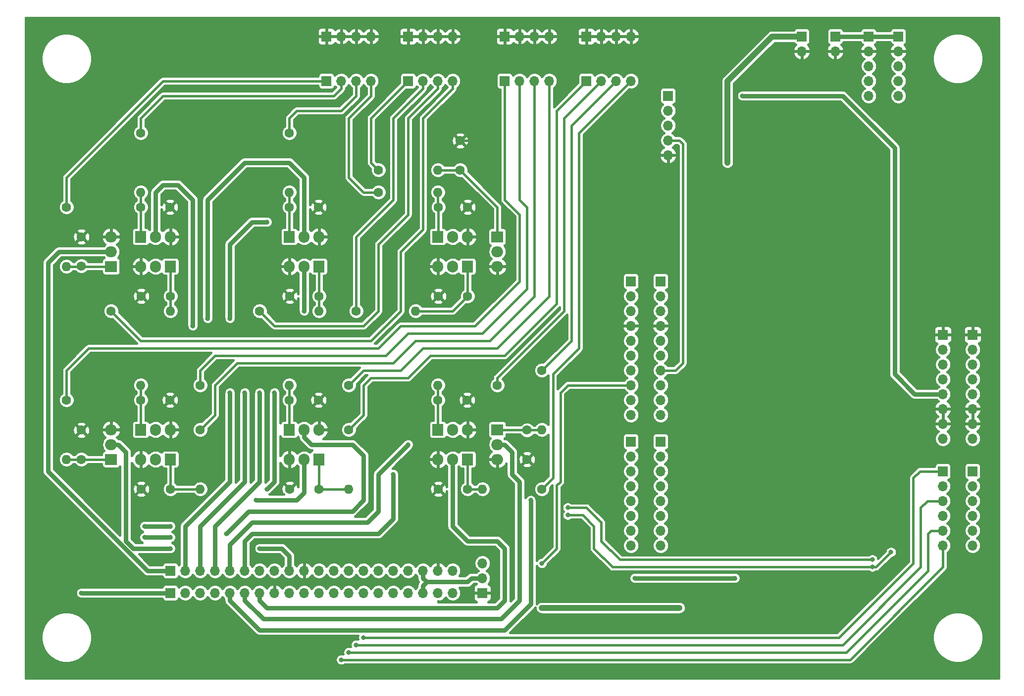
<source format=gbr>
%TF.GenerationSoftware,KiCad,Pcbnew,(5.1.6)-1*%
%TF.CreationDate,2020-09-23T00:55:53+02:00*%
%TF.ProjectId,ExtendedBoard,45787465-6e64-4656-9442-6f6172642e6b,rev?*%
%TF.SameCoordinates,Original*%
%TF.FileFunction,Copper,L1,Top*%
%TF.FilePolarity,Positive*%
%FSLAX46Y46*%
G04 Gerber Fmt 4.6, Leading zero omitted, Abs format (unit mm)*
G04 Created by KiCad (PCBNEW (5.1.6)-1) date 2020-09-23 00:55:53*
%MOMM*%
%LPD*%
G01*
G04 APERTURE LIST*
%TA.AperFunction,ComponentPad*%
%ADD10O,2.000000X1.905000*%
%TD*%
%TA.AperFunction,ComponentPad*%
%ADD11R,2.000000X1.905000*%
%TD*%
%TA.AperFunction,ComponentPad*%
%ADD12O,1.600000X1.600000*%
%TD*%
%TA.AperFunction,ComponentPad*%
%ADD13C,1.600000*%
%TD*%
%TA.AperFunction,ComponentPad*%
%ADD14O,1.700000X1.700000*%
%TD*%
%TA.AperFunction,ComponentPad*%
%ADD15R,1.700000X1.700000*%
%TD*%
%TA.AperFunction,ComponentPad*%
%ADD16R,1.905000X2.000000*%
%TD*%
%TA.AperFunction,ComponentPad*%
%ADD17O,1.905000X2.000000*%
%TD*%
%TA.AperFunction,ViaPad*%
%ADD18C,0.800000*%
%TD*%
%TA.AperFunction,Conductor*%
%ADD19C,0.400000*%
%TD*%
%TA.AperFunction,Conductor*%
%ADD20C,0.800000*%
%TD*%
%TA.AperFunction,Conductor*%
%ADD21C,1.000000*%
%TD*%
G04 APERTURE END LIST*
D10*
%TO.P,Q5,3*%
%TO.N,GND*%
X172720000Y-91440000D03*
%TO.P,Q5,2*%
%TO.N,LED05*%
X172720000Y-88900000D03*
D11*
%TO.P,Q5,1*%
%TO.N,Net-(C5-Pad1)*%
X172720000Y-86360000D03*
%TD*%
D12*
%TO.P,R4,2*%
%TO.N,Net-(C4-Pad1)*%
X162560000Y-78740000D03*
D13*
%TO.P,R4,1*%
%TO.N,D04*%
X152400000Y-78740000D03*
%TD*%
D12*
%TO.P,R6,2*%
%TO.N,Net-(C6-Pad1)*%
X158750000Y-99060000D03*
D13*
%TO.P,R6,1*%
%TO.N,D06*%
X148590000Y-99060000D03*
%TD*%
%TO.P,C1,1*%
%TO.N,Net-(C1-Pad1)*%
X101600000Y-91360000D03*
%TO.P,C1,2*%
%TO.N,GND*%
X101600000Y-86360000D03*
%TD*%
%TO.P,C2,2*%
%TO.N,GND*%
X116760000Y-81280000D03*
%TO.P,C2,1*%
%TO.N,Net-(C2-Pad1)*%
X111760000Y-81280000D03*
%TD*%
%TO.P,C3,2*%
%TO.N,GND*%
X142160000Y-81280000D03*
%TO.P,C3,1*%
%TO.N,Net-(C3-Pad1)*%
X137160000Y-81280000D03*
%TD*%
%TO.P,C4,1*%
%TO.N,Net-(C4-Pad1)*%
X162640000Y-81280000D03*
%TO.P,C4,2*%
%TO.N,GND*%
X167640000Y-81280000D03*
%TD*%
%TO.P,C5,1*%
%TO.N,Net-(C5-Pad1)*%
X166370000Y-74930000D03*
%TO.P,C5,2*%
%TO.N,GND*%
X166370000Y-69930000D03*
%TD*%
%TO.P,C6,1*%
%TO.N,Net-(C6-Pad1)*%
X167640000Y-96520000D03*
%TO.P,C6,2*%
%TO.N,GND*%
X162640000Y-96520000D03*
%TD*%
%TO.P,C7,2*%
%TO.N,GND*%
X137240000Y-96520000D03*
%TO.P,C7,1*%
%TO.N,Net-(C7-Pad1)*%
X142240000Y-96520000D03*
%TD*%
%TO.P,C8,2*%
%TO.N,GND*%
X111840000Y-96520000D03*
%TO.P,C8,1*%
%TO.N,Net-(C8-Pad1)*%
X116840000Y-96520000D03*
%TD*%
%TO.P,C9,2*%
%TO.N,GND*%
X101600000Y-119460000D03*
%TO.P,C9,1*%
%TO.N,Net-(C9-Pad1)*%
X101600000Y-124460000D03*
%TD*%
%TO.P,C10,1*%
%TO.N,Net-(C10-Pad1)*%
X111760000Y-114300000D03*
%TO.P,C10,2*%
%TO.N,GND*%
X116760000Y-114300000D03*
%TD*%
%TO.P,C11,1*%
%TO.N,Net-(C11-Pad1)*%
X116840000Y-129540000D03*
%TO.P,C11,2*%
%TO.N,GND*%
X111840000Y-129540000D03*
%TD*%
%TO.P,C12,2*%
%TO.N,GND*%
X142160000Y-114300000D03*
%TO.P,C12,1*%
%TO.N,Net-(C12-Pad1)*%
X137160000Y-114300000D03*
%TD*%
%TO.P,C13,2*%
%TO.N,GND*%
X137240000Y-129540000D03*
%TO.P,C13,1*%
%TO.N,Net-(C13-Pad1)*%
X142240000Y-129540000D03*
%TD*%
%TO.P,C14,2*%
%TO.N,GND*%
X167560000Y-114300000D03*
%TO.P,C14,1*%
%TO.N,Net-(C14-Pad1)*%
X162560000Y-114300000D03*
%TD*%
%TO.P,C15,1*%
%TO.N,Net-(C15-Pad1)*%
X177800000Y-119460000D03*
%TO.P,C15,2*%
%TO.N,GND*%
X177800000Y-124460000D03*
%TD*%
%TO.P,C16,1*%
%TO.N,Net-(C16-Pad1)*%
X167640000Y-129540000D03*
%TO.P,C16,2*%
%TO.N,GND*%
X162640000Y-129540000D03*
%TD*%
D14*
%TO.P,J1,8*%
%TO.N,VIN*%
X254000000Y-120904000D03*
%TO.P,J1,7*%
%TO.N,GND*%
X254000000Y-118364000D03*
%TO.P,J1,6*%
X254000000Y-115824000D03*
%TO.P,J1,5*%
%TO.N,Vcc*%
X254000000Y-113284000D03*
%TO.P,J1,4*%
%TO.N,3V3+*%
X254000000Y-110744000D03*
%TO.P,J1,3*%
%TO.N,RESET*%
X254000000Y-108204000D03*
%TO.P,J1,2*%
%TO.N,IOREF*%
X254000000Y-105664000D03*
D15*
%TO.P,J1,1*%
%TO.N,GND*%
X254000000Y-103124000D03*
%TD*%
D14*
%TO.P,J2,6*%
%TO.N,A5*%
X254000000Y-139192000D03*
%TO.P,J2,5*%
%TO.N,A4*%
X254000000Y-136652000D03*
%TO.P,J2,4*%
%TO.N,A3*%
X254000000Y-134112000D03*
%TO.P,J2,3*%
%TO.N,A2*%
X254000000Y-131572000D03*
%TO.P,J2,2*%
%TO.N,A1*%
X254000000Y-129032000D03*
D15*
%TO.P,J2,1*%
%TO.N,A0*%
X254000000Y-126492000D03*
%TD*%
%TO.P,J3,1*%
%TO.N,GND*%
X248920000Y-103124000D03*
D14*
%TO.P,J3,2*%
%TO.N,IOREF*%
X248920000Y-105664000D03*
%TO.P,J3,3*%
%TO.N,RESET*%
X248920000Y-108204000D03*
%TO.P,J3,4*%
%TO.N,3V3+*%
X248920000Y-110744000D03*
%TO.P,J3,5*%
%TO.N,Vcc*%
X248920000Y-113284000D03*
%TO.P,J3,6*%
%TO.N,GND*%
X248920000Y-115824000D03*
%TO.P,J3,7*%
X248920000Y-118364000D03*
%TO.P,J3,8*%
%TO.N,VIN*%
X248920000Y-120904000D03*
%TD*%
D15*
%TO.P,J4,1*%
%TO.N,A0*%
X248920000Y-126492000D03*
D14*
%TO.P,J4,2*%
%TO.N,A1*%
X248920000Y-129032000D03*
%TO.P,J4,3*%
%TO.N,A2*%
X248920000Y-131572000D03*
%TO.P,J4,4*%
%TO.N,A3*%
X248920000Y-134112000D03*
%TO.P,J4,5*%
%TO.N,A4*%
X248920000Y-136652000D03*
%TO.P,J4,6*%
%TO.N,A5*%
X248920000Y-139192000D03*
%TD*%
%TO.P,J5,10*%
%TO.N,DI8*%
X200660000Y-116840000D03*
%TO.P,J5,9*%
%TO.N,DI9*%
X200660000Y-114300000D03*
%TO.P,J5,8*%
%TO.N,DI10*%
X200660000Y-111760000D03*
%TO.P,J5,7*%
%TO.N,DI11*%
X200660000Y-109220000D03*
%TO.P,J5,6*%
%TO.N,DI12*%
X200660000Y-106680000D03*
%TO.P,J5,5*%
%TO.N,DI13*%
X200660000Y-104140000D03*
%TO.P,J5,4*%
%TO.N,GND*%
X200660000Y-101600000D03*
%TO.P,J5,3*%
%TO.N,AREF*%
X200660000Y-99060000D03*
%TO.P,J5,2*%
%TO.N,SDA1*%
X200660000Y-96520000D03*
D15*
%TO.P,J5,1*%
%TO.N,SCL1*%
X200660000Y-93980000D03*
%TD*%
D14*
%TO.P,J6,8*%
%TO.N,DI0*%
X195580000Y-139192000D03*
%TO.P,J6,7*%
%TO.N,DI1*%
X195580000Y-136652000D03*
%TO.P,J6,6*%
%TO.N,DI2*%
X195580000Y-134112000D03*
%TO.P,J6,5*%
%TO.N,DI3*%
X195580000Y-131572000D03*
%TO.P,J6,4*%
%TO.N,DI4*%
X195580000Y-129032000D03*
%TO.P,J6,3*%
%TO.N,DI5*%
X195580000Y-126492000D03*
%TO.P,J6,2*%
%TO.N,DI6*%
X195580000Y-123952000D03*
D15*
%TO.P,J6,1*%
%TO.N,DI7*%
X195580000Y-121412000D03*
%TD*%
%TO.P,J7,1*%
%TO.N,SCL1*%
X195580000Y-93980000D03*
D14*
%TO.P,J7,2*%
%TO.N,SDA1*%
X195580000Y-96520000D03*
%TO.P,J7,3*%
%TO.N,AREF*%
X195580000Y-99060000D03*
%TO.P,J7,4*%
%TO.N,GND*%
X195580000Y-101600000D03*
%TO.P,J7,5*%
%TO.N,DI13*%
X195580000Y-104140000D03*
%TO.P,J7,6*%
%TO.N,DI12*%
X195580000Y-106680000D03*
%TO.P,J7,7*%
%TO.N,DI11*%
X195580000Y-109220000D03*
%TO.P,J7,8*%
%TO.N,DI10*%
X195580000Y-111760000D03*
%TO.P,J7,9*%
%TO.N,DI9*%
X195580000Y-114300000D03*
%TO.P,J7,10*%
%TO.N,DI8*%
X195580000Y-116840000D03*
%TD*%
D15*
%TO.P,J8,1*%
%TO.N,DI7*%
X200660000Y-121412000D03*
D14*
%TO.P,J8,2*%
%TO.N,DI6*%
X200660000Y-123952000D03*
%TO.P,J8,3*%
%TO.N,DI5*%
X200660000Y-126492000D03*
%TO.P,J8,4*%
%TO.N,DI4*%
X200660000Y-129032000D03*
%TO.P,J8,5*%
%TO.N,DI3*%
X200660000Y-131572000D03*
%TO.P,J8,6*%
%TO.N,DI2*%
X200660000Y-134112000D03*
%TO.P,J8,7*%
%TO.N,DI1*%
X200660000Y-136652000D03*
%TO.P,J8,8*%
%TO.N,DI0*%
X200660000Y-139192000D03*
%TD*%
D15*
%TO.P,J9,1*%
%TO.N,Vcc*%
X201930000Y-62230000D03*
D14*
%TO.P,J9,2*%
%TO.N,SDA1*%
X201930000Y-64770000D03*
%TO.P,J9,3*%
%TO.N,SCL1*%
X201930000Y-67310000D03*
%TO.P,J9,4*%
%TO.N,DI11*%
X201930000Y-69850000D03*
%TO.P,J9,5*%
%TO.N,GND*%
X201930000Y-72390000D03*
%TD*%
D15*
%TO.P,J10,1*%
%TO.N,LED10*%
X116840000Y-147320000D03*
D14*
%TO.P,J10,2*%
%TO.N,LED11*%
X119380000Y-147320000D03*
%TO.P,J10,3*%
%TO.N,LED12*%
X121920000Y-147320000D03*
%TO.P,J10,4*%
%TO.N,LED13*%
X124460000Y-147320000D03*
%TO.P,J10,5*%
%TO.N,LED14*%
X127000000Y-147320000D03*
%TO.P,J10,6*%
%TO.N,LED15*%
X129540000Y-147320000D03*
%TO.P,J10,7*%
%TO.N,LED16*%
X132080000Y-147320000D03*
%TO.P,J10,8*%
%TO.N,GND*%
X134620000Y-147320000D03*
%TO.P,J10,9*%
%TO.N,A5*%
X137160000Y-147320000D03*
%TO.P,J10,10*%
%TO.N,A4*%
X139700000Y-147320000D03*
%TO.P,J10,11*%
%TO.N,A2*%
X142240000Y-147320000D03*
%TO.P,J10,12*%
%TO.N,A0*%
X144780000Y-147320000D03*
%TO.P,J10,13*%
%TO.N,DI9*%
X147320000Y-147320000D03*
%TO.P,J10,14*%
%TO.N,DI7*%
X149860000Y-147320000D03*
%TO.P,J10,15*%
%TO.N,DI5*%
X152400000Y-147320000D03*
%TO.P,J10,16*%
%TO.N,DI3*%
X154940000Y-147320000D03*
%TO.P,J10,17*%
%TO.N,DI1*%
X157480000Y-147320000D03*
%TO.P,J10,18*%
%TO.N,Vcc*%
X160020000Y-147320000D03*
%TO.P,J10,19*%
%TO.N,GND*%
X162560000Y-147320000D03*
%TO.P,J10,20*%
%TO.N,5V+*%
X165100000Y-147320000D03*
%TD*%
D15*
%TO.P,J11,1*%
%TO.N,GND*%
X170180000Y-147320000D03*
D14*
%TO.P,J11,2*%
%TO.N,Vcc*%
X170180000Y-144780000D03*
%TO.P,J11,3*%
%TO.N,DI10*%
X170180000Y-142240000D03*
%TD*%
%TO.P,J12,4*%
%TO.N,GND*%
X151130000Y-52070000D03*
%TO.P,J12,3*%
X148590000Y-52070000D03*
%TO.P,J12,2*%
X146050000Y-52070000D03*
D15*
%TO.P,J12,1*%
X143510000Y-52070000D03*
%TD*%
%TO.P,J13,1*%
%TO.N,GND*%
X157480000Y-52070000D03*
D14*
%TO.P,J13,2*%
X160020000Y-52070000D03*
%TO.P,J13,3*%
X162560000Y-52070000D03*
%TO.P,J13,4*%
X165100000Y-52070000D03*
%TD*%
%TO.P,J14,4*%
%TO.N,GND*%
X181610000Y-52070000D03*
%TO.P,J14,3*%
X179070000Y-52070000D03*
%TO.P,J14,2*%
X176530000Y-52070000D03*
D15*
%TO.P,J14,1*%
X173990000Y-52070000D03*
%TD*%
%TO.P,J15,1*%
%TO.N,GND*%
X187960000Y-52070000D03*
D14*
%TO.P,J15,2*%
X190500000Y-52070000D03*
%TO.P,J15,3*%
X193040000Y-52070000D03*
%TO.P,J15,4*%
X195580000Y-52070000D03*
%TD*%
%TO.P,J16,20*%
%TO.N,5V+*%
X165100000Y-143510000D03*
%TO.P,J16,19*%
%TO.N,GND*%
X162560000Y-143510000D03*
%TO.P,J16,18*%
%TO.N,Vcc*%
X160020000Y-143510000D03*
%TO.P,J16,17*%
%TO.N,DI0*%
X157480000Y-143510000D03*
%TO.P,J16,16*%
%TO.N,DI2*%
X154940000Y-143510000D03*
%TO.P,J16,15*%
%TO.N,DI4*%
X152400000Y-143510000D03*
%TO.P,J16,14*%
%TO.N,DI6*%
X149860000Y-143510000D03*
%TO.P,J16,13*%
%TO.N,DI8*%
X147320000Y-143510000D03*
%TO.P,J16,12*%
%TO.N,A1*%
X144780000Y-143510000D03*
%TO.P,J16,11*%
%TO.N,A3*%
X142240000Y-143510000D03*
%TO.P,J16,10*%
%TO.N,GND*%
X139700000Y-143510000D03*
%TO.P,J16,9*%
%TO.N,LED09*%
X137160000Y-143510000D03*
%TO.P,J16,8*%
%TO.N,LED08*%
X134620000Y-143510000D03*
%TO.P,J16,7*%
%TO.N,LED07*%
X132080000Y-143510000D03*
%TO.P,J16,6*%
%TO.N,LED06*%
X129540000Y-143510000D03*
%TO.P,J16,5*%
%TO.N,LED05*%
X127000000Y-143510000D03*
%TO.P,J16,4*%
%TO.N,LED04*%
X124460000Y-143510000D03*
%TO.P,J16,3*%
%TO.N,LED03*%
X121920000Y-143510000D03*
%TO.P,J16,2*%
%TO.N,LED02*%
X119380000Y-143510000D03*
D15*
%TO.P,J16,1*%
%TO.N,LED01*%
X116840000Y-143510000D03*
%TD*%
%TO.P,J17,1*%
%TO.N,D01*%
X143510000Y-59690000D03*
D14*
%TO.P,J17,2*%
%TO.N,D02*%
X146050000Y-59690000D03*
%TO.P,J17,3*%
%TO.N,D03*%
X148590000Y-59690000D03*
%TO.P,J17,4*%
%TO.N,D04*%
X151130000Y-59690000D03*
%TD*%
%TO.P,J18,4*%
%TO.N,D08*%
X165100000Y-59690000D03*
%TO.P,J18,3*%
%TO.N,D07*%
X162560000Y-59690000D03*
%TO.P,J18,2*%
%TO.N,D06*%
X160020000Y-59690000D03*
D15*
%TO.P,J18,1*%
%TO.N,D05*%
X157480000Y-59690000D03*
%TD*%
D14*
%TO.P,J19,4*%
%TO.N,D12*%
X181610000Y-59690000D03*
%TO.P,J19,3*%
%TO.N,D11*%
X179070000Y-59690000D03*
%TO.P,J19,2*%
%TO.N,D10*%
X176530000Y-59690000D03*
D15*
%TO.P,J19,1*%
%TO.N,D09*%
X173990000Y-59690000D03*
%TD*%
%TO.P,J20,1*%
%TO.N,D13*%
X187960000Y-59690000D03*
D14*
%TO.P,J20,2*%
%TO.N,D14*%
X190500000Y-59690000D03*
%TO.P,J20,3*%
%TO.N,D15*%
X193040000Y-59690000D03*
%TO.P,J20,4*%
%TO.N,D16*%
X195580000Y-59690000D03*
%TD*%
D11*
%TO.P,Q1,1*%
%TO.N,Net-(C1-Pad1)*%
X106680000Y-91440000D03*
D10*
%TO.P,Q1,2*%
%TO.N,LED01*%
X106680000Y-88900000D03*
%TO.P,Q1,3*%
%TO.N,GND*%
X106680000Y-86360000D03*
%TD*%
D16*
%TO.P,Q2,1*%
%TO.N,Net-(C2-Pad1)*%
X111760000Y-86360000D03*
D17*
%TO.P,Q2,2*%
%TO.N,LED02*%
X114300000Y-86360000D03*
%TO.P,Q2,3*%
%TO.N,GND*%
X116840000Y-86360000D03*
%TD*%
%TO.P,Q3,3*%
%TO.N,GND*%
X142240000Y-86360000D03*
%TO.P,Q3,2*%
%TO.N,LED03*%
X139700000Y-86360000D03*
D16*
%TO.P,Q3,1*%
%TO.N,Net-(C3-Pad1)*%
X137160000Y-86360000D03*
%TD*%
D17*
%TO.P,Q4,3*%
%TO.N,GND*%
X167640000Y-86360000D03*
%TO.P,Q4,2*%
%TO.N,LED04*%
X165100000Y-86360000D03*
D16*
%TO.P,Q4,1*%
%TO.N,Net-(C4-Pad1)*%
X162560000Y-86360000D03*
%TD*%
%TO.P,Q6,1*%
%TO.N,Net-(C6-Pad1)*%
X167640000Y-91440000D03*
D17*
%TO.P,Q6,2*%
%TO.N,LED06*%
X165100000Y-91440000D03*
%TO.P,Q6,3*%
%TO.N,GND*%
X162560000Y-91440000D03*
%TD*%
D16*
%TO.P,Q7,1*%
%TO.N,Net-(C7-Pad1)*%
X142240000Y-91440000D03*
D17*
%TO.P,Q7,2*%
%TO.N,LED07*%
X139700000Y-91440000D03*
%TO.P,Q7,3*%
%TO.N,GND*%
X137160000Y-91440000D03*
%TD*%
%TO.P,Q8,3*%
%TO.N,GND*%
X111760000Y-91440000D03*
%TO.P,Q8,2*%
%TO.N,LED08*%
X114300000Y-91440000D03*
D16*
%TO.P,Q8,1*%
%TO.N,Net-(C8-Pad1)*%
X116840000Y-91440000D03*
%TD*%
D10*
%TO.P,Q9,3*%
%TO.N,GND*%
X106680000Y-119380000D03*
%TO.P,Q9,2*%
%TO.N,LED09*%
X106680000Y-121920000D03*
D11*
%TO.P,Q9,1*%
%TO.N,Net-(C9-Pad1)*%
X106680000Y-124460000D03*
%TD*%
D17*
%TO.P,Q10,3*%
%TO.N,GND*%
X116840000Y-119380000D03*
%TO.P,Q10,2*%
%TO.N,LED10*%
X114300000Y-119380000D03*
D16*
%TO.P,Q10,1*%
%TO.N,Net-(C10-Pad1)*%
X111760000Y-119380000D03*
%TD*%
%TO.P,Q11,1*%
%TO.N,Net-(C11-Pad1)*%
X116840000Y-124460000D03*
D17*
%TO.P,Q11,2*%
%TO.N,LED11*%
X114300000Y-124460000D03*
%TO.P,Q11,3*%
%TO.N,GND*%
X111760000Y-124460000D03*
%TD*%
%TO.P,Q12,3*%
%TO.N,GND*%
X142240000Y-119380000D03*
%TO.P,Q12,2*%
%TO.N,LED12*%
X139700000Y-119380000D03*
D16*
%TO.P,Q12,1*%
%TO.N,Net-(C12-Pad1)*%
X137160000Y-119380000D03*
%TD*%
%TO.P,Q13,1*%
%TO.N,Net-(C13-Pad1)*%
X142240000Y-124460000D03*
D17*
%TO.P,Q13,2*%
%TO.N,LED13*%
X139700000Y-124460000D03*
%TO.P,Q13,3*%
%TO.N,GND*%
X137160000Y-124460000D03*
%TD*%
D16*
%TO.P,Q14,1*%
%TO.N,Net-(C14-Pad1)*%
X162560000Y-119380000D03*
D17*
%TO.P,Q14,2*%
%TO.N,LED14*%
X165100000Y-119380000D03*
%TO.P,Q14,3*%
%TO.N,GND*%
X167640000Y-119380000D03*
%TD*%
D11*
%TO.P,Q15,1*%
%TO.N,Net-(C15-Pad1)*%
X172720000Y-119380000D03*
D10*
%TO.P,Q15,2*%
%TO.N,LED15*%
X172720000Y-121920000D03*
%TO.P,Q15,3*%
%TO.N,GND*%
X172720000Y-124460000D03*
%TD*%
D17*
%TO.P,Q16,3*%
%TO.N,GND*%
X162560000Y-124460000D03*
%TO.P,Q16,2*%
%TO.N,LED16*%
X165100000Y-124460000D03*
D16*
%TO.P,Q16,1*%
%TO.N,Net-(C16-Pad1)*%
X167640000Y-124460000D03*
%TD*%
D13*
%TO.P,R1,1*%
%TO.N,D01*%
X99060000Y-81280000D03*
D12*
%TO.P,R1,2*%
%TO.N,Net-(C1-Pad1)*%
X99060000Y-91440000D03*
%TD*%
%TO.P,R2,2*%
%TO.N,Net-(C2-Pad1)*%
X111760000Y-78740000D03*
D13*
%TO.P,R2,1*%
%TO.N,D02*%
X111760000Y-68580000D03*
%TD*%
%TO.P,R3,1*%
%TO.N,D03*%
X137160000Y-68580000D03*
D12*
%TO.P,R3,2*%
%TO.N,Net-(C3-Pad1)*%
X137160000Y-78740000D03*
%TD*%
D13*
%TO.P,R5,1*%
%TO.N,D05*%
X152400000Y-74930000D03*
D12*
%TO.P,R5,2*%
%TO.N,Net-(C5-Pad1)*%
X162560000Y-74930000D03*
%TD*%
D13*
%TO.P,R7,1*%
%TO.N,D07*%
X132080000Y-99060000D03*
D12*
%TO.P,R7,2*%
%TO.N,Net-(C7-Pad1)*%
X142240000Y-99060000D03*
%TD*%
%TO.P,R8,2*%
%TO.N,Net-(C8-Pad1)*%
X116840000Y-99060000D03*
D13*
%TO.P,R8,1*%
%TO.N,D08*%
X106680000Y-99060000D03*
%TD*%
D12*
%TO.P,R9,2*%
%TO.N,Net-(C9-Pad1)*%
X99060000Y-124460000D03*
D13*
%TO.P,R9,1*%
%TO.N,D09*%
X99060000Y-114300000D03*
%TD*%
D12*
%TO.P,R10,2*%
%TO.N,Net-(C10-Pad1)*%
X111760000Y-111760000D03*
D13*
%TO.P,R10,1*%
%TO.N,D10*%
X121920000Y-111760000D03*
%TD*%
%TO.P,R11,1*%
%TO.N,D11*%
X121920000Y-119380000D03*
D12*
%TO.P,R11,2*%
%TO.N,Net-(C11-Pad1)*%
X121920000Y-129540000D03*
%TD*%
%TO.P,R12,2*%
%TO.N,Net-(C12-Pad1)*%
X137160000Y-111760000D03*
D13*
%TO.P,R12,1*%
%TO.N,D12*%
X147320000Y-111760000D03*
%TD*%
%TO.P,R13,1*%
%TO.N,D13*%
X147320000Y-119380000D03*
D12*
%TO.P,R13,2*%
%TO.N,Net-(C13-Pad1)*%
X147320000Y-129540000D03*
%TD*%
D13*
%TO.P,R14,1*%
%TO.N,D14*%
X172720000Y-111760000D03*
D12*
%TO.P,R14,2*%
%TO.N,Net-(C14-Pad1)*%
X162560000Y-111760000D03*
%TD*%
D13*
%TO.P,R15,1*%
%TO.N,D15*%
X180340000Y-109220000D03*
D12*
%TO.P,R15,2*%
%TO.N,Net-(C15-Pad1)*%
X180340000Y-119380000D03*
%TD*%
%TO.P,R16,2*%
%TO.N,Net-(C16-Pad1)*%
X170180000Y-129540000D03*
D13*
%TO.P,R16,1*%
%TO.N,D16*%
X180340000Y-129540000D03*
%TD*%
D15*
%TO.P,J21,1*%
%TO.N,12V+*%
X236220000Y-52070000D03*
D14*
%TO.P,J21,2*%
%TO.N,GND*%
X236220000Y-54610000D03*
%TO.P,J21,3*%
%TO.N,SDA1*%
X236220000Y-57150000D03*
%TO.P,J21,4*%
%TO.N,SCL1*%
X236220000Y-59690000D03*
%TO.P,J21,5*%
%TO.N,Net-(J21-Pad5)*%
X236220000Y-62230000D03*
%TD*%
%TO.P,J22,2*%
%TO.N,GND*%
X230505000Y-54610000D03*
D15*
%TO.P,J22,1*%
%TO.N,12V+*%
X230505000Y-52070000D03*
%TD*%
D14*
%TO.P,J23,5*%
%TO.N,Net-(J23-Pad5)*%
X241300000Y-62230000D03*
%TO.P,J23,4*%
%TO.N,SCL1*%
X241300000Y-59690000D03*
%TO.P,J23,3*%
%TO.N,SDA1*%
X241300000Y-57150000D03*
%TO.P,J23,2*%
%TO.N,GND*%
X241300000Y-54610000D03*
D15*
%TO.P,J23,1*%
%TO.N,12V+*%
X241300000Y-52070000D03*
%TD*%
%TO.P,J24,1*%
%TO.N,5V+*%
X224790000Y-52070000D03*
D14*
%TO.P,J24,2*%
%TO.N,GND*%
X224790000Y-54610000D03*
%TD*%
D18*
%TO.N,GND*%
X172640000Y-69930000D03*
X187880000Y-69930000D03*
X180340000Y-151765000D03*
X180340000Y-147320000D03*
%TO.N,A5*%
X146050000Y-158750000D03*
%TO.N,A4*%
X147320000Y-157480000D03*
%TO.N,A2*%
X148590000Y-156210000D03*
%TO.N,A0*%
X149860000Y-154940000D03*
%TO.N,DI10*%
X180340000Y-142240000D03*
%TO.N,Vcc*%
X244094000Y-113284000D03*
%TO.N,5V+*%
X180340000Y-149860000D03*
X203835000Y-149860000D03*
X212090000Y-73660000D03*
%TO.N,A3*%
X184785000Y-132715000D03*
X236855000Y-141605000D03*
%TO.N,A1*%
X184785000Y-133985000D03*
X236855000Y-142875000D03*
X240030000Y-140335000D03*
%TO.N,Net-(J21-Pad5)*%
X236220000Y-62230000D03*
%TO.N,Vcc*%
X196215000Y-144780000D03*
X196215000Y-144780000D03*
X213360000Y-144780000D03*
X214630000Y-62230000D03*
%TO.N,LED13*%
X131445000Y-131445000D03*
X116840000Y-135890000D03*
X112395000Y-135890000D03*
%TO.N,LED12*%
X126365000Y-137160000D03*
X116840000Y-137795000D03*
X112395000Y-137795000D03*
%TO.N,LED03*%
X129540000Y-113030000D03*
X123190000Y-100330000D03*
%TO.N,LED02*%
X127000000Y-113030000D03*
X120650000Y-101600000D03*
%TO.N,LED10*%
X101600000Y-147320000D03*
%TO.N,LED14*%
X178435000Y-131445000D03*
%TO.N,LED09*%
X132080000Y-139700000D03*
X116840000Y-139700000D03*
%TO.N,LED07*%
X134620000Y-113030000D03*
X139700000Y-99060000D03*
X139700000Y-99060000D03*
X133350000Y-129540000D03*
%TO.N,LED06*%
X154940000Y-127000000D03*
%TO.N,LED05*%
X157480000Y-121920000D03*
%TO.N,LED04*%
X132080000Y-113030000D03*
X127000000Y-100330000D03*
X133350000Y-83820000D03*
%TD*%
D19*
%TO.N,Net-(C1-Pad1)*%
X101680000Y-91440000D02*
X101600000Y-91360000D01*
X106680000Y-91440000D02*
X101680000Y-91440000D01*
X101520000Y-91440000D02*
X101600000Y-91360000D01*
X99060000Y-91440000D02*
X101520000Y-91440000D01*
%TO.N,GND*%
X166370000Y-69930000D02*
X172640000Y-69930000D01*
X172720000Y-69850000D02*
X172640000Y-69930000D01*
X187880000Y-69930000D02*
X194390000Y-69930000D01*
X196850000Y-72390000D02*
X201930000Y-72390000D01*
X194390000Y-69930000D02*
X196850000Y-72390000D01*
%TO.N,Net-(C2-Pad1)*%
X111760000Y-78740000D02*
X111760000Y-81280000D01*
X111760000Y-81280000D02*
X111760000Y-86360000D01*
%TO.N,Net-(C3-Pad1)*%
X137160000Y-78740000D02*
X137160000Y-81280000D01*
X137160000Y-81280000D02*
X137160000Y-86360000D01*
%TO.N,Net-(C4-Pad1)*%
X162560000Y-81200000D02*
X162640000Y-81280000D01*
X162560000Y-78740000D02*
X162560000Y-81200000D01*
X162640000Y-86280000D02*
X162560000Y-86360000D01*
X162640000Y-81280000D02*
X162640000Y-86280000D01*
%TO.N,Net-(C5-Pad1)*%
X162560000Y-74930000D02*
X166370000Y-74930000D01*
X172720000Y-81280000D02*
X172720000Y-86360000D01*
X166370000Y-74930000D02*
X172720000Y-81280000D01*
%TO.N,Net-(C6-Pad1)*%
X167640000Y-91440000D02*
X167640000Y-96520000D01*
X165100000Y-99060000D02*
X167640000Y-96520000D01*
X158750000Y-99060000D02*
X165100000Y-99060000D01*
%TO.N,Net-(C7-Pad1)*%
X142240000Y-99060000D02*
X142240000Y-96520000D01*
X142240000Y-96520000D02*
X142240000Y-91440000D01*
%TO.N,Net-(C8-Pad1)*%
X116840000Y-99060000D02*
X116840000Y-96520000D01*
X116840000Y-91440000D02*
X116840000Y-96520000D01*
%TO.N,Net-(C9-Pad1)*%
X99060000Y-124460000D02*
X101600000Y-124460000D01*
X101600000Y-124460000D02*
X106680000Y-124460000D01*
%TO.N,Net-(C10-Pad1)*%
X111760000Y-119380000D02*
X111760000Y-114300000D01*
X111760000Y-111760000D02*
X111760000Y-114300000D01*
%TO.N,Net-(C11-Pad1)*%
X116840000Y-129540000D02*
X116840000Y-124460000D01*
X121920000Y-129540000D02*
X116840000Y-129540000D01*
%TO.N,Net-(C12-Pad1)*%
X137160000Y-111760000D02*
X137160000Y-114300000D01*
X137160000Y-114300000D02*
X137160000Y-119380000D01*
%TO.N,Net-(C13-Pad1)*%
X142240000Y-129540000D02*
X142240000Y-124460000D01*
X142240000Y-129540000D02*
X147320000Y-129540000D01*
%TO.N,Net-(C14-Pad1)*%
X162560000Y-119380000D02*
X162560000Y-114300000D01*
X162560000Y-111760000D02*
X162560000Y-114300000D01*
%TO.N,Net-(C15-Pad1)*%
X177720000Y-119380000D02*
X177800000Y-119460000D01*
X172720000Y-119380000D02*
X177720000Y-119380000D01*
X180260000Y-119460000D02*
X180340000Y-119380000D01*
X177800000Y-119460000D02*
X180260000Y-119460000D01*
%TO.N,Net-(C16-Pad1)*%
X170180000Y-129540000D02*
X167640000Y-129540000D01*
X167640000Y-129540000D02*
X167640000Y-124460000D01*
%TO.N,A4*%
X147320000Y-157480000D02*
X180340000Y-157480000D01*
X180340000Y-157480000D02*
X205740000Y-157480000D01*
%TO.N,A2*%
X148590000Y-156210000D02*
X180340000Y-156210000D01*
X180340000Y-156210000D02*
X205105000Y-156210000D01*
X248793000Y-131445000D02*
X248920000Y-131572000D01*
%TO.N,A0*%
X149860000Y-154940000D02*
X180340000Y-154940000D01*
X180340000Y-154940000D02*
X204470000Y-154940000D01*
%TO.N,DI10*%
X182880000Y-139700000D02*
X182880000Y-128905000D01*
X180340000Y-142240000D02*
X182880000Y-139700000D01*
X182880000Y-128905000D02*
X183515000Y-128270000D01*
%TO.N,DI11*%
X201930000Y-69850000D02*
X203835000Y-69850000D01*
X203835000Y-69850000D02*
X204470000Y-70485000D01*
X204470000Y-70485000D02*
X204470000Y-100330000D01*
X203200000Y-109220000D02*
X200660000Y-109220000D01*
X204470000Y-107950000D02*
X203200000Y-109220000D01*
D20*
%TO.N,Vcc*%
X244094000Y-113284000D02*
X248920000Y-113284000D01*
X160020000Y-147320000D02*
X160020000Y-146050000D01*
X160020000Y-146050000D02*
X160655000Y-145415000D01*
X160655000Y-145415000D02*
X167640000Y-145415000D01*
X167640000Y-145415000D02*
X168275000Y-144780000D01*
X160655000Y-145415000D02*
X160020000Y-144780000D01*
X160020000Y-144780000D02*
X160020000Y-143510000D01*
X168275000Y-144780000D02*
X170180000Y-144780000D01*
D21*
%TO.N,5V+*%
X180340000Y-149860000D02*
X203835000Y-149860000D01*
X212090000Y-73660000D02*
X212090000Y-59690000D01*
X219710000Y-52070000D02*
X224790000Y-52070000D01*
X212090000Y-59690000D02*
X219710000Y-52070000D01*
D19*
%TO.N,A5*%
X248920000Y-142875000D02*
X248920000Y-139192000D01*
X146050000Y-158750000D02*
X233045000Y-158750000D01*
X233045000Y-158750000D02*
X248920000Y-142875000D01*
%TO.N,A4*%
X246888000Y-136652000D02*
X248920000Y-136652000D01*
X246380000Y-137160000D02*
X246888000Y-136652000D01*
X246380000Y-143510000D02*
X246380000Y-137160000D01*
X205740000Y-157480000D02*
X232410000Y-157480000D01*
X232410000Y-157480000D02*
X246380000Y-143510000D01*
%TO.N,A3*%
X187960000Y-132715000D02*
X190500000Y-135255000D01*
X190500000Y-135255000D02*
X190500000Y-138430000D01*
X190500000Y-138430000D02*
X193675000Y-141605000D01*
X184785000Y-132715000D02*
X187960000Y-132715000D01*
X193675000Y-141605000D02*
X209550000Y-141605000D01*
X209550000Y-141605000D02*
X236220000Y-141605000D01*
X236220000Y-141605000D02*
X236855000Y-141605000D01*
%TO.N,A2*%
X205105000Y-156210000D02*
X231775000Y-156210000D01*
X231775000Y-156210000D02*
X245110000Y-142875000D01*
X245110000Y-142875000D02*
X245110000Y-132715000D01*
X246253000Y-131572000D02*
X248920000Y-131572000D01*
X245110000Y-132715000D02*
X246253000Y-131572000D01*
%TO.N,A1*%
X184785000Y-133985000D02*
X187325000Y-133985000D01*
X187325000Y-133985000D02*
X189230000Y-135890000D01*
X189230000Y-135890000D02*
X189230000Y-139700000D01*
X189230000Y-139700000D02*
X192405000Y-142875000D01*
X192405000Y-142875000D02*
X209550000Y-142875000D01*
X236855000Y-142875000D02*
X237490000Y-142875000D01*
X237490000Y-142875000D02*
X240030000Y-140335000D01*
X209550000Y-142875000D02*
X236855000Y-142875000D01*
%TO.N,A0*%
X243840000Y-142240000D02*
X231140000Y-154940000D01*
X248920000Y-126492000D02*
X244983000Y-126492000D01*
X231140000Y-154940000D02*
X204470000Y-154940000D01*
X243840000Y-127635000D02*
X243840000Y-142240000D01*
X244983000Y-126492000D02*
X243840000Y-127635000D01*
%TO.N,DI10*%
X183515000Y-128270000D02*
X183515000Y-113030000D01*
X184785000Y-111760000D02*
X195580000Y-111760000D01*
X183515000Y-113030000D02*
X184785000Y-111760000D01*
%TO.N,DI11*%
X204470000Y-100330000D02*
X204470000Y-107950000D01*
D20*
%TO.N,Vcc*%
X240665000Y-109855000D02*
X244094000Y-113284000D01*
X196215000Y-144780000D02*
X213360000Y-144780000D01*
X231775000Y-62230000D02*
X240665000Y-71120000D01*
X214630000Y-62230000D02*
X231775000Y-62230000D01*
X240665000Y-71120000D02*
X240665000Y-109855000D01*
%TO.N,LED13*%
X139700000Y-124460000D02*
X139700000Y-130175000D01*
X139700000Y-130175000D02*
X138430000Y-131445000D01*
X138430000Y-131445000D02*
X131445000Y-131445000D01*
X116840000Y-135890000D02*
X112395000Y-135890000D01*
%TO.N,LED12*%
X139700000Y-119380000D02*
X139700000Y-120650000D01*
X139700000Y-120650000D02*
X140970000Y-121920000D01*
X140970000Y-121920000D02*
X147955000Y-121920000D01*
X147955000Y-121920000D02*
X149860000Y-123825000D01*
X149860000Y-123825000D02*
X149860000Y-131445000D01*
X149860000Y-131445000D02*
X147955000Y-133350000D01*
X147955000Y-133350000D02*
X130175000Y-133350000D01*
X130175000Y-133350000D02*
X126365000Y-137160000D01*
X116840000Y-137795000D02*
X112395000Y-137795000D01*
%TO.N,LED03*%
X123190000Y-100330000D02*
X123190000Y-80010000D01*
X123190000Y-80010000D02*
X129540000Y-73660000D01*
X129540000Y-73660000D02*
X137160000Y-73660000D01*
X137160000Y-73660000D02*
X139700000Y-76200000D01*
X139700000Y-76200000D02*
X139700000Y-86360000D01*
X129540000Y-128270000D02*
X129540000Y-113030000D01*
X121920000Y-143510000D02*
X121920000Y-135890000D01*
X121920000Y-135890000D02*
X129540000Y-128270000D01*
%TO.N,LED02*%
X120650000Y-101600000D02*
X120650000Y-80010000D01*
X120650000Y-80010000D02*
X118110000Y-77470000D01*
X118110000Y-77470000D02*
X115570000Y-77470000D01*
X114300000Y-78740000D02*
X114300000Y-86360000D01*
X115570000Y-77470000D02*
X114300000Y-78740000D01*
X127000000Y-128270000D02*
X127000000Y-113030000D01*
X119380000Y-143510000D02*
X119380000Y-135890000D01*
X119380000Y-135890000D02*
X127000000Y-128270000D01*
%TO.N,LED01*%
X112885774Y-143510000D02*
X95885000Y-126509226D01*
X116840000Y-143510000D02*
X112885774Y-143510000D01*
X95885000Y-90805000D02*
X97790000Y-88900000D01*
X95885000Y-126509226D02*
X95885000Y-90805000D01*
X106680000Y-88900000D02*
X97790000Y-88900000D01*
D19*
%TO.N,D01*%
X143510000Y-59690000D02*
X115570000Y-59690000D01*
X99060000Y-76200000D02*
X99060000Y-81280000D01*
X115570000Y-59690000D02*
X99060000Y-76200000D01*
%TO.N,D02*%
X111760000Y-66040000D02*
X111760000Y-68580000D01*
X115570000Y-62230000D02*
X111760000Y-66040000D01*
X146050000Y-59690000D02*
X146050000Y-60960000D01*
X146050000Y-60960000D02*
X144780000Y-62230000D01*
X118110000Y-62230000D02*
X115570000Y-62230000D01*
X144780000Y-62230000D02*
X129540000Y-62230000D01*
X125730000Y-62230000D02*
X118110000Y-62230000D01*
X129540000Y-62230000D02*
X125730000Y-62230000D01*
%TO.N,D03*%
X137160000Y-66040000D02*
X137160000Y-68580000D01*
X138430000Y-64770000D02*
X137160000Y-66040000D01*
X146050000Y-64770000D02*
X138430000Y-64770000D01*
X148590000Y-59690000D02*
X148590000Y-62230000D01*
X148590000Y-62230000D02*
X146050000Y-64770000D01*
%TO.N,D11*%
X179070000Y-59690000D02*
X179070000Y-96520000D01*
X179070000Y-96520000D02*
X171450000Y-104140000D01*
X171450000Y-104140000D02*
X158750000Y-104140000D01*
X158750000Y-104140000D02*
X154940000Y-107950000D01*
X154940000Y-107950000D02*
X128270000Y-107950000D01*
X128270000Y-107950000D02*
X124460000Y-111760000D01*
X124460000Y-116840000D02*
X121920000Y-119380000D01*
X124460000Y-111760000D02*
X124460000Y-116840000D01*
%TO.N,D13*%
X187960000Y-59690000D02*
X182880000Y-64770000D01*
X182880000Y-64770000D02*
X182880000Y-97790000D01*
X182880000Y-97790000D02*
X173990000Y-106680000D01*
X173990000Y-106680000D02*
X161290000Y-106680000D01*
X161290000Y-106680000D02*
X157480000Y-110490000D01*
X157480000Y-110490000D02*
X151130000Y-110490000D01*
X151130000Y-110490000D02*
X149860000Y-111760000D01*
X149860000Y-116840000D02*
X147320000Y-119380000D01*
X149860000Y-111760000D02*
X149860000Y-116840000D01*
%TO.N,D12*%
X181610000Y-59690000D02*
X181610000Y-96520000D01*
X181610000Y-96520000D02*
X172720000Y-105410000D01*
X172720000Y-105410000D02*
X160020000Y-105410000D01*
X160020000Y-105410000D02*
X156210000Y-109220000D01*
X156210000Y-109220000D02*
X149860000Y-109220000D01*
X149860000Y-109220000D02*
X147320000Y-111760000D01*
D20*
%TO.N,LED10*%
X116840000Y-147320000D02*
X101600000Y-147320000D01*
%TO.N,LED14*%
X127000000Y-148590000D02*
X127000000Y-147320000D01*
X132080000Y-153670000D02*
X127000000Y-148590000D01*
X173990000Y-153670000D02*
X132080000Y-153670000D01*
X178435000Y-131445000D02*
X178435000Y-149225000D01*
X178435000Y-149225000D02*
X173990000Y-153670000D01*
%TO.N,LED15*%
X173990000Y-121920000D02*
X172720000Y-121920000D01*
X175260000Y-123190000D02*
X173990000Y-121920000D01*
X176530000Y-128270000D02*
X175260000Y-127000000D01*
X175260000Y-127000000D02*
X175260000Y-123190000D01*
X176530000Y-148590000D02*
X176530000Y-128270000D01*
X129540000Y-147320000D02*
X129540000Y-148590000D01*
X129540000Y-148590000D02*
X132715000Y-151765000D01*
X173355000Y-151765000D02*
X176530000Y-148590000D01*
X132715000Y-151765000D02*
X173355000Y-151765000D01*
%TO.N,LED16*%
X165100000Y-135890000D02*
X167640000Y-138430000D01*
X172720000Y-138430000D02*
X173990000Y-139700000D01*
X165100000Y-124460000D02*
X165100000Y-135890000D01*
X167640000Y-138430000D02*
X172720000Y-138430000D01*
X173990000Y-139700000D02*
X173990000Y-148590000D01*
X132080000Y-147320000D02*
X132080000Y-148590000D01*
X132080000Y-148590000D02*
X133350000Y-149860000D01*
X172720000Y-149860000D02*
X173990000Y-148590000D01*
X133350000Y-149860000D02*
X172720000Y-149860000D01*
%TO.N,LED09*%
X137160000Y-143510000D02*
X137160000Y-140970000D01*
X137160000Y-140970000D02*
X135890000Y-139700000D01*
X135890000Y-139700000D02*
X132080000Y-139700000D01*
X107950000Y-121920000D02*
X106680000Y-121920000D01*
X109220000Y-123190000D02*
X107950000Y-121920000D01*
X109220000Y-138430000D02*
X109220000Y-123190000D01*
X116840000Y-139700000D02*
X110490000Y-139700000D01*
X110490000Y-139700000D02*
X109220000Y-138430000D01*
%TO.N,LED07*%
X139700000Y-99060000D02*
X139700000Y-91440000D01*
X134620000Y-128270000D02*
X134620000Y-127635000D01*
X134620000Y-127635000D02*
X134620000Y-113030000D01*
X134620000Y-128270000D02*
X133350000Y-129540000D01*
%TO.N,LED06*%
X129540000Y-143510000D02*
X129540000Y-138430000D01*
X129540000Y-138430000D02*
X130810000Y-137160000D01*
X130810000Y-137160000D02*
X152400000Y-137160000D01*
X152400000Y-137160000D02*
X154940000Y-134620000D01*
X154940000Y-134620000D02*
X154940000Y-127000000D01*
%TO.N,LED05*%
X152400000Y-127000000D02*
X152400000Y-133350000D01*
X157480000Y-121920000D02*
X152400000Y-127000000D01*
X127000000Y-139065000D02*
X127000000Y-143510000D01*
X152400000Y-133350000D02*
X150495000Y-135255000D01*
X150495000Y-135255000D02*
X130810000Y-135255000D01*
X130810000Y-135255000D02*
X127000000Y-139065000D01*
%TO.N,LED04*%
X124460000Y-143510000D02*
X124460000Y-135890000D01*
X124460000Y-135890000D02*
X132080000Y-128270000D01*
X132080000Y-128270000D02*
X132080000Y-113030000D01*
X127000000Y-100330000D02*
X127000000Y-87630000D01*
X127000000Y-87630000D02*
X130810000Y-83820000D01*
X130810000Y-83820000D02*
X133350000Y-83820000D01*
D19*
%TO.N,D04*%
X147320000Y-66040000D02*
X151130000Y-62230000D01*
X151130000Y-62230000D02*
X151130000Y-59690000D01*
X147320000Y-76200000D02*
X147320000Y-66040000D01*
X152400000Y-78740000D02*
X149860000Y-78740000D01*
X149860000Y-78740000D02*
X147320000Y-76200000D01*
%TO.N,D08*%
X111760000Y-104140000D02*
X106680000Y-99060000D01*
X156210000Y-99060000D02*
X151130000Y-104140000D01*
X165100000Y-60960000D02*
X160020000Y-66040000D01*
X160020000Y-66040000D02*
X160020000Y-85090000D01*
X165100000Y-59690000D02*
X165100000Y-60960000D01*
X160020000Y-85090000D02*
X156210000Y-88900000D01*
X151130000Y-104140000D02*
X111760000Y-104140000D01*
X156210000Y-88900000D02*
X156210000Y-99060000D01*
%TO.N,D07*%
X152400000Y-87630000D02*
X152400000Y-99060000D01*
X162560000Y-59690000D02*
X162560000Y-60960000D01*
X157480000Y-82550000D02*
X152400000Y-87630000D01*
X157480000Y-66040000D02*
X157480000Y-82550000D01*
X162560000Y-60960000D02*
X157480000Y-66040000D01*
X152400000Y-99060000D02*
X149860000Y-101600000D01*
X134620000Y-101600000D02*
X132080000Y-99060000D01*
X149860000Y-101600000D02*
X134620000Y-101600000D01*
%TO.N,D06*%
X160020000Y-59690000D02*
X160020000Y-60960000D01*
X160020000Y-60960000D02*
X154940000Y-66040000D01*
X154940000Y-66040000D02*
X154940000Y-80010000D01*
X154940000Y-80010000D02*
X148590000Y-86360000D01*
X148590000Y-86360000D02*
X148590000Y-99060000D01*
%TO.N,D05*%
X152400000Y-74930000D02*
X151130000Y-73660000D01*
X151130000Y-73660000D02*
X151130000Y-66040000D01*
X151130000Y-66040000D02*
X157480000Y-59690000D01*
%TO.N,D10*%
X176530000Y-59690000D02*
X176530000Y-80010000D01*
X176530000Y-80010000D02*
X177800000Y-81280000D01*
X177800000Y-81280000D02*
X177800000Y-95250000D01*
X177800000Y-95250000D02*
X170180000Y-102870000D01*
X170180000Y-102870000D02*
X157480000Y-102870000D01*
X157480000Y-102870000D02*
X153670000Y-106680000D01*
X153670000Y-106680000D02*
X124460000Y-106680000D01*
X124460000Y-106680000D02*
X121920000Y-109220000D01*
X121920000Y-109220000D02*
X121920000Y-111760000D01*
%TO.N,D09*%
X99060000Y-109220000D02*
X99060000Y-114300000D01*
X102870000Y-105410000D02*
X99060000Y-109220000D01*
X156210000Y-101600000D02*
X152400000Y-105410000D01*
X173990000Y-80010000D02*
X176530000Y-82550000D01*
X176530000Y-93980000D02*
X168910000Y-101600000D01*
X152400000Y-105410000D02*
X102870000Y-105410000D01*
X173990000Y-59690000D02*
X173990000Y-80010000D01*
X168910000Y-101600000D02*
X156210000Y-101600000D01*
X176530000Y-82550000D02*
X176530000Y-93980000D01*
%TO.N,D14*%
X190500000Y-59690000D02*
X184150000Y-66040000D01*
X184150000Y-66040000D02*
X184150000Y-99060000D01*
X184150000Y-99060000D02*
X172720000Y-110490000D01*
X172720000Y-110490000D02*
X172720000Y-111760000D01*
%TO.N,D15*%
X193040000Y-59690000D02*
X185420000Y-67310000D01*
X185420000Y-104140000D02*
X180340000Y-109220000D01*
X185420000Y-67310000D02*
X185420000Y-104140000D01*
%TO.N,D16*%
X195580000Y-59690000D02*
X186690000Y-68580000D01*
X186690000Y-68580000D02*
X186690000Y-105410000D01*
X186690000Y-105410000D02*
X182245000Y-109855000D01*
X182245000Y-127635000D02*
X180340000Y-129540000D01*
X182245000Y-109855000D02*
X182245000Y-127635000D01*
D20*
%TO.N,12V+*%
X241300000Y-52070000D02*
X236220000Y-52070000D01*
X230505000Y-52070000D02*
X236220000Y-52070000D01*
%TD*%
D19*
%TO.N,GND*%
G36*
X258455001Y-161935000D02*
G01*
X92065000Y-161935000D01*
X92065000Y-154511562D01*
X94710000Y-154511562D01*
X94710000Y-155368438D01*
X94877168Y-156208848D01*
X95205080Y-157000498D01*
X95681134Y-157712963D01*
X96287037Y-158318866D01*
X96999502Y-158794920D01*
X97791152Y-159122832D01*
X98631562Y-159290000D01*
X99488438Y-159290000D01*
X100328848Y-159122832D01*
X101120498Y-158794920D01*
X101832963Y-158318866D01*
X102438866Y-157712963D01*
X102914920Y-157000498D01*
X103242832Y-156208848D01*
X103410000Y-155368438D01*
X103410000Y-154511562D01*
X103242832Y-153671152D01*
X102914920Y-152879502D01*
X102438866Y-152167037D01*
X101832963Y-151561134D01*
X101120498Y-151085080D01*
X100328848Y-150757168D01*
X99488438Y-150590000D01*
X98631562Y-150590000D01*
X97791152Y-150757168D01*
X96999502Y-151085080D01*
X96287037Y-151561134D01*
X95681134Y-152167037D01*
X95205080Y-152879502D01*
X94877168Y-153671152D01*
X94710000Y-154511562D01*
X92065000Y-154511562D01*
X92065000Y-90805000D01*
X94880162Y-90805000D01*
X94885001Y-90854130D01*
X94885000Y-126460106D01*
X94880162Y-126509226D01*
X94893912Y-126648827D01*
X94899470Y-126705259D01*
X94956651Y-126893760D01*
X95049508Y-127067484D01*
X95174472Y-127219754D01*
X95212637Y-127251075D01*
X112143929Y-144182368D01*
X112175246Y-144220528D01*
X112327516Y-144345492D01*
X112501239Y-144438349D01*
X112689740Y-144495530D01*
X112836654Y-144510000D01*
X112836655Y-144510000D01*
X112885773Y-144514838D01*
X112934891Y-144510000D01*
X115408504Y-144510000D01*
X115432990Y-144590721D01*
X115488704Y-144694955D01*
X115563683Y-144786317D01*
X115655045Y-144861296D01*
X115759279Y-144917010D01*
X115872379Y-144951318D01*
X115990000Y-144962903D01*
X117690000Y-144962903D01*
X117807621Y-144951318D01*
X117920721Y-144917010D01*
X118024955Y-144861296D01*
X118116317Y-144786317D01*
X118191296Y-144694955D01*
X118247010Y-144590721D01*
X118281318Y-144477621D01*
X118282725Y-144463335D01*
X118455679Y-144636289D01*
X118693167Y-144794973D01*
X118957051Y-144904277D01*
X119237187Y-144960000D01*
X119522813Y-144960000D01*
X119802949Y-144904277D01*
X120066833Y-144794973D01*
X120304321Y-144636289D01*
X120506289Y-144434321D01*
X120650000Y-144219242D01*
X120793711Y-144434321D01*
X120995679Y-144636289D01*
X121233167Y-144794973D01*
X121497051Y-144904277D01*
X121777187Y-144960000D01*
X122062813Y-144960000D01*
X122342949Y-144904277D01*
X122606833Y-144794973D01*
X122844321Y-144636289D01*
X123046289Y-144434321D01*
X123190000Y-144219242D01*
X123333711Y-144434321D01*
X123535679Y-144636289D01*
X123773167Y-144794973D01*
X124037051Y-144904277D01*
X124317187Y-144960000D01*
X124602813Y-144960000D01*
X124882949Y-144904277D01*
X125146833Y-144794973D01*
X125384321Y-144636289D01*
X125586289Y-144434321D01*
X125730000Y-144219242D01*
X125873711Y-144434321D01*
X126075679Y-144636289D01*
X126313167Y-144794973D01*
X126577051Y-144904277D01*
X126857187Y-144960000D01*
X127142813Y-144960000D01*
X127422949Y-144904277D01*
X127686833Y-144794973D01*
X127924321Y-144636289D01*
X128126289Y-144434321D01*
X128270000Y-144219242D01*
X128413711Y-144434321D01*
X128615679Y-144636289D01*
X128853167Y-144794973D01*
X129117051Y-144904277D01*
X129397187Y-144960000D01*
X129682813Y-144960000D01*
X129962949Y-144904277D01*
X130226833Y-144794973D01*
X130464321Y-144636289D01*
X130666289Y-144434321D01*
X130810000Y-144219242D01*
X130953711Y-144434321D01*
X131155679Y-144636289D01*
X131393167Y-144794973D01*
X131657051Y-144904277D01*
X131937187Y-144960000D01*
X132222813Y-144960000D01*
X132502949Y-144904277D01*
X132766833Y-144794973D01*
X133004321Y-144636289D01*
X133206289Y-144434321D01*
X133350000Y-144219242D01*
X133493711Y-144434321D01*
X133695679Y-144636289D01*
X133933167Y-144794973D01*
X134197051Y-144904277D01*
X134477187Y-144960000D01*
X134762813Y-144960000D01*
X135042949Y-144904277D01*
X135306833Y-144794973D01*
X135544321Y-144636289D01*
X135746289Y-144434321D01*
X135890000Y-144219242D01*
X136033711Y-144434321D01*
X136235679Y-144636289D01*
X136473167Y-144794973D01*
X136737051Y-144904277D01*
X137017187Y-144960000D01*
X137302813Y-144960000D01*
X137582949Y-144904277D01*
X137846833Y-144794973D01*
X138084321Y-144636289D01*
X138286289Y-144434321D01*
X138369208Y-144310224D01*
X138400598Y-144369607D01*
X138593267Y-144606591D01*
X138828467Y-144801433D01*
X139097159Y-144946646D01*
X139389018Y-145036650D01*
X139403086Y-145039446D01*
X139646000Y-144889944D01*
X139646000Y-143564000D01*
X139626000Y-143564000D01*
X139626000Y-143456000D01*
X139646000Y-143456000D01*
X139646000Y-142130056D01*
X139403086Y-141980554D01*
X139389018Y-141983350D01*
X139097159Y-142073354D01*
X138828467Y-142218567D01*
X138593267Y-142413409D01*
X138400598Y-142650393D01*
X138369208Y-142709776D01*
X138286289Y-142585679D01*
X138160000Y-142459390D01*
X138160000Y-141019117D01*
X138164838Y-140969999D01*
X138160000Y-140920880D01*
X138145530Y-140773966D01*
X138088349Y-140585465D01*
X137995492Y-140411742D01*
X137870528Y-140259472D01*
X137832368Y-140228155D01*
X136631849Y-139027637D01*
X136600528Y-138989472D01*
X136448258Y-138864508D01*
X136274535Y-138771651D01*
X136086034Y-138714470D01*
X135939120Y-138700000D01*
X135890000Y-138695162D01*
X135840880Y-138700000D01*
X131981509Y-138700000D01*
X131933084Y-138709632D01*
X131883966Y-138714470D01*
X131836738Y-138728796D01*
X131788311Y-138738429D01*
X131742692Y-138757325D01*
X131695465Y-138771651D01*
X131651941Y-138794915D01*
X131606322Y-138813811D01*
X131565265Y-138841244D01*
X131521742Y-138864508D01*
X131483591Y-138895817D01*
X131442537Y-138923249D01*
X131407626Y-138958160D01*
X131369472Y-138989472D01*
X131338160Y-139027626D01*
X131303249Y-139062537D01*
X131275817Y-139103591D01*
X131244508Y-139141742D01*
X131221244Y-139185265D01*
X131193811Y-139226322D01*
X131174915Y-139271941D01*
X131151651Y-139315465D01*
X131137325Y-139362692D01*
X131118429Y-139408311D01*
X131108796Y-139456738D01*
X131094470Y-139503966D01*
X131089632Y-139553084D01*
X131080000Y-139601509D01*
X131080000Y-139650880D01*
X131075162Y-139700000D01*
X131080000Y-139749120D01*
X131080000Y-139798491D01*
X131089632Y-139846916D01*
X131094470Y-139896034D01*
X131108796Y-139943262D01*
X131118429Y-139991689D01*
X131137325Y-140037308D01*
X131151651Y-140084535D01*
X131174915Y-140128059D01*
X131193811Y-140173678D01*
X131221244Y-140214735D01*
X131244508Y-140258258D01*
X131275817Y-140296409D01*
X131303249Y-140337463D01*
X131338159Y-140372373D01*
X131369472Y-140410528D01*
X131407625Y-140441839D01*
X131442537Y-140476751D01*
X131483591Y-140504183D01*
X131521742Y-140535492D01*
X131565265Y-140558756D01*
X131606322Y-140586189D01*
X131651941Y-140605085D01*
X131695465Y-140628349D01*
X131742692Y-140642675D01*
X131788311Y-140661571D01*
X131836738Y-140671204D01*
X131883966Y-140685530D01*
X131933084Y-140690368D01*
X131981509Y-140700000D01*
X135475788Y-140700000D01*
X136160001Y-141384214D01*
X136160000Y-142459390D01*
X136033711Y-142585679D01*
X135890000Y-142800758D01*
X135746289Y-142585679D01*
X135544321Y-142383711D01*
X135306833Y-142225027D01*
X135042949Y-142115723D01*
X134762813Y-142060000D01*
X134477187Y-142060000D01*
X134197051Y-142115723D01*
X133933167Y-142225027D01*
X133695679Y-142383711D01*
X133493711Y-142585679D01*
X133350000Y-142800758D01*
X133206289Y-142585679D01*
X133004321Y-142383711D01*
X132766833Y-142225027D01*
X132502949Y-142115723D01*
X132222813Y-142060000D01*
X131937187Y-142060000D01*
X131657051Y-142115723D01*
X131393167Y-142225027D01*
X131155679Y-142383711D01*
X130953711Y-142585679D01*
X130810000Y-142800758D01*
X130666289Y-142585679D01*
X130540000Y-142459390D01*
X130540000Y-138844212D01*
X131224213Y-138160000D01*
X152350880Y-138160000D01*
X152400000Y-138164838D01*
X152449120Y-138160000D01*
X152596034Y-138145530D01*
X152784535Y-138088349D01*
X152958258Y-137995492D01*
X153110528Y-137870528D01*
X153141849Y-137832363D01*
X155612374Y-135361840D01*
X155650528Y-135330528D01*
X155775492Y-135178258D01*
X155868349Y-135004535D01*
X155925530Y-134816034D01*
X155940000Y-134669120D01*
X155940000Y-134669119D01*
X155944838Y-134620001D01*
X155940000Y-134570883D01*
X155940000Y-130523732D01*
X161732636Y-130523732D01*
X161793583Y-130796863D01*
X162055048Y-130937841D01*
X162338993Y-131025100D01*
X162634506Y-131055287D01*
X162930229Y-131027244D01*
X163214799Y-130942046D01*
X163477279Y-130802968D01*
X163486417Y-130796863D01*
X163547364Y-130523732D01*
X162640000Y-129616368D01*
X161732636Y-130523732D01*
X155940000Y-130523732D01*
X155940000Y-129534506D01*
X161124713Y-129534506D01*
X161152756Y-129830229D01*
X161237954Y-130114799D01*
X161377032Y-130377279D01*
X161383137Y-130386417D01*
X161656268Y-130447364D01*
X162563632Y-129540000D01*
X161656268Y-128632636D01*
X161383137Y-128693583D01*
X161242159Y-128955048D01*
X161154900Y-129238993D01*
X161124713Y-129534506D01*
X155940000Y-129534506D01*
X155940000Y-128556268D01*
X161732636Y-128556268D01*
X162640000Y-129463632D01*
X163547364Y-128556268D01*
X163486417Y-128283137D01*
X163224952Y-128142159D01*
X162941007Y-128054900D01*
X162645494Y-128024713D01*
X162349771Y-128052756D01*
X162065201Y-128137954D01*
X161802721Y-128277032D01*
X161793583Y-128283137D01*
X161732636Y-128556268D01*
X155940000Y-128556268D01*
X155940000Y-126901509D01*
X155930368Y-126853084D01*
X155925530Y-126803966D01*
X155911204Y-126756738D01*
X155901571Y-126708311D01*
X155882675Y-126662692D01*
X155868349Y-126615465D01*
X155845085Y-126571941D01*
X155826189Y-126526322D01*
X155798756Y-126485265D01*
X155775492Y-126441742D01*
X155744183Y-126403591D01*
X155716751Y-126362537D01*
X155681840Y-126327626D01*
X155650528Y-126289472D01*
X155612374Y-126258160D01*
X155577463Y-126223249D01*
X155536409Y-126195817D01*
X155498258Y-126164508D01*
X155454735Y-126141244D01*
X155413678Y-126113811D01*
X155368059Y-126094915D01*
X155324535Y-126071651D01*
X155277308Y-126057325D01*
X155231689Y-126038429D01*
X155183262Y-126028796D01*
X155136034Y-126014470D01*
X155086916Y-126009632D01*
X155038491Y-126000000D01*
X154989120Y-126000000D01*
X154940000Y-125995162D01*
X154890880Y-126000000D01*
X154841509Y-126000000D01*
X154807435Y-126006778D01*
X156040550Y-124773663D01*
X160921064Y-124773663D01*
X161004482Y-125088289D01*
X161147677Y-125380596D01*
X161345147Y-125639350D01*
X161589303Y-125854608D01*
X161870762Y-126018097D01*
X162178708Y-126123535D01*
X162247043Y-126138242D01*
X162506000Y-125990017D01*
X162506000Y-124514000D01*
X161076605Y-124514000D01*
X160921064Y-124773663D01*
X156040550Y-124773663D01*
X156667876Y-124146337D01*
X160921064Y-124146337D01*
X161076605Y-124406000D01*
X162506000Y-124406000D01*
X162506000Y-122929983D01*
X162247043Y-122781758D01*
X162178708Y-122796465D01*
X161870762Y-122901903D01*
X161589303Y-123065392D01*
X161345147Y-123280650D01*
X161147677Y-123539404D01*
X161004482Y-123831711D01*
X160921064Y-124146337D01*
X156667876Y-124146337D01*
X158117460Y-122696753D01*
X158117463Y-122696751D01*
X158256751Y-122557463D01*
X158284187Y-122516402D01*
X158315491Y-122478258D01*
X158338752Y-122434740D01*
X158366189Y-122393678D01*
X158385086Y-122348057D01*
X158408349Y-122304535D01*
X158422675Y-122257308D01*
X158441571Y-122211689D01*
X158451204Y-122163262D01*
X158465530Y-122116034D01*
X158470368Y-122066916D01*
X158480000Y-122018491D01*
X158480000Y-121969120D01*
X158484838Y-121920000D01*
X158480000Y-121870880D01*
X158480000Y-121821509D01*
X158470368Y-121773084D01*
X158465530Y-121723966D01*
X158451204Y-121676739D01*
X158441571Y-121628311D01*
X158422674Y-121582690D01*
X158408349Y-121535466D01*
X158385087Y-121491947D01*
X158366189Y-121446322D01*
X158338751Y-121405259D01*
X158315491Y-121361742D01*
X158284188Y-121323599D01*
X158256751Y-121282537D01*
X158221831Y-121247617D01*
X158190527Y-121209473D01*
X158152383Y-121178169D01*
X158117463Y-121143249D01*
X158076401Y-121115812D01*
X158038258Y-121084509D01*
X157994741Y-121061249D01*
X157953678Y-121033811D01*
X157908053Y-121014913D01*
X157864534Y-120991651D01*
X157817310Y-120977326D01*
X157771689Y-120958429D01*
X157723261Y-120948796D01*
X157676034Y-120934470D01*
X157626916Y-120929632D01*
X157578491Y-120920000D01*
X157529120Y-120920000D01*
X157480000Y-120915162D01*
X157430880Y-120920000D01*
X157381509Y-120920000D01*
X157333084Y-120929632D01*
X157283966Y-120934470D01*
X157236738Y-120948796D01*
X157188311Y-120958429D01*
X157142692Y-120977325D01*
X157095465Y-120991651D01*
X157051943Y-121014914D01*
X157006322Y-121033811D01*
X156965260Y-121061248D01*
X156921742Y-121084509D01*
X156883598Y-121115813D01*
X156842537Y-121143249D01*
X156703249Y-121282537D01*
X156703247Y-121282540D01*
X151727637Y-126258151D01*
X151689472Y-126289472D01*
X151564508Y-126441742D01*
X151471652Y-126615465D01*
X151471651Y-126615466D01*
X151414470Y-126803966D01*
X151395162Y-127000000D01*
X151400000Y-127049119D01*
X151400001Y-132935786D01*
X150080788Y-134255000D01*
X148383218Y-134255000D01*
X148513258Y-134185492D01*
X148665528Y-134060528D01*
X148696849Y-134022363D01*
X150532368Y-132186845D01*
X150570528Y-132155528D01*
X150695492Y-132003258D01*
X150788349Y-131829535D01*
X150845530Y-131641034D01*
X150860000Y-131494120D01*
X150864838Y-131445000D01*
X150860000Y-131395880D01*
X150860000Y-123874120D01*
X150864838Y-123825000D01*
X150845530Y-123628966D01*
X150788349Y-123440465D01*
X150695492Y-123266742D01*
X150694199Y-123265167D01*
X150570528Y-123114472D01*
X150532368Y-123083155D01*
X148696849Y-121247637D01*
X148665528Y-121209472D01*
X148513258Y-121084508D01*
X148339535Y-120991651D01*
X148151034Y-120934470D01*
X148004120Y-120920000D01*
X147955000Y-120915162D01*
X147905880Y-120920000D01*
X142960393Y-120920000D01*
X143210697Y-120774608D01*
X143454853Y-120559350D01*
X143652323Y-120300596D01*
X143795518Y-120008289D01*
X143878936Y-119693663D01*
X143723395Y-119434000D01*
X142294000Y-119434000D01*
X142294000Y-119454000D01*
X142186000Y-119454000D01*
X142186000Y-119434000D01*
X142166000Y-119434000D01*
X142166000Y-119326000D01*
X142186000Y-119326000D01*
X142186000Y-117849983D01*
X142294000Y-117849983D01*
X142294000Y-119326000D01*
X143723395Y-119326000D01*
X143878936Y-119066337D01*
X143795518Y-118751711D01*
X143652323Y-118459404D01*
X143454853Y-118200650D01*
X143210697Y-117985392D01*
X142929238Y-117821903D01*
X142621292Y-117716465D01*
X142552957Y-117701758D01*
X142294000Y-117849983D01*
X142186000Y-117849983D01*
X141927043Y-117701758D01*
X141858708Y-117716465D01*
X141550762Y-117821903D01*
X141269303Y-117985392D01*
X141025147Y-118200650D01*
X140906782Y-118355749D01*
X140803094Y-118229406D01*
X140566695Y-118035398D01*
X140296989Y-117891238D01*
X140004342Y-117802464D01*
X139700000Y-117772489D01*
X139395657Y-117802464D01*
X139103010Y-117891238D01*
X138833304Y-118035398D01*
X138674499Y-118165727D01*
X138669510Y-118149279D01*
X138613796Y-118045045D01*
X138538817Y-117953683D01*
X138447455Y-117878704D01*
X138343221Y-117822990D01*
X138230121Y-117788682D01*
X138112500Y-117777097D01*
X137960000Y-117777097D01*
X137960000Y-115449223D01*
X138052448Y-115387451D01*
X138156167Y-115283732D01*
X141252636Y-115283732D01*
X141313583Y-115556863D01*
X141575048Y-115697841D01*
X141858993Y-115785100D01*
X142154506Y-115815287D01*
X142450229Y-115787244D01*
X142734799Y-115702046D01*
X142997279Y-115562968D01*
X143006417Y-115556863D01*
X143067364Y-115283732D01*
X142160000Y-114376368D01*
X141252636Y-115283732D01*
X138156167Y-115283732D01*
X138247451Y-115192448D01*
X138400664Y-114963149D01*
X138506199Y-114708365D01*
X138560000Y-114437888D01*
X138560000Y-114294506D01*
X140644713Y-114294506D01*
X140672756Y-114590229D01*
X140757954Y-114874799D01*
X140897032Y-115137279D01*
X140903137Y-115146417D01*
X141176268Y-115207364D01*
X142083632Y-114300000D01*
X142236368Y-114300000D01*
X143143732Y-115207364D01*
X143416863Y-115146417D01*
X143557841Y-114884952D01*
X143645100Y-114601007D01*
X143675287Y-114305494D01*
X143647244Y-114009771D01*
X143562046Y-113725201D01*
X143422968Y-113462721D01*
X143416863Y-113453583D01*
X143143732Y-113392636D01*
X142236368Y-114300000D01*
X142083632Y-114300000D01*
X141176268Y-113392636D01*
X140903137Y-113453583D01*
X140762159Y-113715048D01*
X140674900Y-113998993D01*
X140644713Y-114294506D01*
X138560000Y-114294506D01*
X138560000Y-114162112D01*
X138506199Y-113891635D01*
X138400664Y-113636851D01*
X138247451Y-113407552D01*
X138156167Y-113316268D01*
X141252636Y-113316268D01*
X142160000Y-114223632D01*
X143067364Y-113316268D01*
X143006417Y-113043137D01*
X142744952Y-112902159D01*
X142461007Y-112814900D01*
X142165494Y-112784713D01*
X141869771Y-112812756D01*
X141585201Y-112897954D01*
X141322721Y-113037032D01*
X141313583Y-113043137D01*
X141252636Y-113316268D01*
X138156167Y-113316268D01*
X138052448Y-113212549D01*
X137960000Y-113150777D01*
X137960000Y-112909223D01*
X138052448Y-112847451D01*
X138247451Y-112652448D01*
X138400664Y-112423149D01*
X138506199Y-112168365D01*
X138560000Y-111897888D01*
X138560000Y-111622112D01*
X138506199Y-111351635D01*
X138400664Y-111096851D01*
X138247451Y-110867552D01*
X138052448Y-110672549D01*
X137823149Y-110519336D01*
X137568365Y-110413801D01*
X137297888Y-110360000D01*
X137022112Y-110360000D01*
X136751635Y-110413801D01*
X136496851Y-110519336D01*
X136267552Y-110672549D01*
X136072549Y-110867552D01*
X135919336Y-111096851D01*
X135813801Y-111351635D01*
X135760000Y-111622112D01*
X135760000Y-111897888D01*
X135813801Y-112168365D01*
X135919336Y-112423149D01*
X136072549Y-112652448D01*
X136267552Y-112847451D01*
X136360000Y-112909223D01*
X136360001Y-113150777D01*
X136267552Y-113212549D01*
X136072549Y-113407552D01*
X135919336Y-113636851D01*
X135813801Y-113891635D01*
X135760000Y-114162112D01*
X135760000Y-114437888D01*
X135813801Y-114708365D01*
X135919336Y-114963149D01*
X136072549Y-115192448D01*
X136267552Y-115387451D01*
X136360000Y-115449223D01*
X136360001Y-117777097D01*
X136207500Y-117777097D01*
X136089879Y-117788682D01*
X135976779Y-117822990D01*
X135872545Y-117878704D01*
X135781183Y-117953683D01*
X135706204Y-118045045D01*
X135650490Y-118149279D01*
X135620000Y-118249793D01*
X135620000Y-112931509D01*
X135610368Y-112883084D01*
X135605530Y-112833966D01*
X135591204Y-112786738D01*
X135581571Y-112738311D01*
X135562675Y-112692692D01*
X135548349Y-112645465D01*
X135525085Y-112601941D01*
X135506189Y-112556322D01*
X135478756Y-112515265D01*
X135455492Y-112471742D01*
X135424183Y-112433591D01*
X135396751Y-112392537D01*
X135361840Y-112357626D01*
X135330528Y-112319472D01*
X135292374Y-112288160D01*
X135257463Y-112253249D01*
X135216409Y-112225817D01*
X135178258Y-112194508D01*
X135134735Y-112171244D01*
X135093678Y-112143811D01*
X135048059Y-112124915D01*
X135004535Y-112101651D01*
X134957308Y-112087325D01*
X134911689Y-112068429D01*
X134863262Y-112058796D01*
X134816034Y-112044470D01*
X134766916Y-112039632D01*
X134718491Y-112030000D01*
X134669120Y-112030000D01*
X134620000Y-112025162D01*
X134570880Y-112030000D01*
X134521509Y-112030000D01*
X134473083Y-112039632D01*
X134423967Y-112044470D01*
X134376741Y-112058796D01*
X134328311Y-112068429D01*
X134282690Y-112087326D01*
X134235466Y-112101651D01*
X134191946Y-112124913D01*
X134146322Y-112143811D01*
X134105261Y-112171247D01*
X134061743Y-112194508D01*
X134023597Y-112225814D01*
X133982537Y-112253249D01*
X133947621Y-112288165D01*
X133909473Y-112319472D01*
X133878166Y-112357620D01*
X133843249Y-112392537D01*
X133815813Y-112433598D01*
X133784509Y-112471742D01*
X133761249Y-112515258D01*
X133733811Y-112556322D01*
X133714912Y-112601950D01*
X133691652Y-112645465D01*
X133677328Y-112692683D01*
X133658429Y-112738311D01*
X133648794Y-112786748D01*
X133634471Y-112833966D01*
X133629634Y-112883074D01*
X133620000Y-112931509D01*
X133620000Y-113128491D01*
X133620001Y-113128496D01*
X133620000Y-127585880D01*
X133620000Y-127855787D01*
X133071624Y-128404164D01*
X133080000Y-128319120D01*
X133080000Y-128319119D01*
X133084838Y-128270001D01*
X133080000Y-128220880D01*
X133080000Y-112931509D01*
X133070368Y-112883084D01*
X133065530Y-112833966D01*
X133051204Y-112786738D01*
X133041571Y-112738311D01*
X133022675Y-112692692D01*
X133008349Y-112645465D01*
X132985085Y-112601941D01*
X132966189Y-112556322D01*
X132938756Y-112515265D01*
X132915492Y-112471742D01*
X132884183Y-112433591D01*
X132856751Y-112392537D01*
X132821840Y-112357626D01*
X132790528Y-112319472D01*
X132752374Y-112288160D01*
X132717463Y-112253249D01*
X132676409Y-112225817D01*
X132638258Y-112194508D01*
X132594735Y-112171244D01*
X132553678Y-112143811D01*
X132508059Y-112124915D01*
X132464535Y-112101651D01*
X132417308Y-112087325D01*
X132371689Y-112068429D01*
X132323262Y-112058796D01*
X132276034Y-112044470D01*
X132226916Y-112039632D01*
X132178491Y-112030000D01*
X132129120Y-112030000D01*
X132080000Y-112025162D01*
X132030880Y-112030000D01*
X131981509Y-112030000D01*
X131933083Y-112039632D01*
X131883967Y-112044470D01*
X131836741Y-112058796D01*
X131788311Y-112068429D01*
X131742690Y-112087326D01*
X131695466Y-112101651D01*
X131651946Y-112124913D01*
X131606322Y-112143811D01*
X131565261Y-112171247D01*
X131521743Y-112194508D01*
X131483597Y-112225814D01*
X131442537Y-112253249D01*
X131407621Y-112288165D01*
X131369473Y-112319472D01*
X131338166Y-112357620D01*
X131303249Y-112392537D01*
X131275813Y-112433598D01*
X131244509Y-112471742D01*
X131221249Y-112515258D01*
X131193811Y-112556322D01*
X131174912Y-112601950D01*
X131151652Y-112645465D01*
X131137328Y-112692683D01*
X131118429Y-112738311D01*
X131108794Y-112786748D01*
X131094471Y-112833966D01*
X131089634Y-112883074D01*
X131080000Y-112931509D01*
X131080000Y-113128491D01*
X131080001Y-113128496D01*
X131080000Y-127855787D01*
X130531624Y-128404163D01*
X130540000Y-128319120D01*
X130540000Y-128319119D01*
X130544838Y-128270001D01*
X130540000Y-128220880D01*
X130540000Y-112931509D01*
X130530368Y-112883084D01*
X130525530Y-112833966D01*
X130511204Y-112786738D01*
X130501571Y-112738311D01*
X130482675Y-112692692D01*
X130468349Y-112645465D01*
X130445085Y-112601941D01*
X130426189Y-112556322D01*
X130398756Y-112515265D01*
X130375492Y-112471742D01*
X130344183Y-112433591D01*
X130316751Y-112392537D01*
X130281840Y-112357626D01*
X130250528Y-112319472D01*
X130212374Y-112288160D01*
X130177463Y-112253249D01*
X130136409Y-112225817D01*
X130098258Y-112194508D01*
X130054735Y-112171244D01*
X130013678Y-112143811D01*
X129968059Y-112124915D01*
X129924535Y-112101651D01*
X129877308Y-112087325D01*
X129831689Y-112068429D01*
X129783262Y-112058796D01*
X129736034Y-112044470D01*
X129686916Y-112039632D01*
X129638491Y-112030000D01*
X129589120Y-112030000D01*
X129540000Y-112025162D01*
X129490880Y-112030000D01*
X129441509Y-112030000D01*
X129393083Y-112039632D01*
X129343967Y-112044470D01*
X129296741Y-112058796D01*
X129248311Y-112068429D01*
X129202690Y-112087326D01*
X129155466Y-112101651D01*
X129111946Y-112124913D01*
X129066322Y-112143811D01*
X129025261Y-112171247D01*
X128981743Y-112194508D01*
X128943597Y-112225814D01*
X128902537Y-112253249D01*
X128867621Y-112288165D01*
X128829473Y-112319472D01*
X128798166Y-112357620D01*
X128763249Y-112392537D01*
X128735813Y-112433598D01*
X128704509Y-112471742D01*
X128681249Y-112515258D01*
X128653811Y-112556322D01*
X128634912Y-112601950D01*
X128611652Y-112645465D01*
X128597328Y-112692683D01*
X128578429Y-112738311D01*
X128568794Y-112786748D01*
X128554471Y-112833966D01*
X128549634Y-112883074D01*
X128540000Y-112931509D01*
X128540000Y-113128491D01*
X128540001Y-113128496D01*
X128540000Y-127855787D01*
X127991624Y-128404163D01*
X128000000Y-128319120D01*
X128000000Y-128319119D01*
X128004838Y-128270001D01*
X128000000Y-128220880D01*
X128000000Y-112931509D01*
X127990368Y-112883084D01*
X127985530Y-112833966D01*
X127971204Y-112786738D01*
X127961571Y-112738311D01*
X127942675Y-112692692D01*
X127928349Y-112645465D01*
X127905085Y-112601941D01*
X127886189Y-112556322D01*
X127858756Y-112515265D01*
X127835492Y-112471742D01*
X127804183Y-112433591D01*
X127776751Y-112392537D01*
X127741840Y-112357626D01*
X127710528Y-112319472D01*
X127672374Y-112288160D01*
X127637463Y-112253249D01*
X127596409Y-112225817D01*
X127558258Y-112194508D01*
X127514735Y-112171244D01*
X127473678Y-112143811D01*
X127428059Y-112124915D01*
X127384535Y-112101651D01*
X127337308Y-112087325D01*
X127291689Y-112068429D01*
X127243262Y-112058796D01*
X127196034Y-112044470D01*
X127146916Y-112039632D01*
X127098491Y-112030000D01*
X127049120Y-112030000D01*
X127000000Y-112025162D01*
X126950880Y-112030000D01*
X126901509Y-112030000D01*
X126853083Y-112039632D01*
X126803967Y-112044470D01*
X126756741Y-112058796D01*
X126708311Y-112068429D01*
X126662690Y-112087326D01*
X126615466Y-112101651D01*
X126571946Y-112124913D01*
X126526322Y-112143811D01*
X126485261Y-112171247D01*
X126441743Y-112194508D01*
X126403597Y-112225814D01*
X126362537Y-112253249D01*
X126327621Y-112288165D01*
X126289473Y-112319472D01*
X126258166Y-112357620D01*
X126223249Y-112392537D01*
X126195813Y-112433598D01*
X126164509Y-112471742D01*
X126141249Y-112515258D01*
X126113811Y-112556322D01*
X126094912Y-112601950D01*
X126071652Y-112645465D01*
X126057328Y-112692683D01*
X126038429Y-112738311D01*
X126028794Y-112786748D01*
X126014471Y-112833966D01*
X126009634Y-112883074D01*
X126000000Y-112931509D01*
X126000000Y-113128491D01*
X126000001Y-113128496D01*
X126000000Y-127855787D01*
X118707632Y-135148156D01*
X118669473Y-135179472D01*
X118544509Y-135331742D01*
X118533628Y-135352099D01*
X118451651Y-135505466D01*
X118394470Y-135693966D01*
X118375162Y-135890000D01*
X118380001Y-135939130D01*
X118380000Y-142459390D01*
X118282725Y-142556665D01*
X118281318Y-142542379D01*
X118247010Y-142429279D01*
X118191296Y-142325045D01*
X118116317Y-142233683D01*
X118024955Y-142158704D01*
X117920721Y-142102990D01*
X117807621Y-142068682D01*
X117690000Y-142057097D01*
X115990000Y-142057097D01*
X115872379Y-142068682D01*
X115759279Y-142102990D01*
X115655045Y-142158704D01*
X115563683Y-142233683D01*
X115488704Y-142325045D01*
X115432990Y-142429279D01*
X115408504Y-142510000D01*
X113299987Y-142510000D01*
X111489987Y-140700000D01*
X116938491Y-140700000D01*
X116986916Y-140690368D01*
X117036034Y-140685530D01*
X117083262Y-140671204D01*
X117131689Y-140661571D01*
X117177308Y-140642675D01*
X117224535Y-140628349D01*
X117268059Y-140605085D01*
X117313678Y-140586189D01*
X117354735Y-140558756D01*
X117398258Y-140535492D01*
X117436409Y-140504183D01*
X117477463Y-140476751D01*
X117512375Y-140441839D01*
X117550528Y-140410528D01*
X117581841Y-140372373D01*
X117616751Y-140337463D01*
X117644183Y-140296409D01*
X117675492Y-140258258D01*
X117698756Y-140214735D01*
X117726189Y-140173678D01*
X117745085Y-140128059D01*
X117768349Y-140084535D01*
X117782675Y-140037308D01*
X117801571Y-139991689D01*
X117811204Y-139943262D01*
X117825530Y-139896034D01*
X117830368Y-139846916D01*
X117840000Y-139798491D01*
X117840000Y-139749120D01*
X117844838Y-139700000D01*
X117840000Y-139650880D01*
X117840000Y-139601509D01*
X117830368Y-139553084D01*
X117825530Y-139503966D01*
X117811204Y-139456738D01*
X117801571Y-139408311D01*
X117782675Y-139362692D01*
X117768349Y-139315465D01*
X117745085Y-139271941D01*
X117726189Y-139226322D01*
X117698756Y-139185265D01*
X117675492Y-139141742D01*
X117644183Y-139103591D01*
X117616751Y-139062537D01*
X117581840Y-139027626D01*
X117550528Y-138989472D01*
X117512374Y-138958160D01*
X117477463Y-138923249D01*
X117436409Y-138895817D01*
X117398258Y-138864508D01*
X117354735Y-138841244D01*
X117313678Y-138813811D01*
X117268059Y-138794915D01*
X117224535Y-138771651D01*
X117177308Y-138757325D01*
X117153588Y-138747500D01*
X117177308Y-138737675D01*
X117224535Y-138723349D01*
X117268059Y-138700085D01*
X117313678Y-138681189D01*
X117354735Y-138653756D01*
X117398258Y-138630492D01*
X117436409Y-138599183D01*
X117477463Y-138571751D01*
X117512374Y-138536840D01*
X117550528Y-138505528D01*
X117581840Y-138467374D01*
X117616751Y-138432463D01*
X117644183Y-138391409D01*
X117675492Y-138353258D01*
X117698756Y-138309735D01*
X117726189Y-138268678D01*
X117745085Y-138223059D01*
X117768349Y-138179535D01*
X117782675Y-138132308D01*
X117801571Y-138086689D01*
X117811204Y-138038262D01*
X117825530Y-137991034D01*
X117830368Y-137941916D01*
X117840000Y-137893491D01*
X117840000Y-137844120D01*
X117844838Y-137795000D01*
X117840000Y-137745880D01*
X117840000Y-137696509D01*
X117830368Y-137648084D01*
X117825530Y-137598966D01*
X117811204Y-137551738D01*
X117801571Y-137503311D01*
X117782675Y-137457692D01*
X117768349Y-137410465D01*
X117745085Y-137366941D01*
X117726189Y-137321322D01*
X117698756Y-137280265D01*
X117675492Y-137236742D01*
X117644183Y-137198591D01*
X117616751Y-137157537D01*
X117581840Y-137122626D01*
X117550528Y-137084472D01*
X117512374Y-137053160D01*
X117477463Y-137018249D01*
X117436409Y-136990817D01*
X117398258Y-136959508D01*
X117354735Y-136936244D01*
X117313678Y-136908811D01*
X117268059Y-136889915D01*
X117224535Y-136866651D01*
X117177308Y-136852325D01*
X117153588Y-136842500D01*
X117177308Y-136832675D01*
X117224535Y-136818349D01*
X117268059Y-136795085D01*
X117313678Y-136776189D01*
X117354735Y-136748756D01*
X117398258Y-136725492D01*
X117436409Y-136694183D01*
X117477463Y-136666751D01*
X117512375Y-136631839D01*
X117550528Y-136600528D01*
X117581841Y-136562373D01*
X117616751Y-136527463D01*
X117644183Y-136486409D01*
X117675492Y-136448258D01*
X117698756Y-136404735D01*
X117726189Y-136363678D01*
X117745085Y-136318059D01*
X117768349Y-136274535D01*
X117782675Y-136227308D01*
X117801571Y-136181689D01*
X117811204Y-136133262D01*
X117825530Y-136086034D01*
X117830368Y-136036916D01*
X117840000Y-135988491D01*
X117840000Y-135939120D01*
X117844838Y-135890000D01*
X117840000Y-135840880D01*
X117840000Y-135791509D01*
X117830368Y-135743084D01*
X117825530Y-135693966D01*
X117811204Y-135646738D01*
X117801571Y-135598311D01*
X117782675Y-135552692D01*
X117768349Y-135505465D01*
X117745085Y-135461941D01*
X117726189Y-135416322D01*
X117698756Y-135375265D01*
X117675492Y-135331742D01*
X117644183Y-135293591D01*
X117616751Y-135252537D01*
X117581840Y-135217626D01*
X117550528Y-135179472D01*
X117512374Y-135148160D01*
X117477463Y-135113249D01*
X117436409Y-135085817D01*
X117398258Y-135054508D01*
X117354735Y-135031244D01*
X117313678Y-135003811D01*
X117268059Y-134984915D01*
X117224535Y-134961651D01*
X117177308Y-134947325D01*
X117131689Y-134928429D01*
X117083262Y-134918796D01*
X117036034Y-134904470D01*
X116986916Y-134899632D01*
X116938491Y-134890000D01*
X112296509Y-134890000D01*
X112248084Y-134899632D01*
X112198966Y-134904470D01*
X112151738Y-134918796D01*
X112103311Y-134928429D01*
X112057692Y-134947325D01*
X112010465Y-134961651D01*
X111966941Y-134984915D01*
X111921322Y-135003811D01*
X111880265Y-135031244D01*
X111836742Y-135054508D01*
X111798591Y-135085817D01*
X111757537Y-135113249D01*
X111722626Y-135148160D01*
X111684472Y-135179472D01*
X111653160Y-135217626D01*
X111618249Y-135252537D01*
X111590817Y-135293591D01*
X111559508Y-135331742D01*
X111536244Y-135375265D01*
X111508811Y-135416322D01*
X111489915Y-135461941D01*
X111466651Y-135505465D01*
X111452325Y-135552692D01*
X111433429Y-135598311D01*
X111423796Y-135646738D01*
X111409470Y-135693966D01*
X111404632Y-135743084D01*
X111395000Y-135791509D01*
X111395000Y-135840880D01*
X111390162Y-135890000D01*
X111395000Y-135939120D01*
X111395000Y-135988491D01*
X111404632Y-136036916D01*
X111409470Y-136086034D01*
X111423796Y-136133262D01*
X111433429Y-136181689D01*
X111452325Y-136227308D01*
X111466651Y-136274535D01*
X111489915Y-136318059D01*
X111508811Y-136363678D01*
X111536244Y-136404735D01*
X111559508Y-136448258D01*
X111590817Y-136486409D01*
X111618249Y-136527463D01*
X111653159Y-136562373D01*
X111684472Y-136600528D01*
X111722625Y-136631839D01*
X111757537Y-136666751D01*
X111798591Y-136694183D01*
X111836742Y-136725492D01*
X111880265Y-136748756D01*
X111921322Y-136776189D01*
X111966941Y-136795085D01*
X112010465Y-136818349D01*
X112057692Y-136832675D01*
X112081412Y-136842500D01*
X112057692Y-136852325D01*
X112010465Y-136866651D01*
X111966941Y-136889915D01*
X111921322Y-136908811D01*
X111880265Y-136936244D01*
X111836742Y-136959508D01*
X111798591Y-136990817D01*
X111757537Y-137018249D01*
X111722626Y-137053160D01*
X111684472Y-137084472D01*
X111653160Y-137122626D01*
X111618249Y-137157537D01*
X111590817Y-137198591D01*
X111559508Y-137236742D01*
X111536244Y-137280265D01*
X111508811Y-137321322D01*
X111489915Y-137366941D01*
X111466651Y-137410465D01*
X111452325Y-137457692D01*
X111433429Y-137503311D01*
X111423796Y-137551738D01*
X111409470Y-137598966D01*
X111404632Y-137648084D01*
X111395000Y-137696509D01*
X111395000Y-137745880D01*
X111390162Y-137795000D01*
X111395000Y-137844120D01*
X111395000Y-137893491D01*
X111404632Y-137941916D01*
X111409470Y-137991034D01*
X111423796Y-138038262D01*
X111433429Y-138086689D01*
X111452325Y-138132308D01*
X111466651Y-138179535D01*
X111489915Y-138223059D01*
X111508811Y-138268678D01*
X111536244Y-138309735D01*
X111559508Y-138353258D01*
X111590817Y-138391409D01*
X111618249Y-138432463D01*
X111653160Y-138467374D01*
X111684472Y-138505528D01*
X111722626Y-138536840D01*
X111757537Y-138571751D01*
X111798591Y-138599183D01*
X111836742Y-138630492D01*
X111880265Y-138653756D01*
X111921322Y-138681189D01*
X111966736Y-138700000D01*
X110904213Y-138700000D01*
X110220000Y-138015788D01*
X110220000Y-130523732D01*
X110932636Y-130523732D01*
X110993583Y-130796863D01*
X111255048Y-130937841D01*
X111538993Y-131025100D01*
X111834506Y-131055287D01*
X112130229Y-131027244D01*
X112414799Y-130942046D01*
X112677279Y-130802968D01*
X112686417Y-130796863D01*
X112747364Y-130523732D01*
X111840000Y-129616368D01*
X110932636Y-130523732D01*
X110220000Y-130523732D01*
X110220000Y-129534506D01*
X110324713Y-129534506D01*
X110352756Y-129830229D01*
X110437954Y-130114799D01*
X110577032Y-130377279D01*
X110583137Y-130386417D01*
X110856268Y-130447364D01*
X111763632Y-129540000D01*
X111916368Y-129540000D01*
X112823732Y-130447364D01*
X113096863Y-130386417D01*
X113237841Y-130124952D01*
X113325100Y-129841007D01*
X113355287Y-129545494D01*
X113327244Y-129249771D01*
X113242046Y-128965201D01*
X113102968Y-128702721D01*
X113096863Y-128693583D01*
X112823732Y-128632636D01*
X111916368Y-129540000D01*
X111763632Y-129540000D01*
X110856268Y-128632636D01*
X110583137Y-128693583D01*
X110442159Y-128955048D01*
X110354900Y-129238993D01*
X110324713Y-129534506D01*
X110220000Y-129534506D01*
X110220000Y-128556268D01*
X110932636Y-128556268D01*
X111840000Y-129463632D01*
X112747364Y-128556268D01*
X112686417Y-128283137D01*
X112424952Y-128142159D01*
X112141007Y-128054900D01*
X111845494Y-128024713D01*
X111549771Y-128052756D01*
X111265201Y-128137954D01*
X111002721Y-128277032D01*
X110993583Y-128283137D01*
X110932636Y-128556268D01*
X110220000Y-128556268D01*
X110220000Y-125119966D01*
X110347677Y-125380596D01*
X110545147Y-125639350D01*
X110789303Y-125854608D01*
X111070762Y-126018097D01*
X111378708Y-126123535D01*
X111447043Y-126138242D01*
X111706000Y-125990017D01*
X111706000Y-124514000D01*
X111686000Y-124514000D01*
X111686000Y-124406000D01*
X111706000Y-124406000D01*
X111706000Y-122929983D01*
X111814000Y-122929983D01*
X111814000Y-124406000D01*
X111834000Y-124406000D01*
X111834000Y-124514000D01*
X111814000Y-124514000D01*
X111814000Y-125990017D01*
X112072957Y-126138242D01*
X112141292Y-126123535D01*
X112449238Y-126018097D01*
X112730697Y-125854608D01*
X112974853Y-125639350D01*
X113093218Y-125484250D01*
X113196906Y-125610594D01*
X113433304Y-125804602D01*
X113703010Y-125948762D01*
X113995657Y-126037536D01*
X114300000Y-126067511D01*
X114604342Y-126037536D01*
X114896989Y-125948762D01*
X115166695Y-125804602D01*
X115325501Y-125674273D01*
X115330490Y-125690721D01*
X115386204Y-125794955D01*
X115461183Y-125886317D01*
X115552545Y-125961296D01*
X115656779Y-126017010D01*
X115769879Y-126051318D01*
X115887500Y-126062903D01*
X116040001Y-126062903D01*
X116040000Y-128390777D01*
X115947552Y-128452549D01*
X115752549Y-128647552D01*
X115599336Y-128876851D01*
X115493801Y-129131635D01*
X115440000Y-129402112D01*
X115440000Y-129677888D01*
X115493801Y-129948365D01*
X115599336Y-130203149D01*
X115752549Y-130432448D01*
X115947552Y-130627451D01*
X116176851Y-130780664D01*
X116431635Y-130886199D01*
X116702112Y-130940000D01*
X116977888Y-130940000D01*
X117248365Y-130886199D01*
X117503149Y-130780664D01*
X117732448Y-130627451D01*
X117927451Y-130432448D01*
X117989223Y-130340000D01*
X120770777Y-130340000D01*
X120832549Y-130432448D01*
X121027552Y-130627451D01*
X121256851Y-130780664D01*
X121511635Y-130886199D01*
X121782112Y-130940000D01*
X122057888Y-130940000D01*
X122328365Y-130886199D01*
X122583149Y-130780664D01*
X122812448Y-130627451D01*
X123007451Y-130432448D01*
X123160664Y-130203149D01*
X123266199Y-129948365D01*
X123320000Y-129677888D01*
X123320000Y-129402112D01*
X123266199Y-129131635D01*
X123160664Y-128876851D01*
X123007451Y-128647552D01*
X122812448Y-128452549D01*
X122583149Y-128299336D01*
X122328365Y-128193801D01*
X122057888Y-128140000D01*
X121782112Y-128140000D01*
X121511635Y-128193801D01*
X121256851Y-128299336D01*
X121027552Y-128452549D01*
X120832549Y-128647552D01*
X120770777Y-128740000D01*
X117989223Y-128740000D01*
X117927451Y-128647552D01*
X117732448Y-128452549D01*
X117640000Y-128390777D01*
X117640000Y-126062903D01*
X117792500Y-126062903D01*
X117910121Y-126051318D01*
X118023221Y-126017010D01*
X118127455Y-125961296D01*
X118218817Y-125886317D01*
X118293796Y-125794955D01*
X118349510Y-125690721D01*
X118383818Y-125577621D01*
X118395403Y-125460000D01*
X118395403Y-123460000D01*
X118383818Y-123342379D01*
X118349510Y-123229279D01*
X118293796Y-123125045D01*
X118218817Y-123033683D01*
X118127455Y-122958704D01*
X118023221Y-122902990D01*
X117910121Y-122868682D01*
X117792500Y-122857097D01*
X115887500Y-122857097D01*
X115769879Y-122868682D01*
X115656779Y-122902990D01*
X115552545Y-122958704D01*
X115461183Y-123033683D01*
X115386204Y-123125045D01*
X115330490Y-123229279D01*
X115325501Y-123245727D01*
X115166696Y-123115398D01*
X114896990Y-122971238D01*
X114604343Y-122882464D01*
X114300000Y-122852489D01*
X113995658Y-122882464D01*
X113703011Y-122971238D01*
X113433305Y-123115398D01*
X113196906Y-123309406D01*
X113093218Y-123435749D01*
X112974853Y-123280650D01*
X112730697Y-123065392D01*
X112449238Y-122901903D01*
X112141292Y-122796465D01*
X112072957Y-122781758D01*
X111814000Y-122929983D01*
X111706000Y-122929983D01*
X111447043Y-122781758D01*
X111378708Y-122796465D01*
X111070762Y-122901903D01*
X110789303Y-123065392D01*
X110545147Y-123280650D01*
X110347677Y-123539404D01*
X110220000Y-123800034D01*
X110220000Y-123239117D01*
X110224838Y-123189999D01*
X110214120Y-123081183D01*
X110205530Y-122993966D01*
X110148349Y-122805465D01*
X110055492Y-122631742D01*
X109930528Y-122479472D01*
X109892368Y-122448155D01*
X108691849Y-121247637D01*
X108660528Y-121209472D01*
X108508258Y-121084508D01*
X108334535Y-120991651D01*
X108146034Y-120934470D01*
X107999120Y-120920000D01*
X107950000Y-120915162D01*
X107914130Y-120918695D01*
X107830594Y-120816906D01*
X107704251Y-120713218D01*
X107859350Y-120594853D01*
X108074608Y-120350697D01*
X108238097Y-120069238D01*
X108343535Y-119761292D01*
X108358242Y-119692957D01*
X108210017Y-119434000D01*
X106734000Y-119434000D01*
X106734000Y-119454000D01*
X106626000Y-119454000D01*
X106626000Y-119434000D01*
X105149983Y-119434000D01*
X105001758Y-119692957D01*
X105016465Y-119761292D01*
X105121903Y-120069238D01*
X105285392Y-120350697D01*
X105500650Y-120594853D01*
X105655749Y-120713218D01*
X105529406Y-120816906D01*
X105335398Y-121053304D01*
X105191238Y-121323010D01*
X105102464Y-121615657D01*
X105072489Y-121920000D01*
X105102464Y-122224343D01*
X105191238Y-122516990D01*
X105335398Y-122786696D01*
X105465727Y-122945501D01*
X105449279Y-122950490D01*
X105345045Y-123006204D01*
X105253683Y-123081183D01*
X105178704Y-123172545D01*
X105122990Y-123276779D01*
X105088682Y-123389879D01*
X105077097Y-123507500D01*
X105077097Y-123660000D01*
X102749223Y-123660000D01*
X102687451Y-123567552D01*
X102492448Y-123372549D01*
X102263149Y-123219336D01*
X102008365Y-123113801D01*
X101737888Y-123060000D01*
X101462112Y-123060000D01*
X101191635Y-123113801D01*
X100936851Y-123219336D01*
X100707552Y-123372549D01*
X100512549Y-123567552D01*
X100450777Y-123660000D01*
X100209223Y-123660000D01*
X100147451Y-123567552D01*
X99952448Y-123372549D01*
X99723149Y-123219336D01*
X99468365Y-123113801D01*
X99197888Y-123060000D01*
X98922112Y-123060000D01*
X98651635Y-123113801D01*
X98396851Y-123219336D01*
X98167552Y-123372549D01*
X97972549Y-123567552D01*
X97819336Y-123796851D01*
X97713801Y-124051635D01*
X97660000Y-124322112D01*
X97660000Y-124597888D01*
X97713801Y-124868365D01*
X97819336Y-125123149D01*
X97972549Y-125352448D01*
X98167552Y-125547451D01*
X98396851Y-125700664D01*
X98651635Y-125806199D01*
X98922112Y-125860000D01*
X99197888Y-125860000D01*
X99468365Y-125806199D01*
X99723149Y-125700664D01*
X99952448Y-125547451D01*
X100147451Y-125352448D01*
X100209223Y-125260000D01*
X100450777Y-125260000D01*
X100512549Y-125352448D01*
X100707552Y-125547451D01*
X100936851Y-125700664D01*
X101191635Y-125806199D01*
X101462112Y-125860000D01*
X101737888Y-125860000D01*
X102008365Y-125806199D01*
X102263149Y-125700664D01*
X102492448Y-125547451D01*
X102687451Y-125352448D01*
X102749223Y-125260000D01*
X105077097Y-125260000D01*
X105077097Y-125412500D01*
X105088682Y-125530121D01*
X105122990Y-125643221D01*
X105178704Y-125747455D01*
X105253683Y-125838817D01*
X105345045Y-125913796D01*
X105449279Y-125969510D01*
X105562379Y-126003818D01*
X105680000Y-126015403D01*
X107680000Y-126015403D01*
X107797621Y-126003818D01*
X107910721Y-125969510D01*
X108014955Y-125913796D01*
X108106317Y-125838817D01*
X108181296Y-125747455D01*
X108220001Y-125675043D01*
X108220000Y-137430013D01*
X96885000Y-126095014D01*
X96885000Y-120443732D01*
X100692636Y-120443732D01*
X100753583Y-120716863D01*
X101015048Y-120857841D01*
X101298993Y-120945100D01*
X101594506Y-120975287D01*
X101890229Y-120947244D01*
X102174799Y-120862046D01*
X102437279Y-120722968D01*
X102446417Y-120716863D01*
X102507364Y-120443732D01*
X101600000Y-119536368D01*
X100692636Y-120443732D01*
X96885000Y-120443732D01*
X96885000Y-119454506D01*
X100084713Y-119454506D01*
X100112756Y-119750229D01*
X100197954Y-120034799D01*
X100337032Y-120297279D01*
X100343137Y-120306417D01*
X100616268Y-120367364D01*
X101523632Y-119460000D01*
X101676368Y-119460000D01*
X102583732Y-120367364D01*
X102856863Y-120306417D01*
X102997841Y-120044952D01*
X103085100Y-119761007D01*
X103115287Y-119465494D01*
X103087244Y-119169771D01*
X103056489Y-119067043D01*
X105001758Y-119067043D01*
X105149983Y-119326000D01*
X106626000Y-119326000D01*
X106626000Y-117896605D01*
X106734000Y-117896605D01*
X106734000Y-119326000D01*
X108210017Y-119326000D01*
X108358242Y-119067043D01*
X108343535Y-118998708D01*
X108238097Y-118690762D01*
X108074608Y-118409303D01*
X108048774Y-118380000D01*
X110204597Y-118380000D01*
X110204597Y-120380000D01*
X110216182Y-120497621D01*
X110250490Y-120610721D01*
X110306204Y-120714955D01*
X110381183Y-120806317D01*
X110472545Y-120881296D01*
X110576779Y-120937010D01*
X110689879Y-120971318D01*
X110807500Y-120982903D01*
X112712500Y-120982903D01*
X112830121Y-120971318D01*
X112943221Y-120937010D01*
X113047455Y-120881296D01*
X113138817Y-120806317D01*
X113213796Y-120714955D01*
X113269510Y-120610721D01*
X113274499Y-120594273D01*
X113433305Y-120724602D01*
X113703011Y-120868762D01*
X113995658Y-120957536D01*
X114300000Y-120987511D01*
X114604343Y-120957536D01*
X114896990Y-120868762D01*
X115166696Y-120724602D01*
X115403094Y-120530594D01*
X115506782Y-120404250D01*
X115625147Y-120559350D01*
X115869303Y-120774608D01*
X116150762Y-120938097D01*
X116458708Y-121043535D01*
X116527043Y-121058242D01*
X116786000Y-120910017D01*
X116786000Y-119434000D01*
X116894000Y-119434000D01*
X116894000Y-120910017D01*
X117152957Y-121058242D01*
X117221292Y-121043535D01*
X117529238Y-120938097D01*
X117810697Y-120774608D01*
X118054853Y-120559350D01*
X118252323Y-120300596D01*
X118395518Y-120008289D01*
X118478936Y-119693663D01*
X118323395Y-119434000D01*
X116894000Y-119434000D01*
X116786000Y-119434000D01*
X116766000Y-119434000D01*
X116766000Y-119326000D01*
X116786000Y-119326000D01*
X116786000Y-117849983D01*
X116894000Y-117849983D01*
X116894000Y-119326000D01*
X118323395Y-119326000D01*
X118478936Y-119066337D01*
X118395518Y-118751711D01*
X118252323Y-118459404D01*
X118054853Y-118200650D01*
X117810697Y-117985392D01*
X117529238Y-117821903D01*
X117221292Y-117716465D01*
X117152957Y-117701758D01*
X116894000Y-117849983D01*
X116786000Y-117849983D01*
X116527043Y-117701758D01*
X116458708Y-117716465D01*
X116150762Y-117821903D01*
X115869303Y-117985392D01*
X115625147Y-118200650D01*
X115506782Y-118355749D01*
X115403094Y-118229406D01*
X115166695Y-118035398D01*
X114896989Y-117891238D01*
X114604342Y-117802464D01*
X114300000Y-117772489D01*
X113995657Y-117802464D01*
X113703010Y-117891238D01*
X113433304Y-118035398D01*
X113274499Y-118165727D01*
X113269510Y-118149279D01*
X113213796Y-118045045D01*
X113138817Y-117953683D01*
X113047455Y-117878704D01*
X112943221Y-117822990D01*
X112830121Y-117788682D01*
X112712500Y-117777097D01*
X112560000Y-117777097D01*
X112560000Y-115449223D01*
X112652448Y-115387451D01*
X112756167Y-115283732D01*
X115852636Y-115283732D01*
X115913583Y-115556863D01*
X116175048Y-115697841D01*
X116458993Y-115785100D01*
X116754506Y-115815287D01*
X117050229Y-115787244D01*
X117334799Y-115702046D01*
X117597279Y-115562968D01*
X117606417Y-115556863D01*
X117667364Y-115283732D01*
X116760000Y-114376368D01*
X115852636Y-115283732D01*
X112756167Y-115283732D01*
X112847451Y-115192448D01*
X113000664Y-114963149D01*
X113106199Y-114708365D01*
X113160000Y-114437888D01*
X113160000Y-114294506D01*
X115244713Y-114294506D01*
X115272756Y-114590229D01*
X115357954Y-114874799D01*
X115497032Y-115137279D01*
X115503137Y-115146417D01*
X115776268Y-115207364D01*
X116683632Y-114300000D01*
X116836368Y-114300000D01*
X117743732Y-115207364D01*
X118016863Y-115146417D01*
X118157841Y-114884952D01*
X118245100Y-114601007D01*
X118275287Y-114305494D01*
X118247244Y-114009771D01*
X118162046Y-113725201D01*
X118022968Y-113462721D01*
X118016863Y-113453583D01*
X117743732Y-113392636D01*
X116836368Y-114300000D01*
X116683632Y-114300000D01*
X115776268Y-113392636D01*
X115503137Y-113453583D01*
X115362159Y-113715048D01*
X115274900Y-113998993D01*
X115244713Y-114294506D01*
X113160000Y-114294506D01*
X113160000Y-114162112D01*
X113106199Y-113891635D01*
X113000664Y-113636851D01*
X112847451Y-113407552D01*
X112756167Y-113316268D01*
X115852636Y-113316268D01*
X116760000Y-114223632D01*
X117667364Y-113316268D01*
X117606417Y-113043137D01*
X117344952Y-112902159D01*
X117061007Y-112814900D01*
X116765494Y-112784713D01*
X116469771Y-112812756D01*
X116185201Y-112897954D01*
X115922721Y-113037032D01*
X115913583Y-113043137D01*
X115852636Y-113316268D01*
X112756167Y-113316268D01*
X112652448Y-113212549D01*
X112560000Y-113150777D01*
X112560000Y-112909223D01*
X112652448Y-112847451D01*
X112847451Y-112652448D01*
X113000664Y-112423149D01*
X113106199Y-112168365D01*
X113160000Y-111897888D01*
X113160000Y-111622112D01*
X113106199Y-111351635D01*
X113000664Y-111096851D01*
X112847451Y-110867552D01*
X112652448Y-110672549D01*
X112423149Y-110519336D01*
X112168365Y-110413801D01*
X111897888Y-110360000D01*
X111622112Y-110360000D01*
X111351635Y-110413801D01*
X111096851Y-110519336D01*
X110867552Y-110672549D01*
X110672549Y-110867552D01*
X110519336Y-111096851D01*
X110413801Y-111351635D01*
X110360000Y-111622112D01*
X110360000Y-111897888D01*
X110413801Y-112168365D01*
X110519336Y-112423149D01*
X110672549Y-112652448D01*
X110867552Y-112847451D01*
X110960000Y-112909223D01*
X110960001Y-113150777D01*
X110867552Y-113212549D01*
X110672549Y-113407552D01*
X110519336Y-113636851D01*
X110413801Y-113891635D01*
X110360000Y-114162112D01*
X110360000Y-114437888D01*
X110413801Y-114708365D01*
X110519336Y-114963149D01*
X110672549Y-115192448D01*
X110867552Y-115387451D01*
X110960001Y-115449223D01*
X110960000Y-117777097D01*
X110807500Y-117777097D01*
X110689879Y-117788682D01*
X110576779Y-117822990D01*
X110472545Y-117878704D01*
X110381183Y-117953683D01*
X110306204Y-118045045D01*
X110250490Y-118149279D01*
X110216182Y-118262379D01*
X110204597Y-118380000D01*
X108048774Y-118380000D01*
X107859350Y-118165147D01*
X107600596Y-117967677D01*
X107308289Y-117824482D01*
X106993663Y-117741064D01*
X106734000Y-117896605D01*
X106626000Y-117896605D01*
X106366337Y-117741064D01*
X106051711Y-117824482D01*
X105759404Y-117967677D01*
X105500650Y-118165147D01*
X105285392Y-118409303D01*
X105121903Y-118690762D01*
X105016465Y-118998708D01*
X105001758Y-119067043D01*
X103056489Y-119067043D01*
X103002046Y-118885201D01*
X102862968Y-118622721D01*
X102856863Y-118613583D01*
X102583732Y-118552636D01*
X101676368Y-119460000D01*
X101523632Y-119460000D01*
X100616268Y-118552636D01*
X100343137Y-118613583D01*
X100202159Y-118875048D01*
X100114900Y-119158993D01*
X100084713Y-119454506D01*
X96885000Y-119454506D01*
X96885000Y-118476268D01*
X100692636Y-118476268D01*
X101600000Y-119383632D01*
X102507364Y-118476268D01*
X102446417Y-118203137D01*
X102184952Y-118062159D01*
X101901007Y-117974900D01*
X101605494Y-117944713D01*
X101309771Y-117972756D01*
X101025201Y-118057954D01*
X100762721Y-118197032D01*
X100753583Y-118203137D01*
X100692636Y-118476268D01*
X96885000Y-118476268D01*
X96885000Y-114162112D01*
X97660000Y-114162112D01*
X97660000Y-114437888D01*
X97713801Y-114708365D01*
X97819336Y-114963149D01*
X97972549Y-115192448D01*
X98167552Y-115387451D01*
X98396851Y-115540664D01*
X98651635Y-115646199D01*
X98922112Y-115700000D01*
X99197888Y-115700000D01*
X99468365Y-115646199D01*
X99723149Y-115540664D01*
X99952448Y-115387451D01*
X100147451Y-115192448D01*
X100300664Y-114963149D01*
X100406199Y-114708365D01*
X100460000Y-114437888D01*
X100460000Y-114162112D01*
X100406199Y-113891635D01*
X100300664Y-113636851D01*
X100147451Y-113407552D01*
X99952448Y-113212549D01*
X99860000Y-113150777D01*
X99860000Y-109551370D01*
X103201371Y-106210000D01*
X123798629Y-106210000D01*
X121382103Y-108626527D01*
X121351578Y-108651578D01*
X121317848Y-108692679D01*
X121251607Y-108773394D01*
X121238962Y-108797051D01*
X121177321Y-108912373D01*
X121131576Y-109063174D01*
X121126653Y-109113161D01*
X121116130Y-109220000D01*
X121120000Y-109259291D01*
X121120001Y-110610777D01*
X121027552Y-110672549D01*
X120832549Y-110867552D01*
X120679336Y-111096851D01*
X120573801Y-111351635D01*
X120520000Y-111622112D01*
X120520000Y-111897888D01*
X120573801Y-112168365D01*
X120679336Y-112423149D01*
X120832549Y-112652448D01*
X121027552Y-112847451D01*
X121256851Y-113000664D01*
X121511635Y-113106199D01*
X121782112Y-113160000D01*
X122057888Y-113160000D01*
X122328365Y-113106199D01*
X122583149Y-113000664D01*
X122812448Y-112847451D01*
X123007451Y-112652448D01*
X123160664Y-112423149D01*
X123266199Y-112168365D01*
X123320000Y-111897888D01*
X123320000Y-111622112D01*
X123266199Y-111351635D01*
X123160664Y-111096851D01*
X123007451Y-110867552D01*
X122812448Y-110672549D01*
X122720000Y-110610777D01*
X122720000Y-109551370D01*
X124791371Y-107480000D01*
X127608629Y-107480000D01*
X123922103Y-111166527D01*
X123891578Y-111191578D01*
X123857848Y-111232679D01*
X123791607Y-111313394D01*
X123778962Y-111337051D01*
X123717321Y-111452373D01*
X123671576Y-111603174D01*
X123665160Y-111668321D01*
X123656130Y-111760000D01*
X123660000Y-111799291D01*
X123660001Y-116508628D01*
X122166938Y-118001691D01*
X122057888Y-117980000D01*
X121782112Y-117980000D01*
X121511635Y-118033801D01*
X121256851Y-118139336D01*
X121027552Y-118292549D01*
X120832549Y-118487552D01*
X120679336Y-118716851D01*
X120573801Y-118971635D01*
X120520000Y-119242112D01*
X120520000Y-119517888D01*
X120573801Y-119788365D01*
X120679336Y-120043149D01*
X120832549Y-120272448D01*
X121027552Y-120467451D01*
X121256851Y-120620664D01*
X121511635Y-120726199D01*
X121782112Y-120780000D01*
X122057888Y-120780000D01*
X122328365Y-120726199D01*
X122583149Y-120620664D01*
X122812448Y-120467451D01*
X123007451Y-120272448D01*
X123160664Y-120043149D01*
X123266199Y-119788365D01*
X123320000Y-119517888D01*
X123320000Y-119242112D01*
X123298309Y-119133062D01*
X124997902Y-117433469D01*
X125028422Y-117408422D01*
X125073538Y-117353448D01*
X125128393Y-117286607D01*
X125172512Y-117204066D01*
X125202679Y-117147628D01*
X125248424Y-116996827D01*
X125260000Y-116879293D01*
X125260000Y-116879284D01*
X125263869Y-116840001D01*
X125260000Y-116800718D01*
X125260000Y-112091370D01*
X128601371Y-108750000D01*
X149198629Y-108750000D01*
X147566938Y-110381691D01*
X147457888Y-110360000D01*
X147182112Y-110360000D01*
X146911635Y-110413801D01*
X146656851Y-110519336D01*
X146427552Y-110672549D01*
X146232549Y-110867552D01*
X146079336Y-111096851D01*
X145973801Y-111351635D01*
X145920000Y-111622112D01*
X145920000Y-111897888D01*
X145973801Y-112168365D01*
X146079336Y-112423149D01*
X146232549Y-112652448D01*
X146427552Y-112847451D01*
X146656851Y-113000664D01*
X146911635Y-113106199D01*
X147182112Y-113160000D01*
X147457888Y-113160000D01*
X147728365Y-113106199D01*
X147983149Y-113000664D01*
X148212448Y-112847451D01*
X148407451Y-112652448D01*
X148560664Y-112423149D01*
X148666199Y-112168365D01*
X148720000Y-111897888D01*
X148720000Y-111622112D01*
X148698309Y-111513062D01*
X150191371Y-110020000D01*
X150468629Y-110020000D01*
X149322103Y-111166527D01*
X149291578Y-111191578D01*
X149257848Y-111232679D01*
X149191607Y-111313394D01*
X149178962Y-111337051D01*
X149117321Y-111452373D01*
X149071576Y-111603174D01*
X149065160Y-111668321D01*
X149056130Y-111760000D01*
X149060000Y-111799291D01*
X149060001Y-116508628D01*
X147566938Y-118001691D01*
X147457888Y-117980000D01*
X147182112Y-117980000D01*
X146911635Y-118033801D01*
X146656851Y-118139336D01*
X146427552Y-118292549D01*
X146232549Y-118487552D01*
X146079336Y-118716851D01*
X145973801Y-118971635D01*
X145920000Y-119242112D01*
X145920000Y-119517888D01*
X145973801Y-119788365D01*
X146079336Y-120043149D01*
X146232549Y-120272448D01*
X146427552Y-120467451D01*
X146656851Y-120620664D01*
X146911635Y-120726199D01*
X147182112Y-120780000D01*
X147457888Y-120780000D01*
X147728365Y-120726199D01*
X147983149Y-120620664D01*
X148212448Y-120467451D01*
X148407451Y-120272448D01*
X148560664Y-120043149D01*
X148666199Y-119788365D01*
X148720000Y-119517888D01*
X148720000Y-119242112D01*
X148698309Y-119133062D01*
X149451371Y-118380000D01*
X161004597Y-118380000D01*
X161004597Y-120380000D01*
X161016182Y-120497621D01*
X161050490Y-120610721D01*
X161106204Y-120714955D01*
X161181183Y-120806317D01*
X161272545Y-120881296D01*
X161376779Y-120937010D01*
X161489879Y-120971318D01*
X161607500Y-120982903D01*
X163512500Y-120982903D01*
X163630121Y-120971318D01*
X163743221Y-120937010D01*
X163847455Y-120881296D01*
X163938817Y-120806317D01*
X164013796Y-120714955D01*
X164069510Y-120610721D01*
X164074499Y-120594273D01*
X164233305Y-120724602D01*
X164503011Y-120868762D01*
X164795658Y-120957536D01*
X165100000Y-120987511D01*
X165404343Y-120957536D01*
X165696990Y-120868762D01*
X165966696Y-120724602D01*
X166203094Y-120530594D01*
X166306782Y-120404250D01*
X166425147Y-120559350D01*
X166669303Y-120774608D01*
X166950762Y-120938097D01*
X167258708Y-121043535D01*
X167327043Y-121058242D01*
X167586000Y-120910017D01*
X167586000Y-119434000D01*
X167694000Y-119434000D01*
X167694000Y-120910017D01*
X167952957Y-121058242D01*
X168021292Y-121043535D01*
X168329238Y-120938097D01*
X168610697Y-120774608D01*
X168854853Y-120559350D01*
X169052323Y-120300596D01*
X169195518Y-120008289D01*
X169278936Y-119693663D01*
X169123395Y-119434000D01*
X167694000Y-119434000D01*
X167586000Y-119434000D01*
X167566000Y-119434000D01*
X167566000Y-119326000D01*
X167586000Y-119326000D01*
X167586000Y-117849983D01*
X167694000Y-117849983D01*
X167694000Y-119326000D01*
X169123395Y-119326000D01*
X169278936Y-119066337D01*
X169195518Y-118751711D01*
X169052323Y-118459404D01*
X168854853Y-118200650D01*
X168610697Y-117985392D01*
X168329238Y-117821903D01*
X168021292Y-117716465D01*
X167952957Y-117701758D01*
X167694000Y-117849983D01*
X167586000Y-117849983D01*
X167327043Y-117701758D01*
X167258708Y-117716465D01*
X166950762Y-117821903D01*
X166669303Y-117985392D01*
X166425147Y-118200650D01*
X166306782Y-118355749D01*
X166203094Y-118229406D01*
X165966695Y-118035398D01*
X165696989Y-117891238D01*
X165404342Y-117802464D01*
X165100000Y-117772489D01*
X164795657Y-117802464D01*
X164503010Y-117891238D01*
X164233304Y-118035398D01*
X164074499Y-118165727D01*
X164069510Y-118149279D01*
X164013796Y-118045045D01*
X163938817Y-117953683D01*
X163847455Y-117878704D01*
X163743221Y-117822990D01*
X163630121Y-117788682D01*
X163512500Y-117777097D01*
X163360000Y-117777097D01*
X163360000Y-115449223D01*
X163452448Y-115387451D01*
X163556167Y-115283732D01*
X166652636Y-115283732D01*
X166713583Y-115556863D01*
X166975048Y-115697841D01*
X167258993Y-115785100D01*
X167554506Y-115815287D01*
X167850229Y-115787244D01*
X168134799Y-115702046D01*
X168397279Y-115562968D01*
X168406417Y-115556863D01*
X168467364Y-115283732D01*
X167560000Y-114376368D01*
X166652636Y-115283732D01*
X163556167Y-115283732D01*
X163647451Y-115192448D01*
X163800664Y-114963149D01*
X163906199Y-114708365D01*
X163960000Y-114437888D01*
X163960000Y-114294506D01*
X166044713Y-114294506D01*
X166072756Y-114590229D01*
X166157954Y-114874799D01*
X166297032Y-115137279D01*
X166303137Y-115146417D01*
X166576268Y-115207364D01*
X167483632Y-114300000D01*
X167636368Y-114300000D01*
X168543732Y-115207364D01*
X168816863Y-115146417D01*
X168957841Y-114884952D01*
X169045100Y-114601007D01*
X169075287Y-114305494D01*
X169047244Y-114009771D01*
X168962046Y-113725201D01*
X168822968Y-113462721D01*
X168816863Y-113453583D01*
X168543732Y-113392636D01*
X167636368Y-114300000D01*
X167483632Y-114300000D01*
X166576268Y-113392636D01*
X166303137Y-113453583D01*
X166162159Y-113715048D01*
X166074900Y-113998993D01*
X166044713Y-114294506D01*
X163960000Y-114294506D01*
X163960000Y-114162112D01*
X163906199Y-113891635D01*
X163800664Y-113636851D01*
X163647451Y-113407552D01*
X163556167Y-113316268D01*
X166652636Y-113316268D01*
X167560000Y-114223632D01*
X168467364Y-113316268D01*
X168406417Y-113043137D01*
X168144952Y-112902159D01*
X167861007Y-112814900D01*
X167565494Y-112784713D01*
X167269771Y-112812756D01*
X166985201Y-112897954D01*
X166722721Y-113037032D01*
X166713583Y-113043137D01*
X166652636Y-113316268D01*
X163556167Y-113316268D01*
X163452448Y-113212549D01*
X163360000Y-113150777D01*
X163360000Y-112909223D01*
X163452448Y-112847451D01*
X163647451Y-112652448D01*
X163800664Y-112423149D01*
X163906199Y-112168365D01*
X163960000Y-111897888D01*
X163960000Y-111622112D01*
X163906199Y-111351635D01*
X163800664Y-111096851D01*
X163647451Y-110867552D01*
X163452448Y-110672549D01*
X163223149Y-110519336D01*
X162968365Y-110413801D01*
X162697888Y-110360000D01*
X162422112Y-110360000D01*
X162151635Y-110413801D01*
X161896851Y-110519336D01*
X161667552Y-110672549D01*
X161472549Y-110867552D01*
X161319336Y-111096851D01*
X161213801Y-111351635D01*
X161160000Y-111622112D01*
X161160000Y-111897888D01*
X161213801Y-112168365D01*
X161319336Y-112423149D01*
X161472549Y-112652448D01*
X161667552Y-112847451D01*
X161760000Y-112909223D01*
X161760001Y-113150777D01*
X161667552Y-113212549D01*
X161472549Y-113407552D01*
X161319336Y-113636851D01*
X161213801Y-113891635D01*
X161160000Y-114162112D01*
X161160000Y-114437888D01*
X161213801Y-114708365D01*
X161319336Y-114963149D01*
X161472549Y-115192448D01*
X161667552Y-115387451D01*
X161760001Y-115449223D01*
X161760000Y-117777097D01*
X161607500Y-117777097D01*
X161489879Y-117788682D01*
X161376779Y-117822990D01*
X161272545Y-117878704D01*
X161181183Y-117953683D01*
X161106204Y-118045045D01*
X161050490Y-118149279D01*
X161016182Y-118262379D01*
X161004597Y-118380000D01*
X149451371Y-118380000D01*
X150397902Y-117433469D01*
X150428422Y-117408422D01*
X150473538Y-117353448D01*
X150528393Y-117286607D01*
X150572512Y-117204066D01*
X150602679Y-117147628D01*
X150648424Y-116996827D01*
X150660000Y-116879293D01*
X150660000Y-116879284D01*
X150663869Y-116840001D01*
X150660000Y-116800718D01*
X150660000Y-112091370D01*
X151461371Y-111290000D01*
X157440709Y-111290000D01*
X157480000Y-111293870D01*
X157519291Y-111290000D01*
X157519293Y-111290000D01*
X157636827Y-111278424D01*
X157787628Y-111232679D01*
X157926606Y-111158393D01*
X158048422Y-111058422D01*
X158073473Y-111027897D01*
X161621371Y-107480000D01*
X173950709Y-107480000D01*
X173990000Y-107483870D01*
X174029291Y-107480000D01*
X174029293Y-107480000D01*
X174146827Y-107468424D01*
X174297628Y-107422679D01*
X174436606Y-107348393D01*
X174558422Y-107248422D01*
X174583473Y-107217897D01*
X183350001Y-98451370D01*
X183350001Y-98728628D01*
X172182103Y-109896527D01*
X172151578Y-109921578D01*
X172117848Y-109962679D01*
X172051607Y-110043394D01*
X171977322Y-110182372D01*
X171977321Y-110182373D01*
X171931576Y-110333174D01*
X171923635Y-110413801D01*
X171916130Y-110490000D01*
X171920000Y-110529291D01*
X171920000Y-110610777D01*
X171827552Y-110672549D01*
X171632549Y-110867552D01*
X171479336Y-111096851D01*
X171373801Y-111351635D01*
X171320000Y-111622112D01*
X171320000Y-111897888D01*
X171373801Y-112168365D01*
X171479336Y-112423149D01*
X171632549Y-112652448D01*
X171827552Y-112847451D01*
X172056851Y-113000664D01*
X172311635Y-113106199D01*
X172582112Y-113160000D01*
X172857888Y-113160000D01*
X173128365Y-113106199D01*
X173383149Y-113000664D01*
X173612448Y-112847451D01*
X173807451Y-112652448D01*
X173960664Y-112423149D01*
X174066199Y-112168365D01*
X174120000Y-111897888D01*
X174120000Y-111622112D01*
X174066199Y-111351635D01*
X173960664Y-111096851D01*
X173807451Y-110867552D01*
X173640635Y-110700736D01*
X184620001Y-99721370D01*
X184620001Y-103808628D01*
X180586938Y-107841691D01*
X180477888Y-107820000D01*
X180202112Y-107820000D01*
X179931635Y-107873801D01*
X179676851Y-107979336D01*
X179447552Y-108132549D01*
X179252549Y-108327552D01*
X179099336Y-108556851D01*
X178993801Y-108811635D01*
X178940000Y-109082112D01*
X178940000Y-109357888D01*
X178993801Y-109628365D01*
X179099336Y-109883149D01*
X179252549Y-110112448D01*
X179447552Y-110307451D01*
X179676851Y-110460664D01*
X179931635Y-110566199D01*
X180202112Y-110620000D01*
X180477888Y-110620000D01*
X180748365Y-110566199D01*
X181003149Y-110460664D01*
X181232448Y-110307451D01*
X181427451Y-110112448D01*
X181445000Y-110086184D01*
X181445000Y-118513817D01*
X181427451Y-118487552D01*
X181232448Y-118292549D01*
X181003149Y-118139336D01*
X180748365Y-118033801D01*
X180477888Y-117980000D01*
X180202112Y-117980000D01*
X179931635Y-118033801D01*
X179676851Y-118139336D01*
X179447552Y-118292549D01*
X179252549Y-118487552D01*
X179137323Y-118660000D01*
X178949223Y-118660000D01*
X178887451Y-118567552D01*
X178692448Y-118372549D01*
X178463149Y-118219336D01*
X178208365Y-118113801D01*
X177937888Y-118060000D01*
X177662112Y-118060000D01*
X177391635Y-118113801D01*
X177136851Y-118219336D01*
X176907552Y-118372549D01*
X176712549Y-118567552D01*
X176704231Y-118580000D01*
X174322903Y-118580000D01*
X174322903Y-118427500D01*
X174311318Y-118309879D01*
X174277010Y-118196779D01*
X174221296Y-118092545D01*
X174146317Y-118001183D01*
X174054955Y-117926204D01*
X173950721Y-117870490D01*
X173837621Y-117836182D01*
X173720000Y-117824597D01*
X171720000Y-117824597D01*
X171602379Y-117836182D01*
X171489279Y-117870490D01*
X171385045Y-117926204D01*
X171293683Y-118001183D01*
X171218704Y-118092545D01*
X171162990Y-118196779D01*
X171128682Y-118309879D01*
X171117097Y-118427500D01*
X171117097Y-120332500D01*
X171128682Y-120450121D01*
X171162990Y-120563221D01*
X171218704Y-120667455D01*
X171293683Y-120758817D01*
X171385045Y-120833796D01*
X171489279Y-120889510D01*
X171505727Y-120894499D01*
X171375398Y-121053304D01*
X171231238Y-121323010D01*
X171142464Y-121615657D01*
X171112489Y-121920000D01*
X171142464Y-122224343D01*
X171231238Y-122516990D01*
X171375398Y-122786696D01*
X171569406Y-123023094D01*
X171695749Y-123126782D01*
X171540650Y-123245147D01*
X171325392Y-123489303D01*
X171161903Y-123770762D01*
X171056465Y-124078708D01*
X171041758Y-124147043D01*
X171189983Y-124406000D01*
X172666000Y-124406000D01*
X172666000Y-124386000D01*
X172774000Y-124386000D01*
X172774000Y-124406000D01*
X172794000Y-124406000D01*
X172794000Y-124514000D01*
X172774000Y-124514000D01*
X172774000Y-125943395D01*
X173033663Y-126098936D01*
X173348289Y-126015518D01*
X173640596Y-125872323D01*
X173899350Y-125674853D01*
X174114608Y-125430697D01*
X174260000Y-125180393D01*
X174260000Y-126950880D01*
X174255162Y-127000000D01*
X174274470Y-127196034D01*
X174301297Y-127284470D01*
X174331651Y-127384534D01*
X174424508Y-127558258D01*
X174549472Y-127710528D01*
X174587637Y-127741849D01*
X175530001Y-128684214D01*
X175530000Y-148175787D01*
X174981624Y-148724163D01*
X174990000Y-148639120D01*
X174990000Y-148639119D01*
X174994838Y-148590001D01*
X174990000Y-148540883D01*
X174990000Y-139749117D01*
X174994838Y-139699999D01*
X174980876Y-139558249D01*
X174975530Y-139503966D01*
X174918349Y-139315465D01*
X174825492Y-139141742D01*
X174700528Y-138989472D01*
X174662368Y-138958155D01*
X173461849Y-137757637D01*
X173430528Y-137719472D01*
X173278258Y-137594508D01*
X173104535Y-137501651D01*
X172916034Y-137444470D01*
X172769120Y-137430000D01*
X172720000Y-137425162D01*
X172670880Y-137430000D01*
X168054214Y-137430000D01*
X166100000Y-135475788D01*
X166100000Y-125695201D01*
X166125501Y-125674273D01*
X166130490Y-125690721D01*
X166186204Y-125794955D01*
X166261183Y-125886317D01*
X166352545Y-125961296D01*
X166456779Y-126017010D01*
X166569879Y-126051318D01*
X166687500Y-126062903D01*
X166840001Y-126062903D01*
X166840000Y-128390777D01*
X166747552Y-128452549D01*
X166552549Y-128647552D01*
X166399336Y-128876851D01*
X166293801Y-129131635D01*
X166240000Y-129402112D01*
X166240000Y-129677888D01*
X166293801Y-129948365D01*
X166399336Y-130203149D01*
X166552549Y-130432448D01*
X166747552Y-130627451D01*
X166976851Y-130780664D01*
X167231635Y-130886199D01*
X167502112Y-130940000D01*
X167777888Y-130940000D01*
X168048365Y-130886199D01*
X168303149Y-130780664D01*
X168532448Y-130627451D01*
X168727451Y-130432448D01*
X168789223Y-130340000D01*
X169030777Y-130340000D01*
X169092549Y-130432448D01*
X169287552Y-130627451D01*
X169516851Y-130780664D01*
X169771635Y-130886199D01*
X170042112Y-130940000D01*
X170317888Y-130940000D01*
X170588365Y-130886199D01*
X170843149Y-130780664D01*
X171072448Y-130627451D01*
X171267451Y-130432448D01*
X171420664Y-130203149D01*
X171526199Y-129948365D01*
X171580000Y-129677888D01*
X171580000Y-129402112D01*
X171526199Y-129131635D01*
X171420664Y-128876851D01*
X171267451Y-128647552D01*
X171072448Y-128452549D01*
X170843149Y-128299336D01*
X170588365Y-128193801D01*
X170317888Y-128140000D01*
X170042112Y-128140000D01*
X169771635Y-128193801D01*
X169516851Y-128299336D01*
X169287552Y-128452549D01*
X169092549Y-128647552D01*
X169030777Y-128740000D01*
X168789223Y-128740000D01*
X168727451Y-128647552D01*
X168532448Y-128452549D01*
X168440000Y-128390777D01*
X168440000Y-126062903D01*
X168592500Y-126062903D01*
X168710121Y-126051318D01*
X168823221Y-126017010D01*
X168927455Y-125961296D01*
X169018817Y-125886317D01*
X169093796Y-125794955D01*
X169149510Y-125690721D01*
X169183818Y-125577621D01*
X169195403Y-125460000D01*
X169195403Y-124772957D01*
X171041758Y-124772957D01*
X171056465Y-124841292D01*
X171161903Y-125149238D01*
X171325392Y-125430697D01*
X171540650Y-125674853D01*
X171799404Y-125872323D01*
X172091711Y-126015518D01*
X172406337Y-126098936D01*
X172666000Y-125943395D01*
X172666000Y-124514000D01*
X171189983Y-124514000D01*
X171041758Y-124772957D01*
X169195403Y-124772957D01*
X169195403Y-123460000D01*
X169183818Y-123342379D01*
X169149510Y-123229279D01*
X169093796Y-123125045D01*
X169018817Y-123033683D01*
X168927455Y-122958704D01*
X168823221Y-122902990D01*
X168710121Y-122868682D01*
X168592500Y-122857097D01*
X166687500Y-122857097D01*
X166569879Y-122868682D01*
X166456779Y-122902990D01*
X166352545Y-122958704D01*
X166261183Y-123033683D01*
X166186204Y-123125045D01*
X166130490Y-123229279D01*
X166125501Y-123245727D01*
X165966696Y-123115398D01*
X165696990Y-122971238D01*
X165404343Y-122882464D01*
X165100000Y-122852489D01*
X164795658Y-122882464D01*
X164503011Y-122971238D01*
X164233305Y-123115398D01*
X163996906Y-123309406D01*
X163893218Y-123435749D01*
X163774853Y-123280650D01*
X163530697Y-123065392D01*
X163249238Y-122901903D01*
X162941292Y-122796465D01*
X162872957Y-122781758D01*
X162614000Y-122929983D01*
X162614000Y-124406000D01*
X162634000Y-124406000D01*
X162634000Y-124514000D01*
X162614000Y-124514000D01*
X162614000Y-125990017D01*
X162872957Y-126138242D01*
X162941292Y-126123535D01*
X163249238Y-126018097D01*
X163530697Y-125854608D01*
X163774853Y-125639350D01*
X163893218Y-125484250D01*
X163996906Y-125610594D01*
X164100000Y-125695202D01*
X164100000Y-129158775D01*
X164042046Y-128965201D01*
X163902968Y-128702721D01*
X163896863Y-128693583D01*
X163623732Y-128632636D01*
X162716368Y-129540000D01*
X163623732Y-130447364D01*
X163896863Y-130386417D01*
X164037841Y-130124952D01*
X164100000Y-129922682D01*
X164100001Y-135840870D01*
X164095162Y-135890000D01*
X164114470Y-136086034D01*
X164171651Y-136274534D01*
X164171652Y-136274535D01*
X164264509Y-136448258D01*
X164389473Y-136600528D01*
X164427632Y-136631844D01*
X166898159Y-139102373D01*
X166929472Y-139140528D01*
X167081742Y-139265492D01*
X167255465Y-139358349D01*
X167443966Y-139415530D01*
X167590880Y-139430000D01*
X167590881Y-139430000D01*
X167639999Y-139434838D01*
X167689117Y-139430000D01*
X172305788Y-139430000D01*
X172990000Y-140114213D01*
X172990001Y-148175786D01*
X172305788Y-148860000D01*
X171194360Y-148860000D01*
X171302251Y-148827272D01*
X171425247Y-148761529D01*
X171533054Y-148673054D01*
X171621529Y-148565247D01*
X171687272Y-148442251D01*
X171727756Y-148308792D01*
X171741426Y-148170000D01*
X171738000Y-147551000D01*
X171561000Y-147374000D01*
X170234000Y-147374000D01*
X170234000Y-147394000D01*
X170126000Y-147394000D01*
X170126000Y-147374000D01*
X168799000Y-147374000D01*
X168622000Y-147551000D01*
X168618574Y-148170000D01*
X168632244Y-148308792D01*
X168672728Y-148442251D01*
X168738471Y-148565247D01*
X168826946Y-148673054D01*
X168934753Y-148761529D01*
X169057749Y-148827272D01*
X169165640Y-148860000D01*
X162614002Y-148860000D01*
X162614002Y-148699945D01*
X162856914Y-148849446D01*
X162870982Y-148846650D01*
X163162841Y-148756646D01*
X163431533Y-148611433D01*
X163666733Y-148416591D01*
X163859402Y-148179607D01*
X163890792Y-148120224D01*
X163973711Y-148244321D01*
X164175679Y-148446289D01*
X164413167Y-148604973D01*
X164677051Y-148714277D01*
X164957187Y-148770000D01*
X165242813Y-148770000D01*
X165522949Y-148714277D01*
X165786833Y-148604973D01*
X166024321Y-148446289D01*
X166226289Y-148244321D01*
X166384973Y-148006833D01*
X166494277Y-147742949D01*
X166550000Y-147462813D01*
X166550000Y-147177187D01*
X166494277Y-146897051D01*
X166384973Y-146633167D01*
X166239199Y-146415000D01*
X167590880Y-146415000D01*
X167640000Y-146419838D01*
X167689120Y-146415000D01*
X167836034Y-146400530D01*
X168024535Y-146343349D01*
X168198258Y-146250492D01*
X168350528Y-146125528D01*
X168381849Y-146087363D01*
X168689213Y-145780000D01*
X169129390Y-145780000D01*
X169137827Y-145788437D01*
X169057749Y-145812728D01*
X168934753Y-145878471D01*
X168826946Y-145966946D01*
X168738471Y-146074753D01*
X168672728Y-146197749D01*
X168632244Y-146331208D01*
X168618574Y-146470000D01*
X168622000Y-147089000D01*
X168799000Y-147266000D01*
X170126000Y-147266000D01*
X170126000Y-147246000D01*
X170234000Y-147246000D01*
X170234000Y-147266000D01*
X171561000Y-147266000D01*
X171738000Y-147089000D01*
X171741426Y-146470000D01*
X171727756Y-146331208D01*
X171687272Y-146197749D01*
X171621529Y-146074753D01*
X171533054Y-145966946D01*
X171425247Y-145878471D01*
X171302251Y-145812728D01*
X171222173Y-145788437D01*
X171306289Y-145704321D01*
X171464973Y-145466833D01*
X171574277Y-145202949D01*
X171630000Y-144922813D01*
X171630000Y-144637187D01*
X171574277Y-144357051D01*
X171464973Y-144093167D01*
X171306289Y-143855679D01*
X171104321Y-143653711D01*
X170889242Y-143510000D01*
X171104321Y-143366289D01*
X171306289Y-143164321D01*
X171464973Y-142926833D01*
X171574277Y-142662949D01*
X171630000Y-142382813D01*
X171630000Y-142097187D01*
X171574277Y-141817051D01*
X171464973Y-141553167D01*
X171306289Y-141315679D01*
X171104321Y-141113711D01*
X170866833Y-140955027D01*
X170602949Y-140845723D01*
X170322813Y-140790000D01*
X170037187Y-140790000D01*
X169757051Y-140845723D01*
X169493167Y-140955027D01*
X169255679Y-141113711D01*
X169053711Y-141315679D01*
X168895027Y-141553167D01*
X168785723Y-141817051D01*
X168730000Y-142097187D01*
X168730000Y-142382813D01*
X168785723Y-142662949D01*
X168895027Y-142926833D01*
X169053711Y-143164321D01*
X169255679Y-143366289D01*
X169470758Y-143510000D01*
X169255679Y-143653711D01*
X169129390Y-143780000D01*
X168324120Y-143780000D01*
X168275000Y-143775162D01*
X168225880Y-143780000D01*
X168078966Y-143794470D01*
X167890465Y-143851651D01*
X167716742Y-143944508D01*
X167564472Y-144069472D01*
X167533155Y-144107632D01*
X167225788Y-144415000D01*
X166239199Y-144415000D01*
X166384973Y-144196833D01*
X166494277Y-143932949D01*
X166550000Y-143652813D01*
X166550000Y-143367187D01*
X166494277Y-143087051D01*
X166384973Y-142823167D01*
X166226289Y-142585679D01*
X166024321Y-142383711D01*
X165786833Y-142225027D01*
X165522949Y-142115723D01*
X165242813Y-142060000D01*
X164957187Y-142060000D01*
X164677051Y-142115723D01*
X164413167Y-142225027D01*
X164175679Y-142383711D01*
X163973711Y-142585679D01*
X163890792Y-142709776D01*
X163859402Y-142650393D01*
X163666733Y-142413409D01*
X163431533Y-142218567D01*
X163162841Y-142073354D01*
X162870982Y-141983350D01*
X162856914Y-141980554D01*
X162614000Y-142130056D01*
X162614000Y-143456000D01*
X162634000Y-143456000D01*
X162634000Y-143564000D01*
X162614000Y-143564000D01*
X162614000Y-143584000D01*
X162506000Y-143584000D01*
X162506000Y-143564000D01*
X162486000Y-143564000D01*
X162486000Y-143456000D01*
X162506000Y-143456000D01*
X162506000Y-142130056D01*
X162263086Y-141980554D01*
X162249018Y-141983350D01*
X161957159Y-142073354D01*
X161688467Y-142218567D01*
X161453267Y-142413409D01*
X161260598Y-142650393D01*
X161229208Y-142709776D01*
X161146289Y-142585679D01*
X160944321Y-142383711D01*
X160706833Y-142225027D01*
X160442949Y-142115723D01*
X160162813Y-142060000D01*
X159877187Y-142060000D01*
X159597051Y-142115723D01*
X159333167Y-142225027D01*
X159095679Y-142383711D01*
X158893711Y-142585679D01*
X158750000Y-142800758D01*
X158606289Y-142585679D01*
X158404321Y-142383711D01*
X158166833Y-142225027D01*
X157902949Y-142115723D01*
X157622813Y-142060000D01*
X157337187Y-142060000D01*
X157057051Y-142115723D01*
X156793167Y-142225027D01*
X156555679Y-142383711D01*
X156353711Y-142585679D01*
X156210000Y-142800758D01*
X156066289Y-142585679D01*
X155864321Y-142383711D01*
X155626833Y-142225027D01*
X155362949Y-142115723D01*
X155082813Y-142060000D01*
X154797187Y-142060000D01*
X154517051Y-142115723D01*
X154253167Y-142225027D01*
X154015679Y-142383711D01*
X153813711Y-142585679D01*
X153670000Y-142800758D01*
X153526289Y-142585679D01*
X153324321Y-142383711D01*
X153086833Y-142225027D01*
X152822949Y-142115723D01*
X152542813Y-142060000D01*
X152257187Y-142060000D01*
X151977051Y-142115723D01*
X151713167Y-142225027D01*
X151475679Y-142383711D01*
X151273711Y-142585679D01*
X151130000Y-142800758D01*
X150986289Y-142585679D01*
X150784321Y-142383711D01*
X150546833Y-142225027D01*
X150282949Y-142115723D01*
X150002813Y-142060000D01*
X149717187Y-142060000D01*
X149437051Y-142115723D01*
X149173167Y-142225027D01*
X148935679Y-142383711D01*
X148733711Y-142585679D01*
X148590000Y-142800758D01*
X148446289Y-142585679D01*
X148244321Y-142383711D01*
X148006833Y-142225027D01*
X147742949Y-142115723D01*
X147462813Y-142060000D01*
X147177187Y-142060000D01*
X146897051Y-142115723D01*
X146633167Y-142225027D01*
X146395679Y-142383711D01*
X146193711Y-142585679D01*
X146050000Y-142800758D01*
X145906289Y-142585679D01*
X145704321Y-142383711D01*
X145466833Y-142225027D01*
X145202949Y-142115723D01*
X144922813Y-142060000D01*
X144637187Y-142060000D01*
X144357051Y-142115723D01*
X144093167Y-142225027D01*
X143855679Y-142383711D01*
X143653711Y-142585679D01*
X143510000Y-142800758D01*
X143366289Y-142585679D01*
X143164321Y-142383711D01*
X142926833Y-142225027D01*
X142662949Y-142115723D01*
X142382813Y-142060000D01*
X142097187Y-142060000D01*
X141817051Y-142115723D01*
X141553167Y-142225027D01*
X141315679Y-142383711D01*
X141113711Y-142585679D01*
X141030792Y-142709776D01*
X140999402Y-142650393D01*
X140806733Y-142413409D01*
X140571533Y-142218567D01*
X140302841Y-142073354D01*
X140010982Y-141983350D01*
X139996914Y-141980554D01*
X139754000Y-142130056D01*
X139754000Y-143456000D01*
X139774000Y-143456000D01*
X139774000Y-143564000D01*
X139754000Y-143564000D01*
X139754000Y-144889944D01*
X139996914Y-145039446D01*
X140010982Y-145036650D01*
X140302841Y-144946646D01*
X140571533Y-144801433D01*
X140806733Y-144606591D01*
X140999402Y-144369607D01*
X141030792Y-144310224D01*
X141113711Y-144434321D01*
X141315679Y-144636289D01*
X141553167Y-144794973D01*
X141817051Y-144904277D01*
X142097187Y-144960000D01*
X142382813Y-144960000D01*
X142662949Y-144904277D01*
X142926833Y-144794973D01*
X143164321Y-144636289D01*
X143366289Y-144434321D01*
X143510000Y-144219242D01*
X143653711Y-144434321D01*
X143855679Y-144636289D01*
X144093167Y-144794973D01*
X144357051Y-144904277D01*
X144637187Y-144960000D01*
X144922813Y-144960000D01*
X145202949Y-144904277D01*
X145466833Y-144794973D01*
X145704321Y-144636289D01*
X145906289Y-144434321D01*
X146050000Y-144219242D01*
X146193711Y-144434321D01*
X146395679Y-144636289D01*
X146633167Y-144794973D01*
X146897051Y-144904277D01*
X147177187Y-144960000D01*
X147462813Y-144960000D01*
X147742949Y-144904277D01*
X148006833Y-144794973D01*
X148244321Y-144636289D01*
X148446289Y-144434321D01*
X148590000Y-144219242D01*
X148733711Y-144434321D01*
X148935679Y-144636289D01*
X149173167Y-144794973D01*
X149437051Y-144904277D01*
X149717187Y-144960000D01*
X150002813Y-144960000D01*
X150282949Y-144904277D01*
X150546833Y-144794973D01*
X150784321Y-144636289D01*
X150986289Y-144434321D01*
X151130000Y-144219242D01*
X151273711Y-144434321D01*
X151475679Y-144636289D01*
X151713167Y-144794973D01*
X151977051Y-144904277D01*
X152257187Y-144960000D01*
X152542813Y-144960000D01*
X152822949Y-144904277D01*
X153086833Y-144794973D01*
X153324321Y-144636289D01*
X153526289Y-144434321D01*
X153670000Y-144219242D01*
X153813711Y-144434321D01*
X154015679Y-144636289D01*
X154253167Y-144794973D01*
X154517051Y-144904277D01*
X154797187Y-144960000D01*
X155082813Y-144960000D01*
X155362949Y-144904277D01*
X155626833Y-144794973D01*
X155864321Y-144636289D01*
X156066289Y-144434321D01*
X156210000Y-144219242D01*
X156353711Y-144434321D01*
X156555679Y-144636289D01*
X156793167Y-144794973D01*
X157057051Y-144904277D01*
X157337187Y-144960000D01*
X157622813Y-144960000D01*
X157902949Y-144904277D01*
X158166833Y-144794973D01*
X158404321Y-144636289D01*
X158606289Y-144434321D01*
X158750000Y-144219242D01*
X158893711Y-144434321D01*
X159020000Y-144560610D01*
X159020000Y-144730879D01*
X159015162Y-144780000D01*
X159032036Y-144951318D01*
X159034470Y-144976033D01*
X159091651Y-145164534D01*
X159184508Y-145338258D01*
X159247489Y-145415001D01*
X159184509Y-145491742D01*
X159149761Y-145556751D01*
X159091651Y-145665466D01*
X159034470Y-145853966D01*
X159015162Y-146050000D01*
X159020001Y-146099130D01*
X159020001Y-146269389D01*
X158893711Y-146395679D01*
X158750000Y-146610758D01*
X158606289Y-146395679D01*
X158404321Y-146193711D01*
X158166833Y-146035027D01*
X157902949Y-145925723D01*
X157622813Y-145870000D01*
X157337187Y-145870000D01*
X157057051Y-145925723D01*
X156793167Y-146035027D01*
X156555679Y-146193711D01*
X156353711Y-146395679D01*
X156210000Y-146610758D01*
X156066289Y-146395679D01*
X155864321Y-146193711D01*
X155626833Y-146035027D01*
X155362949Y-145925723D01*
X155082813Y-145870000D01*
X154797187Y-145870000D01*
X154517051Y-145925723D01*
X154253167Y-146035027D01*
X154015679Y-146193711D01*
X153813711Y-146395679D01*
X153670000Y-146610758D01*
X153526289Y-146395679D01*
X153324321Y-146193711D01*
X153086833Y-146035027D01*
X152822949Y-145925723D01*
X152542813Y-145870000D01*
X152257187Y-145870000D01*
X151977051Y-145925723D01*
X151713167Y-146035027D01*
X151475679Y-146193711D01*
X151273711Y-146395679D01*
X151130000Y-146610758D01*
X150986289Y-146395679D01*
X150784321Y-146193711D01*
X150546833Y-146035027D01*
X150282949Y-145925723D01*
X150002813Y-145870000D01*
X149717187Y-145870000D01*
X149437051Y-145925723D01*
X149173167Y-146035027D01*
X148935679Y-146193711D01*
X148733711Y-146395679D01*
X148590000Y-146610758D01*
X148446289Y-146395679D01*
X148244321Y-146193711D01*
X148006833Y-146035027D01*
X147742949Y-145925723D01*
X147462813Y-145870000D01*
X147177187Y-145870000D01*
X146897051Y-145925723D01*
X146633167Y-146035027D01*
X146395679Y-146193711D01*
X146193711Y-146395679D01*
X146050000Y-146610758D01*
X145906289Y-146395679D01*
X145704321Y-146193711D01*
X145466833Y-146035027D01*
X145202949Y-145925723D01*
X144922813Y-145870000D01*
X144637187Y-145870000D01*
X144357051Y-145925723D01*
X144093167Y-146035027D01*
X143855679Y-146193711D01*
X143653711Y-146395679D01*
X143510000Y-146610758D01*
X143366289Y-146395679D01*
X143164321Y-146193711D01*
X142926833Y-146035027D01*
X142662949Y-145925723D01*
X142382813Y-145870000D01*
X142097187Y-145870000D01*
X141817051Y-145925723D01*
X141553167Y-146035027D01*
X141315679Y-146193711D01*
X141113711Y-146395679D01*
X140970000Y-146610758D01*
X140826289Y-146395679D01*
X140624321Y-146193711D01*
X140386833Y-146035027D01*
X140122949Y-145925723D01*
X139842813Y-145870000D01*
X139557187Y-145870000D01*
X139277051Y-145925723D01*
X139013167Y-146035027D01*
X138775679Y-146193711D01*
X138573711Y-146395679D01*
X138430000Y-146610758D01*
X138286289Y-146395679D01*
X138084321Y-146193711D01*
X137846833Y-146035027D01*
X137582949Y-145925723D01*
X137302813Y-145870000D01*
X137017187Y-145870000D01*
X136737051Y-145925723D01*
X136473167Y-146035027D01*
X136235679Y-146193711D01*
X136033711Y-146395679D01*
X135950792Y-146519776D01*
X135919402Y-146460393D01*
X135726733Y-146223409D01*
X135491533Y-146028567D01*
X135222841Y-145883354D01*
X134930982Y-145793350D01*
X134916914Y-145790554D01*
X134674000Y-145940056D01*
X134674000Y-147266000D01*
X134694000Y-147266000D01*
X134694000Y-147374000D01*
X134674000Y-147374000D01*
X134674000Y-147394000D01*
X134566000Y-147394000D01*
X134566000Y-147374000D01*
X134546000Y-147374000D01*
X134546000Y-147266000D01*
X134566000Y-147266000D01*
X134566000Y-145940056D01*
X134323086Y-145790554D01*
X134309018Y-145793350D01*
X134017159Y-145883354D01*
X133748467Y-146028567D01*
X133513267Y-146223409D01*
X133320598Y-146460393D01*
X133289208Y-146519776D01*
X133206289Y-146395679D01*
X133004321Y-146193711D01*
X132766833Y-146035027D01*
X132502949Y-145925723D01*
X132222813Y-145870000D01*
X131937187Y-145870000D01*
X131657051Y-145925723D01*
X131393167Y-146035027D01*
X131155679Y-146193711D01*
X130953711Y-146395679D01*
X130810000Y-146610758D01*
X130666289Y-146395679D01*
X130464321Y-146193711D01*
X130226833Y-146035027D01*
X129962949Y-145925723D01*
X129682813Y-145870000D01*
X129397187Y-145870000D01*
X129117051Y-145925723D01*
X128853167Y-146035027D01*
X128615679Y-146193711D01*
X128413711Y-146395679D01*
X128270000Y-146610758D01*
X128126289Y-146395679D01*
X127924321Y-146193711D01*
X127686833Y-146035027D01*
X127422949Y-145925723D01*
X127142813Y-145870000D01*
X126857187Y-145870000D01*
X126577051Y-145925723D01*
X126313167Y-146035027D01*
X126075679Y-146193711D01*
X125873711Y-146395679D01*
X125730000Y-146610758D01*
X125586289Y-146395679D01*
X125384321Y-146193711D01*
X125146833Y-146035027D01*
X124882949Y-145925723D01*
X124602813Y-145870000D01*
X124317187Y-145870000D01*
X124037051Y-145925723D01*
X123773167Y-146035027D01*
X123535679Y-146193711D01*
X123333711Y-146395679D01*
X123190000Y-146610758D01*
X123046289Y-146395679D01*
X122844321Y-146193711D01*
X122606833Y-146035027D01*
X122342949Y-145925723D01*
X122062813Y-145870000D01*
X121777187Y-145870000D01*
X121497051Y-145925723D01*
X121233167Y-146035027D01*
X120995679Y-146193711D01*
X120793711Y-146395679D01*
X120650000Y-146610758D01*
X120506289Y-146395679D01*
X120304321Y-146193711D01*
X120066833Y-146035027D01*
X119802949Y-145925723D01*
X119522813Y-145870000D01*
X119237187Y-145870000D01*
X118957051Y-145925723D01*
X118693167Y-146035027D01*
X118455679Y-146193711D01*
X118282725Y-146366665D01*
X118281318Y-146352379D01*
X118247010Y-146239279D01*
X118191296Y-146135045D01*
X118116317Y-146043683D01*
X118024955Y-145968704D01*
X117920721Y-145912990D01*
X117807621Y-145878682D01*
X117690000Y-145867097D01*
X115990000Y-145867097D01*
X115872379Y-145878682D01*
X115759279Y-145912990D01*
X115655045Y-145968704D01*
X115563683Y-146043683D01*
X115488704Y-146135045D01*
X115432990Y-146239279D01*
X115408504Y-146320000D01*
X101501509Y-146320000D01*
X101453084Y-146329632D01*
X101403966Y-146334470D01*
X101356738Y-146348796D01*
X101308311Y-146358429D01*
X101262692Y-146377325D01*
X101215465Y-146391651D01*
X101171941Y-146414915D01*
X101126322Y-146433811D01*
X101085265Y-146461244D01*
X101041742Y-146484508D01*
X101003591Y-146515817D01*
X100962537Y-146543249D01*
X100927626Y-146578160D01*
X100889472Y-146609472D01*
X100858160Y-146647626D01*
X100823249Y-146682537D01*
X100795817Y-146723591D01*
X100764508Y-146761742D01*
X100741244Y-146805265D01*
X100713811Y-146846322D01*
X100694915Y-146891941D01*
X100671651Y-146935465D01*
X100657325Y-146982692D01*
X100638429Y-147028311D01*
X100628796Y-147076738D01*
X100614470Y-147123966D01*
X100609632Y-147173084D01*
X100600000Y-147221509D01*
X100600000Y-147270880D01*
X100595162Y-147320000D01*
X100600000Y-147369119D01*
X100600000Y-147418491D01*
X100609632Y-147466916D01*
X100614470Y-147516034D01*
X100628796Y-147563262D01*
X100638429Y-147611689D01*
X100657325Y-147657308D01*
X100671651Y-147704535D01*
X100694915Y-147748059D01*
X100713811Y-147793678D01*
X100741244Y-147834735D01*
X100764508Y-147878258D01*
X100795817Y-147916409D01*
X100823249Y-147957463D01*
X100858160Y-147992374D01*
X100889472Y-148030528D01*
X100927626Y-148061840D01*
X100962537Y-148096751D01*
X101003591Y-148124183D01*
X101041742Y-148155492D01*
X101085265Y-148178756D01*
X101126322Y-148206189D01*
X101171941Y-148225085D01*
X101215465Y-148248349D01*
X101262692Y-148262675D01*
X101308311Y-148281571D01*
X101356738Y-148291204D01*
X101403966Y-148305530D01*
X101453084Y-148310368D01*
X101501509Y-148320000D01*
X115408504Y-148320000D01*
X115432990Y-148400721D01*
X115488704Y-148504955D01*
X115563683Y-148596317D01*
X115655045Y-148671296D01*
X115759279Y-148727010D01*
X115872379Y-148761318D01*
X115990000Y-148772903D01*
X117690000Y-148772903D01*
X117807621Y-148761318D01*
X117920721Y-148727010D01*
X118024955Y-148671296D01*
X118116317Y-148596317D01*
X118191296Y-148504955D01*
X118247010Y-148400721D01*
X118281318Y-148287621D01*
X118282725Y-148273335D01*
X118455679Y-148446289D01*
X118693167Y-148604973D01*
X118957051Y-148714277D01*
X119237187Y-148770000D01*
X119522813Y-148770000D01*
X119802949Y-148714277D01*
X120066833Y-148604973D01*
X120304321Y-148446289D01*
X120506289Y-148244321D01*
X120650000Y-148029242D01*
X120793711Y-148244321D01*
X120995679Y-148446289D01*
X121233167Y-148604973D01*
X121497051Y-148714277D01*
X121777187Y-148770000D01*
X122062813Y-148770000D01*
X122342949Y-148714277D01*
X122606833Y-148604973D01*
X122844321Y-148446289D01*
X123046289Y-148244321D01*
X123190000Y-148029242D01*
X123333711Y-148244321D01*
X123535679Y-148446289D01*
X123773167Y-148604973D01*
X124037051Y-148714277D01*
X124317187Y-148770000D01*
X124602813Y-148770000D01*
X124882949Y-148714277D01*
X125146833Y-148604973D01*
X125384321Y-148446289D01*
X125586289Y-148244321D01*
X125730000Y-148029242D01*
X125873711Y-148244321D01*
X126000000Y-148370610D01*
X126000000Y-148540879D01*
X125995162Y-148590000D01*
X126014470Y-148786034D01*
X126039260Y-148867756D01*
X126071651Y-148974534D01*
X126164508Y-149148258D01*
X126289472Y-149300528D01*
X126327637Y-149331849D01*
X131338155Y-154342368D01*
X131369472Y-154380528D01*
X131521742Y-154505492D01*
X131695465Y-154598349D01*
X131883966Y-154655530D01*
X132080000Y-154674838D01*
X132129120Y-154670000D01*
X148894115Y-154670000D01*
X148860000Y-154841509D01*
X148860000Y-155038491D01*
X148898429Y-155231689D01*
X148910266Y-155260266D01*
X148881689Y-155248429D01*
X148688491Y-155210000D01*
X148491509Y-155210000D01*
X148298311Y-155248429D01*
X148116322Y-155323811D01*
X147952537Y-155433249D01*
X147813249Y-155572537D01*
X147703811Y-155736322D01*
X147628429Y-155918311D01*
X147590000Y-156111509D01*
X147590000Y-156308491D01*
X147628429Y-156501689D01*
X147640266Y-156530266D01*
X147611689Y-156518429D01*
X147418491Y-156480000D01*
X147221509Y-156480000D01*
X147028311Y-156518429D01*
X146846322Y-156593811D01*
X146682537Y-156703249D01*
X146543249Y-156842537D01*
X146433811Y-157006322D01*
X146358429Y-157188311D01*
X146320000Y-157381509D01*
X146320000Y-157578491D01*
X146358429Y-157771689D01*
X146370266Y-157800266D01*
X146341689Y-157788429D01*
X146148491Y-157750000D01*
X145951509Y-157750000D01*
X145758311Y-157788429D01*
X145576322Y-157863811D01*
X145412537Y-157973249D01*
X145273249Y-158112537D01*
X145163811Y-158276322D01*
X145088429Y-158458311D01*
X145050000Y-158651509D01*
X145050000Y-158848491D01*
X145088429Y-159041689D01*
X145163811Y-159223678D01*
X145273249Y-159387463D01*
X145412537Y-159526751D01*
X145576322Y-159636189D01*
X145758311Y-159711571D01*
X145951509Y-159750000D01*
X146148491Y-159750000D01*
X146341689Y-159711571D01*
X146523678Y-159636189D01*
X146652669Y-159550000D01*
X233005709Y-159550000D01*
X233045000Y-159553870D01*
X233084291Y-159550000D01*
X233084293Y-159550000D01*
X233201827Y-159538424D01*
X233352628Y-159492679D01*
X233491606Y-159418393D01*
X233613422Y-159318422D01*
X233638473Y-159287897D01*
X238414808Y-154511562D01*
X247110000Y-154511562D01*
X247110000Y-155368438D01*
X247277168Y-156208848D01*
X247605080Y-157000498D01*
X248081134Y-157712963D01*
X248687037Y-158318866D01*
X249399502Y-158794920D01*
X250191152Y-159122832D01*
X251031562Y-159290000D01*
X251888438Y-159290000D01*
X252728848Y-159122832D01*
X253520498Y-158794920D01*
X254232963Y-158318866D01*
X254838866Y-157712963D01*
X255314920Y-157000498D01*
X255642832Y-156208848D01*
X255810000Y-155368438D01*
X255810000Y-154511562D01*
X255642832Y-153671152D01*
X255314920Y-152879502D01*
X254838866Y-152167037D01*
X254232963Y-151561134D01*
X253520498Y-151085080D01*
X252728848Y-150757168D01*
X251888438Y-150590000D01*
X251031562Y-150590000D01*
X250191152Y-150757168D01*
X249399502Y-151085080D01*
X248687037Y-151561134D01*
X248081134Y-152167037D01*
X247605080Y-152879502D01*
X247277168Y-153671152D01*
X247110000Y-154511562D01*
X238414808Y-154511562D01*
X249457904Y-143468467D01*
X249488422Y-143443422D01*
X249551723Y-143366289D01*
X249588393Y-143321607D01*
X249614269Y-143273197D01*
X249662679Y-143182628D01*
X249708424Y-143031827D01*
X249720000Y-142914293D01*
X249720000Y-142914284D01*
X249723869Y-142875001D01*
X249720000Y-142835718D01*
X249720000Y-140401357D01*
X249844321Y-140318289D01*
X250046289Y-140116321D01*
X250204973Y-139878833D01*
X250314277Y-139614949D01*
X250370000Y-139334813D01*
X250370000Y-139049187D01*
X250314277Y-138769051D01*
X250204973Y-138505167D01*
X250046289Y-138267679D01*
X249844321Y-138065711D01*
X249629242Y-137922000D01*
X249844321Y-137778289D01*
X250046289Y-137576321D01*
X250204973Y-137338833D01*
X250314277Y-137074949D01*
X250370000Y-136794813D01*
X250370000Y-136509187D01*
X250314277Y-136229051D01*
X250204973Y-135965167D01*
X250046289Y-135727679D01*
X249844321Y-135525711D01*
X249629242Y-135382000D01*
X249844321Y-135238289D01*
X250046289Y-135036321D01*
X250204973Y-134798833D01*
X250314277Y-134534949D01*
X250370000Y-134254813D01*
X250370000Y-133969187D01*
X250314277Y-133689051D01*
X250204973Y-133425167D01*
X250046289Y-133187679D01*
X249844321Y-132985711D01*
X249629242Y-132842000D01*
X249844321Y-132698289D01*
X250046289Y-132496321D01*
X250204973Y-132258833D01*
X250314277Y-131994949D01*
X250370000Y-131714813D01*
X250370000Y-131429187D01*
X250314277Y-131149051D01*
X250204973Y-130885167D01*
X250046289Y-130647679D01*
X249844321Y-130445711D01*
X249629242Y-130302000D01*
X249844321Y-130158289D01*
X250046289Y-129956321D01*
X250204973Y-129718833D01*
X250314277Y-129454949D01*
X250370000Y-129174813D01*
X250370000Y-128889187D01*
X250314277Y-128609051D01*
X250204973Y-128345167D01*
X250046289Y-128107679D01*
X249873335Y-127934725D01*
X249887621Y-127933318D01*
X250000721Y-127899010D01*
X250104955Y-127843296D01*
X250196317Y-127768317D01*
X250271296Y-127676955D01*
X250327010Y-127572721D01*
X250361318Y-127459621D01*
X250372903Y-127342000D01*
X250372903Y-125642000D01*
X252547097Y-125642000D01*
X252547097Y-127342000D01*
X252558682Y-127459621D01*
X252592990Y-127572721D01*
X252648704Y-127676955D01*
X252723683Y-127768317D01*
X252815045Y-127843296D01*
X252919279Y-127899010D01*
X253032379Y-127933318D01*
X253046665Y-127934725D01*
X252873711Y-128107679D01*
X252715027Y-128345167D01*
X252605723Y-128609051D01*
X252550000Y-128889187D01*
X252550000Y-129174813D01*
X252605723Y-129454949D01*
X252715027Y-129718833D01*
X252873711Y-129956321D01*
X253075679Y-130158289D01*
X253290758Y-130302000D01*
X253075679Y-130445711D01*
X252873711Y-130647679D01*
X252715027Y-130885167D01*
X252605723Y-131149051D01*
X252550000Y-131429187D01*
X252550000Y-131714813D01*
X252605723Y-131994949D01*
X252715027Y-132258833D01*
X252873711Y-132496321D01*
X253075679Y-132698289D01*
X253290758Y-132842000D01*
X253075679Y-132985711D01*
X252873711Y-133187679D01*
X252715027Y-133425167D01*
X252605723Y-133689051D01*
X252550000Y-133969187D01*
X252550000Y-134254813D01*
X252605723Y-134534949D01*
X252715027Y-134798833D01*
X252873711Y-135036321D01*
X253075679Y-135238289D01*
X253290758Y-135382000D01*
X253075679Y-135525711D01*
X252873711Y-135727679D01*
X252715027Y-135965167D01*
X252605723Y-136229051D01*
X252550000Y-136509187D01*
X252550000Y-136794813D01*
X252605723Y-137074949D01*
X252715027Y-137338833D01*
X252873711Y-137576321D01*
X253075679Y-137778289D01*
X253290758Y-137922000D01*
X253075679Y-138065711D01*
X252873711Y-138267679D01*
X252715027Y-138505167D01*
X252605723Y-138769051D01*
X252550000Y-139049187D01*
X252550000Y-139334813D01*
X252605723Y-139614949D01*
X252715027Y-139878833D01*
X252873711Y-140116321D01*
X253075679Y-140318289D01*
X253313167Y-140476973D01*
X253577051Y-140586277D01*
X253857187Y-140642000D01*
X254142813Y-140642000D01*
X254422949Y-140586277D01*
X254686833Y-140476973D01*
X254924321Y-140318289D01*
X255126289Y-140116321D01*
X255284973Y-139878833D01*
X255394277Y-139614949D01*
X255450000Y-139334813D01*
X255450000Y-139049187D01*
X255394277Y-138769051D01*
X255284973Y-138505167D01*
X255126289Y-138267679D01*
X254924321Y-138065711D01*
X254709242Y-137922000D01*
X254924321Y-137778289D01*
X255126289Y-137576321D01*
X255284973Y-137338833D01*
X255394277Y-137074949D01*
X255450000Y-136794813D01*
X255450000Y-136509187D01*
X255394277Y-136229051D01*
X255284973Y-135965167D01*
X255126289Y-135727679D01*
X254924321Y-135525711D01*
X254709242Y-135382000D01*
X254924321Y-135238289D01*
X255126289Y-135036321D01*
X255284973Y-134798833D01*
X255394277Y-134534949D01*
X255450000Y-134254813D01*
X255450000Y-133969187D01*
X255394277Y-133689051D01*
X255284973Y-133425167D01*
X255126289Y-133187679D01*
X254924321Y-132985711D01*
X254709242Y-132842000D01*
X254924321Y-132698289D01*
X255126289Y-132496321D01*
X255284973Y-132258833D01*
X255394277Y-131994949D01*
X255450000Y-131714813D01*
X255450000Y-131429187D01*
X255394277Y-131149051D01*
X255284973Y-130885167D01*
X255126289Y-130647679D01*
X254924321Y-130445711D01*
X254709242Y-130302000D01*
X254924321Y-130158289D01*
X255126289Y-129956321D01*
X255284973Y-129718833D01*
X255394277Y-129454949D01*
X255450000Y-129174813D01*
X255450000Y-128889187D01*
X255394277Y-128609051D01*
X255284973Y-128345167D01*
X255126289Y-128107679D01*
X254953335Y-127934725D01*
X254967621Y-127933318D01*
X255080721Y-127899010D01*
X255184955Y-127843296D01*
X255276317Y-127768317D01*
X255351296Y-127676955D01*
X255407010Y-127572721D01*
X255441318Y-127459621D01*
X255452903Y-127342000D01*
X255452903Y-125642000D01*
X255441318Y-125524379D01*
X255407010Y-125411279D01*
X255351296Y-125307045D01*
X255276317Y-125215683D01*
X255184955Y-125140704D01*
X255080721Y-125084990D01*
X254967621Y-125050682D01*
X254850000Y-125039097D01*
X253150000Y-125039097D01*
X253032379Y-125050682D01*
X252919279Y-125084990D01*
X252815045Y-125140704D01*
X252723683Y-125215683D01*
X252648704Y-125307045D01*
X252592990Y-125411279D01*
X252558682Y-125524379D01*
X252547097Y-125642000D01*
X250372903Y-125642000D01*
X250361318Y-125524379D01*
X250327010Y-125411279D01*
X250271296Y-125307045D01*
X250196317Y-125215683D01*
X250104955Y-125140704D01*
X250000721Y-125084990D01*
X249887621Y-125050682D01*
X249770000Y-125039097D01*
X248070000Y-125039097D01*
X247952379Y-125050682D01*
X247839279Y-125084990D01*
X247735045Y-125140704D01*
X247643683Y-125215683D01*
X247568704Y-125307045D01*
X247512990Y-125411279D01*
X247478682Y-125524379D01*
X247467097Y-125642000D01*
X247467097Y-125692000D01*
X245022290Y-125692000D01*
X244982999Y-125688130D01*
X244943708Y-125692000D01*
X244943707Y-125692000D01*
X244826173Y-125703576D01*
X244681523Y-125747455D01*
X244675372Y-125749321D01*
X244536393Y-125823607D01*
X244459981Y-125886317D01*
X244414578Y-125923578D01*
X244389531Y-125954098D01*
X243302103Y-127041527D01*
X243271578Y-127066578D01*
X243217151Y-127132899D01*
X243171607Y-127188394D01*
X243130574Y-127265162D01*
X243097321Y-127327373D01*
X243051576Y-127478174D01*
X243043569Y-127559472D01*
X243036130Y-127635000D01*
X243040000Y-127674291D01*
X243040001Y-141908628D01*
X230808630Y-154140000D01*
X174934212Y-154140000D01*
X179107368Y-149966845D01*
X179145528Y-149935528D01*
X179238383Y-149822383D01*
X179234678Y-149860000D01*
X179255916Y-150075638D01*
X179318816Y-150282988D01*
X179420958Y-150474084D01*
X179558419Y-150641581D01*
X179725916Y-150779042D01*
X179917012Y-150881184D01*
X180124362Y-150944084D01*
X180285964Y-150960000D01*
X203889036Y-150960000D01*
X204050638Y-150944084D01*
X204257988Y-150881184D01*
X204449084Y-150779042D01*
X204616581Y-150641581D01*
X204754042Y-150474084D01*
X204856184Y-150282988D01*
X204919084Y-150075638D01*
X204940322Y-149860000D01*
X204919084Y-149644362D01*
X204856184Y-149437012D01*
X204754042Y-149245916D01*
X204616581Y-149078419D01*
X204449084Y-148940958D01*
X204257988Y-148838816D01*
X204050638Y-148775916D01*
X203889036Y-148760000D01*
X180285964Y-148760000D01*
X180124362Y-148775916D01*
X179917012Y-148838816D01*
X179725916Y-148940958D01*
X179558419Y-149078419D01*
X179439654Y-149223135D01*
X179435000Y-149175883D01*
X179435000Y-144780000D01*
X195210162Y-144780000D01*
X195215000Y-144829119D01*
X195215000Y-144878491D01*
X195224632Y-144926916D01*
X195229470Y-144976034D01*
X195243796Y-145023262D01*
X195253429Y-145071689D01*
X195272325Y-145117308D01*
X195286651Y-145164535D01*
X195309915Y-145208059D01*
X195328811Y-145253678D01*
X195356244Y-145294735D01*
X195379508Y-145338258D01*
X195410817Y-145376409D01*
X195438249Y-145417463D01*
X195473159Y-145452373D01*
X195504472Y-145490528D01*
X195542626Y-145521840D01*
X195577537Y-145556751D01*
X195618591Y-145584183D01*
X195656742Y-145615492D01*
X195700265Y-145638756D01*
X195741322Y-145666189D01*
X195786941Y-145685085D01*
X195830465Y-145708349D01*
X195877692Y-145722675D01*
X195923311Y-145741571D01*
X195971738Y-145751204D01*
X196018966Y-145765530D01*
X196068084Y-145770368D01*
X196116509Y-145780000D01*
X213458491Y-145780000D01*
X213506916Y-145770368D01*
X213556034Y-145765530D01*
X213603262Y-145751204D01*
X213651689Y-145741571D01*
X213697308Y-145722675D01*
X213744535Y-145708349D01*
X213788059Y-145685085D01*
X213833678Y-145666189D01*
X213874735Y-145638756D01*
X213918258Y-145615492D01*
X213956409Y-145584183D01*
X213997463Y-145556751D01*
X214032374Y-145521840D01*
X214070528Y-145490528D01*
X214101841Y-145452373D01*
X214136751Y-145417463D01*
X214164183Y-145376409D01*
X214195492Y-145338258D01*
X214218756Y-145294735D01*
X214246189Y-145253678D01*
X214265085Y-145208059D01*
X214288349Y-145164535D01*
X214302675Y-145117308D01*
X214321571Y-145071689D01*
X214331204Y-145023262D01*
X214345530Y-144976034D01*
X214350368Y-144926916D01*
X214360000Y-144878491D01*
X214360000Y-144829119D01*
X214364838Y-144780000D01*
X214360000Y-144730880D01*
X214360000Y-144681509D01*
X214350368Y-144633084D01*
X214345530Y-144583966D01*
X214331204Y-144536738D01*
X214321571Y-144488311D01*
X214302675Y-144442692D01*
X214288349Y-144395465D01*
X214265085Y-144351941D01*
X214246189Y-144306322D01*
X214218756Y-144265265D01*
X214195492Y-144221742D01*
X214164183Y-144183591D01*
X214136751Y-144142537D01*
X214101840Y-144107626D01*
X214070528Y-144069472D01*
X214032374Y-144038160D01*
X213997463Y-144003249D01*
X213956409Y-143975817D01*
X213918258Y-143944508D01*
X213874735Y-143921244D01*
X213833678Y-143893811D01*
X213788059Y-143874915D01*
X213744535Y-143851651D01*
X213697308Y-143837325D01*
X213651689Y-143818429D01*
X213603262Y-143808796D01*
X213556034Y-143794470D01*
X213506916Y-143789632D01*
X213458491Y-143780000D01*
X196116509Y-143780000D01*
X196068084Y-143789632D01*
X196018966Y-143794470D01*
X195971738Y-143808796D01*
X195923311Y-143818429D01*
X195877692Y-143837325D01*
X195830465Y-143851651D01*
X195786941Y-143874915D01*
X195741322Y-143893811D01*
X195700265Y-143921244D01*
X195656742Y-143944508D01*
X195618591Y-143975817D01*
X195577537Y-144003249D01*
X195542626Y-144038160D01*
X195504472Y-144069472D01*
X195473160Y-144107626D01*
X195438249Y-144142537D01*
X195410817Y-144183591D01*
X195379508Y-144221742D01*
X195356244Y-144265265D01*
X195328811Y-144306322D01*
X195309915Y-144351941D01*
X195286651Y-144395465D01*
X195272325Y-144442692D01*
X195253429Y-144488311D01*
X195243796Y-144536738D01*
X195229470Y-144583966D01*
X195224632Y-144633084D01*
X195215000Y-144681509D01*
X195215000Y-144730880D01*
X195210162Y-144780000D01*
X179435000Y-144780000D01*
X179435000Y-142668264D01*
X179453811Y-142713678D01*
X179563249Y-142877463D01*
X179702537Y-143016751D01*
X179866322Y-143126189D01*
X180048311Y-143201571D01*
X180241509Y-143240000D01*
X180438491Y-143240000D01*
X180631689Y-143201571D01*
X180813678Y-143126189D01*
X180977463Y-143016751D01*
X181116751Y-142877463D01*
X181226189Y-142713678D01*
X181301571Y-142531689D01*
X181331836Y-142379534D01*
X183417904Y-140293467D01*
X183448422Y-140268422D01*
X183474612Y-140236509D01*
X183548393Y-140146607D01*
X183581571Y-140084534D01*
X183622679Y-140007628D01*
X183668424Y-139856827D01*
X183680000Y-139739293D01*
X183680000Y-139739284D01*
X183683869Y-139700001D01*
X183680000Y-139660718D01*
X183680000Y-132616509D01*
X183785000Y-132616509D01*
X183785000Y-132813491D01*
X183823429Y-133006689D01*
X183898811Y-133188678D01*
X184006603Y-133350000D01*
X183898811Y-133511322D01*
X183823429Y-133693311D01*
X183785000Y-133886509D01*
X183785000Y-134083491D01*
X183823429Y-134276689D01*
X183898811Y-134458678D01*
X184008249Y-134622463D01*
X184147537Y-134761751D01*
X184311322Y-134871189D01*
X184493311Y-134946571D01*
X184686509Y-134985000D01*
X184883491Y-134985000D01*
X185076689Y-134946571D01*
X185258678Y-134871189D01*
X185387669Y-134785000D01*
X186993630Y-134785000D01*
X188430000Y-136221370D01*
X188430001Y-139660700D01*
X188426130Y-139700000D01*
X188441577Y-139856827D01*
X188487321Y-140007627D01*
X188561607Y-140146606D01*
X188635389Y-140236509D01*
X188661579Y-140268422D01*
X188692098Y-140293468D01*
X191811530Y-143412901D01*
X191836578Y-143443422D01*
X191867098Y-143468469D01*
X191958393Y-143543393D01*
X192097372Y-143617679D01*
X192248173Y-143663424D01*
X192365707Y-143675000D01*
X192365708Y-143675000D01*
X192404999Y-143678870D01*
X192444290Y-143675000D01*
X236252331Y-143675000D01*
X236381322Y-143761189D01*
X236563311Y-143836571D01*
X236756509Y-143875000D01*
X236953491Y-143875000D01*
X237146689Y-143836571D01*
X237328678Y-143761189D01*
X237456774Y-143675597D01*
X237490000Y-143678870D01*
X237529291Y-143675000D01*
X237529293Y-143675000D01*
X237646827Y-143663424D01*
X237797628Y-143617679D01*
X237936606Y-143543393D01*
X238058422Y-143443422D01*
X238083473Y-143412897D01*
X240169535Y-141326836D01*
X240321689Y-141296571D01*
X240503678Y-141221189D01*
X240667463Y-141111751D01*
X240806751Y-140972463D01*
X240916189Y-140808678D01*
X240991571Y-140626689D01*
X241030000Y-140433491D01*
X241030000Y-140236509D01*
X240991571Y-140043311D01*
X240916189Y-139861322D01*
X240806751Y-139697537D01*
X240667463Y-139558249D01*
X240503678Y-139448811D01*
X240321689Y-139373429D01*
X240128491Y-139335000D01*
X239931509Y-139335000D01*
X239738311Y-139373429D01*
X239556322Y-139448811D01*
X239392537Y-139558249D01*
X239253249Y-139697537D01*
X239143811Y-139861322D01*
X239068429Y-140043311D01*
X239038164Y-140195465D01*
X237833784Y-141399846D01*
X237816571Y-141313311D01*
X237741189Y-141131322D01*
X237631751Y-140967537D01*
X237492463Y-140828249D01*
X237328678Y-140718811D01*
X237146689Y-140643429D01*
X236953491Y-140605000D01*
X236756509Y-140605000D01*
X236563311Y-140643429D01*
X236381322Y-140718811D01*
X236252331Y-140805000D01*
X194006371Y-140805000D01*
X191300000Y-138098630D01*
X191300000Y-135294282D01*
X191303869Y-135254999D01*
X191300000Y-135215716D01*
X191300000Y-135215707D01*
X191288424Y-135098173D01*
X191242679Y-134947372D01*
X191194269Y-134856803D01*
X191168393Y-134808393D01*
X191093469Y-134717098D01*
X191068422Y-134686578D01*
X191037904Y-134661533D01*
X188553473Y-132177103D01*
X188528422Y-132146578D01*
X188406606Y-132046607D01*
X188267628Y-131972321D01*
X188116827Y-131926576D01*
X187999293Y-131915000D01*
X187999291Y-131915000D01*
X187960000Y-131911130D01*
X187920709Y-131915000D01*
X185387669Y-131915000D01*
X185258678Y-131828811D01*
X185076689Y-131753429D01*
X184883491Y-131715000D01*
X184686509Y-131715000D01*
X184493311Y-131753429D01*
X184311322Y-131828811D01*
X184147537Y-131938249D01*
X184008249Y-132077537D01*
X183898811Y-132241322D01*
X183823429Y-132423311D01*
X183785000Y-132616509D01*
X183680000Y-132616509D01*
X183680000Y-129236370D01*
X184052903Y-128863468D01*
X184083422Y-128838422D01*
X184108470Y-128807901D01*
X184183393Y-128716607D01*
X184257679Y-128577628D01*
X184291530Y-128466035D01*
X184303424Y-128426827D01*
X184315000Y-128309293D01*
X184315000Y-128309291D01*
X184318870Y-128270000D01*
X184315000Y-128230709D01*
X184315000Y-120562000D01*
X194127097Y-120562000D01*
X194127097Y-122262000D01*
X194138682Y-122379621D01*
X194172990Y-122492721D01*
X194228704Y-122596955D01*
X194303683Y-122688317D01*
X194395045Y-122763296D01*
X194499279Y-122819010D01*
X194612379Y-122853318D01*
X194626665Y-122854725D01*
X194453711Y-123027679D01*
X194295027Y-123265167D01*
X194185723Y-123529051D01*
X194130000Y-123809187D01*
X194130000Y-124094813D01*
X194185723Y-124374949D01*
X194295027Y-124638833D01*
X194453711Y-124876321D01*
X194655679Y-125078289D01*
X194870758Y-125222000D01*
X194655679Y-125365711D01*
X194453711Y-125567679D01*
X194295027Y-125805167D01*
X194185723Y-126069051D01*
X194130000Y-126349187D01*
X194130000Y-126634813D01*
X194185723Y-126914949D01*
X194295027Y-127178833D01*
X194453711Y-127416321D01*
X194655679Y-127618289D01*
X194870758Y-127762000D01*
X194655679Y-127905711D01*
X194453711Y-128107679D01*
X194295027Y-128345167D01*
X194185723Y-128609051D01*
X194130000Y-128889187D01*
X194130000Y-129174813D01*
X194185723Y-129454949D01*
X194295027Y-129718833D01*
X194453711Y-129956321D01*
X194655679Y-130158289D01*
X194870758Y-130302000D01*
X194655679Y-130445711D01*
X194453711Y-130647679D01*
X194295027Y-130885167D01*
X194185723Y-131149051D01*
X194130000Y-131429187D01*
X194130000Y-131714813D01*
X194185723Y-131994949D01*
X194295027Y-132258833D01*
X194453711Y-132496321D01*
X194655679Y-132698289D01*
X194870758Y-132842000D01*
X194655679Y-132985711D01*
X194453711Y-133187679D01*
X194295027Y-133425167D01*
X194185723Y-133689051D01*
X194130000Y-133969187D01*
X194130000Y-134254813D01*
X194185723Y-134534949D01*
X194295027Y-134798833D01*
X194453711Y-135036321D01*
X194655679Y-135238289D01*
X194870758Y-135382000D01*
X194655679Y-135525711D01*
X194453711Y-135727679D01*
X194295027Y-135965167D01*
X194185723Y-136229051D01*
X194130000Y-136509187D01*
X194130000Y-136794813D01*
X194185723Y-137074949D01*
X194295027Y-137338833D01*
X194453711Y-137576321D01*
X194655679Y-137778289D01*
X194870758Y-137922000D01*
X194655679Y-138065711D01*
X194453711Y-138267679D01*
X194295027Y-138505167D01*
X194185723Y-138769051D01*
X194130000Y-139049187D01*
X194130000Y-139334813D01*
X194185723Y-139614949D01*
X194295027Y-139878833D01*
X194453711Y-140116321D01*
X194655679Y-140318289D01*
X194893167Y-140476973D01*
X195157051Y-140586277D01*
X195437187Y-140642000D01*
X195722813Y-140642000D01*
X196002949Y-140586277D01*
X196266833Y-140476973D01*
X196504321Y-140318289D01*
X196706289Y-140116321D01*
X196864973Y-139878833D01*
X196974277Y-139614949D01*
X197030000Y-139334813D01*
X197030000Y-139049187D01*
X196974277Y-138769051D01*
X196864973Y-138505167D01*
X196706289Y-138267679D01*
X196504321Y-138065711D01*
X196289242Y-137922000D01*
X196504321Y-137778289D01*
X196706289Y-137576321D01*
X196864973Y-137338833D01*
X196974277Y-137074949D01*
X197030000Y-136794813D01*
X197030000Y-136509187D01*
X196974277Y-136229051D01*
X196864973Y-135965167D01*
X196706289Y-135727679D01*
X196504321Y-135525711D01*
X196289242Y-135382000D01*
X196504321Y-135238289D01*
X196706289Y-135036321D01*
X196864973Y-134798833D01*
X196974277Y-134534949D01*
X197030000Y-134254813D01*
X197030000Y-133969187D01*
X196974277Y-133689051D01*
X196864973Y-133425167D01*
X196706289Y-133187679D01*
X196504321Y-132985711D01*
X196289242Y-132842000D01*
X196504321Y-132698289D01*
X196706289Y-132496321D01*
X196864973Y-132258833D01*
X196974277Y-131994949D01*
X197030000Y-131714813D01*
X197030000Y-131429187D01*
X196974277Y-131149051D01*
X196864973Y-130885167D01*
X196706289Y-130647679D01*
X196504321Y-130445711D01*
X196289242Y-130302000D01*
X196504321Y-130158289D01*
X196706289Y-129956321D01*
X196864973Y-129718833D01*
X196974277Y-129454949D01*
X197030000Y-129174813D01*
X197030000Y-128889187D01*
X196974277Y-128609051D01*
X196864973Y-128345167D01*
X196706289Y-128107679D01*
X196504321Y-127905711D01*
X196289242Y-127762000D01*
X196504321Y-127618289D01*
X196706289Y-127416321D01*
X196864973Y-127178833D01*
X196974277Y-126914949D01*
X197030000Y-126634813D01*
X197030000Y-126349187D01*
X196974277Y-126069051D01*
X196864973Y-125805167D01*
X196706289Y-125567679D01*
X196504321Y-125365711D01*
X196289242Y-125222000D01*
X196504321Y-125078289D01*
X196706289Y-124876321D01*
X196864973Y-124638833D01*
X196974277Y-124374949D01*
X197030000Y-124094813D01*
X197030000Y-123809187D01*
X196974277Y-123529051D01*
X196864973Y-123265167D01*
X196706289Y-123027679D01*
X196533335Y-122854725D01*
X196547621Y-122853318D01*
X196660721Y-122819010D01*
X196764955Y-122763296D01*
X196856317Y-122688317D01*
X196931296Y-122596955D01*
X196987010Y-122492721D01*
X197021318Y-122379621D01*
X197032903Y-122262000D01*
X197032903Y-120562000D01*
X199207097Y-120562000D01*
X199207097Y-122262000D01*
X199218682Y-122379621D01*
X199252990Y-122492721D01*
X199308704Y-122596955D01*
X199383683Y-122688317D01*
X199475045Y-122763296D01*
X199579279Y-122819010D01*
X199692379Y-122853318D01*
X199706665Y-122854725D01*
X199533711Y-123027679D01*
X199375027Y-123265167D01*
X199265723Y-123529051D01*
X199210000Y-123809187D01*
X199210000Y-124094813D01*
X199265723Y-124374949D01*
X199375027Y-124638833D01*
X199533711Y-124876321D01*
X199735679Y-125078289D01*
X199950758Y-125222000D01*
X199735679Y-125365711D01*
X199533711Y-125567679D01*
X199375027Y-125805167D01*
X199265723Y-126069051D01*
X199210000Y-126349187D01*
X199210000Y-126634813D01*
X199265723Y-126914949D01*
X199375027Y-127178833D01*
X199533711Y-127416321D01*
X199735679Y-127618289D01*
X199950758Y-127762000D01*
X199735679Y-127905711D01*
X199533711Y-128107679D01*
X199375027Y-128345167D01*
X199265723Y-128609051D01*
X199210000Y-128889187D01*
X199210000Y-129174813D01*
X199265723Y-129454949D01*
X199375027Y-129718833D01*
X199533711Y-129956321D01*
X199735679Y-130158289D01*
X199950758Y-130302000D01*
X199735679Y-130445711D01*
X199533711Y-130647679D01*
X199375027Y-130885167D01*
X199265723Y-131149051D01*
X199210000Y-131429187D01*
X199210000Y-131714813D01*
X199265723Y-131994949D01*
X199375027Y-132258833D01*
X199533711Y-132496321D01*
X199735679Y-132698289D01*
X199950758Y-132842000D01*
X199735679Y-132985711D01*
X199533711Y-133187679D01*
X199375027Y-133425167D01*
X199265723Y-133689051D01*
X199210000Y-133969187D01*
X199210000Y-134254813D01*
X199265723Y-134534949D01*
X199375027Y-134798833D01*
X199533711Y-135036321D01*
X199735679Y-135238289D01*
X199950758Y-135382000D01*
X199735679Y-135525711D01*
X199533711Y-135727679D01*
X199375027Y-135965167D01*
X199265723Y-136229051D01*
X199210000Y-136509187D01*
X199210000Y-136794813D01*
X199265723Y-137074949D01*
X199375027Y-137338833D01*
X199533711Y-137576321D01*
X199735679Y-137778289D01*
X199950758Y-137922000D01*
X199735679Y-138065711D01*
X199533711Y-138267679D01*
X199375027Y-138505167D01*
X199265723Y-138769051D01*
X199210000Y-139049187D01*
X199210000Y-139334813D01*
X199265723Y-139614949D01*
X199375027Y-139878833D01*
X199533711Y-140116321D01*
X199735679Y-140318289D01*
X199973167Y-140476973D01*
X200237051Y-140586277D01*
X200517187Y-140642000D01*
X200802813Y-140642000D01*
X201082949Y-140586277D01*
X201346833Y-140476973D01*
X201584321Y-140318289D01*
X201786289Y-140116321D01*
X201944973Y-139878833D01*
X202054277Y-139614949D01*
X202110000Y-139334813D01*
X202110000Y-139049187D01*
X202054277Y-138769051D01*
X201944973Y-138505167D01*
X201786289Y-138267679D01*
X201584321Y-138065711D01*
X201369242Y-137922000D01*
X201584321Y-137778289D01*
X201786289Y-137576321D01*
X201944973Y-137338833D01*
X202054277Y-137074949D01*
X202110000Y-136794813D01*
X202110000Y-136509187D01*
X202054277Y-136229051D01*
X201944973Y-135965167D01*
X201786289Y-135727679D01*
X201584321Y-135525711D01*
X201369242Y-135382000D01*
X201584321Y-135238289D01*
X201786289Y-135036321D01*
X201944973Y-134798833D01*
X202054277Y-134534949D01*
X202110000Y-134254813D01*
X202110000Y-133969187D01*
X202054277Y-133689051D01*
X201944973Y-133425167D01*
X201786289Y-133187679D01*
X201584321Y-132985711D01*
X201369242Y-132842000D01*
X201584321Y-132698289D01*
X201786289Y-132496321D01*
X201944973Y-132258833D01*
X202054277Y-131994949D01*
X202110000Y-131714813D01*
X202110000Y-131429187D01*
X202054277Y-131149051D01*
X201944973Y-130885167D01*
X201786289Y-130647679D01*
X201584321Y-130445711D01*
X201369242Y-130302000D01*
X201584321Y-130158289D01*
X201786289Y-129956321D01*
X201944973Y-129718833D01*
X202054277Y-129454949D01*
X202110000Y-129174813D01*
X202110000Y-128889187D01*
X202054277Y-128609051D01*
X201944973Y-128345167D01*
X201786289Y-128107679D01*
X201584321Y-127905711D01*
X201369242Y-127762000D01*
X201584321Y-127618289D01*
X201786289Y-127416321D01*
X201944973Y-127178833D01*
X202054277Y-126914949D01*
X202110000Y-126634813D01*
X202110000Y-126349187D01*
X202054277Y-126069051D01*
X201944973Y-125805167D01*
X201786289Y-125567679D01*
X201584321Y-125365711D01*
X201369242Y-125222000D01*
X201584321Y-125078289D01*
X201786289Y-124876321D01*
X201944973Y-124638833D01*
X202054277Y-124374949D01*
X202110000Y-124094813D01*
X202110000Y-123809187D01*
X202054277Y-123529051D01*
X201944973Y-123265167D01*
X201786289Y-123027679D01*
X201613335Y-122854725D01*
X201627621Y-122853318D01*
X201740721Y-122819010D01*
X201844955Y-122763296D01*
X201936317Y-122688317D01*
X202011296Y-122596955D01*
X202067010Y-122492721D01*
X202101318Y-122379621D01*
X202112903Y-122262000D01*
X202112903Y-120562000D01*
X202101318Y-120444379D01*
X202067010Y-120331279D01*
X202011296Y-120227045D01*
X201936317Y-120135683D01*
X201844955Y-120060704D01*
X201740721Y-120004990D01*
X201627621Y-119970682D01*
X201510000Y-119959097D01*
X199810000Y-119959097D01*
X199692379Y-119970682D01*
X199579279Y-120004990D01*
X199475045Y-120060704D01*
X199383683Y-120135683D01*
X199308704Y-120227045D01*
X199252990Y-120331279D01*
X199218682Y-120444379D01*
X199207097Y-120562000D01*
X197032903Y-120562000D01*
X197021318Y-120444379D01*
X196987010Y-120331279D01*
X196931296Y-120227045D01*
X196856317Y-120135683D01*
X196764955Y-120060704D01*
X196660721Y-120004990D01*
X196547621Y-119970682D01*
X196430000Y-119959097D01*
X194730000Y-119959097D01*
X194612379Y-119970682D01*
X194499279Y-120004990D01*
X194395045Y-120060704D01*
X194303683Y-120135683D01*
X194228704Y-120227045D01*
X194172990Y-120331279D01*
X194138682Y-120444379D01*
X194127097Y-120562000D01*
X184315000Y-120562000D01*
X184315000Y-118660914D01*
X247390554Y-118660914D01*
X247393350Y-118674982D01*
X247483354Y-118966841D01*
X247628567Y-119235533D01*
X247823409Y-119470733D01*
X248060393Y-119663402D01*
X248119776Y-119694792D01*
X247995679Y-119777711D01*
X247793711Y-119979679D01*
X247635027Y-120217167D01*
X247525723Y-120481051D01*
X247470000Y-120761187D01*
X247470000Y-121046813D01*
X247525723Y-121326949D01*
X247635027Y-121590833D01*
X247793711Y-121828321D01*
X247995679Y-122030289D01*
X248233167Y-122188973D01*
X248497051Y-122298277D01*
X248777187Y-122354000D01*
X249062813Y-122354000D01*
X249342949Y-122298277D01*
X249606833Y-122188973D01*
X249844321Y-122030289D01*
X250046289Y-121828321D01*
X250204973Y-121590833D01*
X250314277Y-121326949D01*
X250370000Y-121046813D01*
X250370000Y-120761187D01*
X250314277Y-120481051D01*
X250204973Y-120217167D01*
X250046289Y-119979679D01*
X249844321Y-119777711D01*
X249720224Y-119694792D01*
X249779607Y-119663402D01*
X250016591Y-119470733D01*
X250211433Y-119235533D01*
X250356646Y-118966841D01*
X250446650Y-118674982D01*
X250449446Y-118660914D01*
X252470554Y-118660914D01*
X252473350Y-118674982D01*
X252563354Y-118966841D01*
X252708567Y-119235533D01*
X252903409Y-119470733D01*
X253140393Y-119663402D01*
X253199776Y-119694792D01*
X253075679Y-119777711D01*
X252873711Y-119979679D01*
X252715027Y-120217167D01*
X252605723Y-120481051D01*
X252550000Y-120761187D01*
X252550000Y-121046813D01*
X252605723Y-121326949D01*
X252715027Y-121590833D01*
X252873711Y-121828321D01*
X253075679Y-122030289D01*
X253313167Y-122188973D01*
X253577051Y-122298277D01*
X253857187Y-122354000D01*
X254142813Y-122354000D01*
X254422949Y-122298277D01*
X254686833Y-122188973D01*
X254924321Y-122030289D01*
X255126289Y-121828321D01*
X255284973Y-121590833D01*
X255394277Y-121326949D01*
X255450000Y-121046813D01*
X255450000Y-120761187D01*
X255394277Y-120481051D01*
X255284973Y-120217167D01*
X255126289Y-119979679D01*
X254924321Y-119777711D01*
X254800224Y-119694792D01*
X254859607Y-119663402D01*
X255096591Y-119470733D01*
X255291433Y-119235533D01*
X255436646Y-118966841D01*
X255526650Y-118674982D01*
X255529446Y-118660914D01*
X255379944Y-118418000D01*
X254054000Y-118418000D01*
X254054000Y-118438000D01*
X253946000Y-118438000D01*
X253946000Y-118418000D01*
X252620056Y-118418000D01*
X252470554Y-118660914D01*
X250449446Y-118660914D01*
X250299944Y-118418000D01*
X248974000Y-118418000D01*
X248974000Y-118438000D01*
X248866000Y-118438000D01*
X248866000Y-118418000D01*
X247540056Y-118418000D01*
X247390554Y-118660914D01*
X184315000Y-118660914D01*
X184315000Y-113361370D01*
X185116371Y-112560000D01*
X194370643Y-112560000D01*
X194453711Y-112684321D01*
X194655679Y-112886289D01*
X194870758Y-113030000D01*
X194655679Y-113173711D01*
X194453711Y-113375679D01*
X194295027Y-113613167D01*
X194185723Y-113877051D01*
X194130000Y-114157187D01*
X194130000Y-114442813D01*
X194185723Y-114722949D01*
X194295027Y-114986833D01*
X194453711Y-115224321D01*
X194655679Y-115426289D01*
X194870758Y-115570000D01*
X194655679Y-115713711D01*
X194453711Y-115915679D01*
X194295027Y-116153167D01*
X194185723Y-116417051D01*
X194130000Y-116697187D01*
X194130000Y-116982813D01*
X194185723Y-117262949D01*
X194295027Y-117526833D01*
X194453711Y-117764321D01*
X194655679Y-117966289D01*
X194893167Y-118124973D01*
X195157051Y-118234277D01*
X195437187Y-118290000D01*
X195722813Y-118290000D01*
X196002949Y-118234277D01*
X196266833Y-118124973D01*
X196504321Y-117966289D01*
X196706289Y-117764321D01*
X196864973Y-117526833D01*
X196974277Y-117262949D01*
X197030000Y-116982813D01*
X197030000Y-116697187D01*
X196974277Y-116417051D01*
X196864973Y-116153167D01*
X196706289Y-115915679D01*
X196504321Y-115713711D01*
X196289242Y-115570000D01*
X196504321Y-115426289D01*
X196706289Y-115224321D01*
X196864973Y-114986833D01*
X196974277Y-114722949D01*
X197030000Y-114442813D01*
X197030000Y-114157187D01*
X196974277Y-113877051D01*
X196864973Y-113613167D01*
X196706289Y-113375679D01*
X196504321Y-113173711D01*
X196289242Y-113030000D01*
X196504321Y-112886289D01*
X196706289Y-112684321D01*
X196864973Y-112446833D01*
X196974277Y-112182949D01*
X197030000Y-111902813D01*
X197030000Y-111617187D01*
X196974277Y-111337051D01*
X196864973Y-111073167D01*
X196706289Y-110835679D01*
X196504321Y-110633711D01*
X196289242Y-110490000D01*
X196504321Y-110346289D01*
X196706289Y-110144321D01*
X196864973Y-109906833D01*
X196974277Y-109642949D01*
X197030000Y-109362813D01*
X197030000Y-109077187D01*
X196974277Y-108797051D01*
X196864973Y-108533167D01*
X196706289Y-108295679D01*
X196504321Y-108093711D01*
X196289242Y-107950000D01*
X196504321Y-107806289D01*
X196706289Y-107604321D01*
X196864973Y-107366833D01*
X196974277Y-107102949D01*
X197030000Y-106822813D01*
X197030000Y-106537187D01*
X196974277Y-106257051D01*
X196864973Y-105993167D01*
X196706289Y-105755679D01*
X196504321Y-105553711D01*
X196289242Y-105410000D01*
X196504321Y-105266289D01*
X196706289Y-105064321D01*
X196864973Y-104826833D01*
X196974277Y-104562949D01*
X197030000Y-104282813D01*
X197030000Y-103997187D01*
X196974277Y-103717051D01*
X196864973Y-103453167D01*
X196706289Y-103215679D01*
X196504321Y-103013711D01*
X196380224Y-102930792D01*
X196439607Y-102899402D01*
X196676591Y-102706733D01*
X196871433Y-102471533D01*
X197016646Y-102202841D01*
X197106650Y-101910982D01*
X197109446Y-101896914D01*
X199130554Y-101896914D01*
X199133350Y-101910982D01*
X199223354Y-102202841D01*
X199368567Y-102471533D01*
X199563409Y-102706733D01*
X199800393Y-102899402D01*
X199859776Y-102930792D01*
X199735679Y-103013711D01*
X199533711Y-103215679D01*
X199375027Y-103453167D01*
X199265723Y-103717051D01*
X199210000Y-103997187D01*
X199210000Y-104282813D01*
X199265723Y-104562949D01*
X199375027Y-104826833D01*
X199533711Y-105064321D01*
X199735679Y-105266289D01*
X199950758Y-105410000D01*
X199735679Y-105553711D01*
X199533711Y-105755679D01*
X199375027Y-105993167D01*
X199265723Y-106257051D01*
X199210000Y-106537187D01*
X199210000Y-106822813D01*
X199265723Y-107102949D01*
X199375027Y-107366833D01*
X199533711Y-107604321D01*
X199735679Y-107806289D01*
X199950758Y-107950000D01*
X199735679Y-108093711D01*
X199533711Y-108295679D01*
X199375027Y-108533167D01*
X199265723Y-108797051D01*
X199210000Y-109077187D01*
X199210000Y-109362813D01*
X199265723Y-109642949D01*
X199375027Y-109906833D01*
X199533711Y-110144321D01*
X199735679Y-110346289D01*
X199950758Y-110490000D01*
X199735679Y-110633711D01*
X199533711Y-110835679D01*
X199375027Y-111073167D01*
X199265723Y-111337051D01*
X199210000Y-111617187D01*
X199210000Y-111902813D01*
X199265723Y-112182949D01*
X199375027Y-112446833D01*
X199533711Y-112684321D01*
X199735679Y-112886289D01*
X199950758Y-113030000D01*
X199735679Y-113173711D01*
X199533711Y-113375679D01*
X199375027Y-113613167D01*
X199265723Y-113877051D01*
X199210000Y-114157187D01*
X199210000Y-114442813D01*
X199265723Y-114722949D01*
X199375027Y-114986833D01*
X199533711Y-115224321D01*
X199735679Y-115426289D01*
X199950758Y-115570000D01*
X199735679Y-115713711D01*
X199533711Y-115915679D01*
X199375027Y-116153167D01*
X199265723Y-116417051D01*
X199210000Y-116697187D01*
X199210000Y-116982813D01*
X199265723Y-117262949D01*
X199375027Y-117526833D01*
X199533711Y-117764321D01*
X199735679Y-117966289D01*
X199973167Y-118124973D01*
X200237051Y-118234277D01*
X200517187Y-118290000D01*
X200802813Y-118290000D01*
X201082949Y-118234277D01*
X201346833Y-118124973D01*
X201584321Y-117966289D01*
X201786289Y-117764321D01*
X201944973Y-117526833D01*
X202054277Y-117262949D01*
X202110000Y-116982813D01*
X202110000Y-116697187D01*
X202054277Y-116417051D01*
X201944973Y-116153167D01*
X201923423Y-116120914D01*
X247390554Y-116120914D01*
X247393350Y-116134982D01*
X247483354Y-116426841D01*
X247628567Y-116695533D01*
X247823409Y-116930733D01*
X248024228Y-117094000D01*
X247823409Y-117257267D01*
X247628567Y-117492467D01*
X247483354Y-117761159D01*
X247393350Y-118053018D01*
X247390554Y-118067086D01*
X247540056Y-118310000D01*
X248866000Y-118310000D01*
X248866000Y-115878000D01*
X248974000Y-115878000D01*
X248974000Y-118310000D01*
X250299944Y-118310000D01*
X250449446Y-118067086D01*
X250446650Y-118053018D01*
X250356646Y-117761159D01*
X250211433Y-117492467D01*
X250016591Y-117257267D01*
X249815772Y-117094000D01*
X250016591Y-116930733D01*
X250211433Y-116695533D01*
X250356646Y-116426841D01*
X250446650Y-116134982D01*
X250449446Y-116120914D01*
X252470554Y-116120914D01*
X252473350Y-116134982D01*
X252563354Y-116426841D01*
X252708567Y-116695533D01*
X252903409Y-116930733D01*
X253104228Y-117094000D01*
X252903409Y-117257267D01*
X252708567Y-117492467D01*
X252563354Y-117761159D01*
X252473350Y-118053018D01*
X252470554Y-118067086D01*
X252620056Y-118310000D01*
X253946000Y-118310000D01*
X253946000Y-115878000D01*
X254054000Y-115878000D01*
X254054000Y-118310000D01*
X255379944Y-118310000D01*
X255529446Y-118067086D01*
X255526650Y-118053018D01*
X255436646Y-117761159D01*
X255291433Y-117492467D01*
X255096591Y-117257267D01*
X254895772Y-117094000D01*
X255096591Y-116930733D01*
X255291433Y-116695533D01*
X255436646Y-116426841D01*
X255526650Y-116134982D01*
X255529446Y-116120914D01*
X255379944Y-115878000D01*
X254054000Y-115878000D01*
X253946000Y-115878000D01*
X252620056Y-115878000D01*
X252470554Y-116120914D01*
X250449446Y-116120914D01*
X250299944Y-115878000D01*
X248974000Y-115878000D01*
X248866000Y-115878000D01*
X247540056Y-115878000D01*
X247390554Y-116120914D01*
X201923423Y-116120914D01*
X201786289Y-115915679D01*
X201584321Y-115713711D01*
X201369242Y-115570000D01*
X201584321Y-115426289D01*
X201786289Y-115224321D01*
X201944973Y-114986833D01*
X202054277Y-114722949D01*
X202110000Y-114442813D01*
X202110000Y-114157187D01*
X202054277Y-113877051D01*
X201944973Y-113613167D01*
X201786289Y-113375679D01*
X201584321Y-113173711D01*
X201369242Y-113030000D01*
X201584321Y-112886289D01*
X201786289Y-112684321D01*
X201944973Y-112446833D01*
X202054277Y-112182949D01*
X202110000Y-111902813D01*
X202110000Y-111617187D01*
X202054277Y-111337051D01*
X201944973Y-111073167D01*
X201786289Y-110835679D01*
X201584321Y-110633711D01*
X201369242Y-110490000D01*
X201584321Y-110346289D01*
X201786289Y-110144321D01*
X201869357Y-110020000D01*
X203160709Y-110020000D01*
X203200000Y-110023870D01*
X203239291Y-110020000D01*
X203239293Y-110020000D01*
X203356827Y-110008424D01*
X203507628Y-109962679D01*
X203646606Y-109888393D01*
X203768422Y-109788422D01*
X203793473Y-109757897D01*
X205007902Y-108543469D01*
X205038422Y-108518422D01*
X205072152Y-108477322D01*
X205138393Y-108396607D01*
X205212679Y-108257628D01*
X205250621Y-108132549D01*
X205258424Y-108106827D01*
X205270000Y-107989293D01*
X205270000Y-107989284D01*
X205273869Y-107950001D01*
X205270000Y-107910718D01*
X205270000Y-70524291D01*
X205273870Y-70485000D01*
X205270000Y-70445707D01*
X205258424Y-70328173D01*
X205212679Y-70177372D01*
X205138394Y-70038395D01*
X205138393Y-70038393D01*
X205063470Y-69947099D01*
X205063469Y-69947098D01*
X205038422Y-69916578D01*
X205007903Y-69891532D01*
X204428473Y-69312103D01*
X204403422Y-69281578D01*
X204281606Y-69181607D01*
X204142628Y-69107321D01*
X203991827Y-69061576D01*
X203874293Y-69050000D01*
X203874291Y-69050000D01*
X203835000Y-69046130D01*
X203795709Y-69050000D01*
X203139357Y-69050000D01*
X203056289Y-68925679D01*
X202854321Y-68723711D01*
X202639242Y-68580000D01*
X202854321Y-68436289D01*
X203056289Y-68234321D01*
X203214973Y-67996833D01*
X203324277Y-67732949D01*
X203380000Y-67452813D01*
X203380000Y-67167187D01*
X203324277Y-66887051D01*
X203214973Y-66623167D01*
X203056289Y-66385679D01*
X202854321Y-66183711D01*
X202639242Y-66040000D01*
X202854321Y-65896289D01*
X203056289Y-65694321D01*
X203214973Y-65456833D01*
X203324277Y-65192949D01*
X203380000Y-64912813D01*
X203380000Y-64627187D01*
X203324277Y-64347051D01*
X203214973Y-64083167D01*
X203056289Y-63845679D01*
X202883335Y-63672725D01*
X202897621Y-63671318D01*
X203010721Y-63637010D01*
X203114955Y-63581296D01*
X203206317Y-63506317D01*
X203281296Y-63414955D01*
X203337010Y-63310721D01*
X203371318Y-63197621D01*
X203382903Y-63080000D01*
X203382903Y-61380000D01*
X203371318Y-61262379D01*
X203337010Y-61149279D01*
X203281296Y-61045045D01*
X203206317Y-60953683D01*
X203114955Y-60878704D01*
X203010721Y-60822990D01*
X202897621Y-60788682D01*
X202780000Y-60777097D01*
X201080000Y-60777097D01*
X200962379Y-60788682D01*
X200849279Y-60822990D01*
X200745045Y-60878704D01*
X200653683Y-60953683D01*
X200578704Y-61045045D01*
X200522990Y-61149279D01*
X200488682Y-61262379D01*
X200477097Y-61380000D01*
X200477097Y-63080000D01*
X200488682Y-63197621D01*
X200522990Y-63310721D01*
X200578704Y-63414955D01*
X200653683Y-63506317D01*
X200745045Y-63581296D01*
X200849279Y-63637010D01*
X200962379Y-63671318D01*
X200976665Y-63672725D01*
X200803711Y-63845679D01*
X200645027Y-64083167D01*
X200535723Y-64347051D01*
X200480000Y-64627187D01*
X200480000Y-64912813D01*
X200535723Y-65192949D01*
X200645027Y-65456833D01*
X200803711Y-65694321D01*
X201005679Y-65896289D01*
X201220758Y-66040000D01*
X201005679Y-66183711D01*
X200803711Y-66385679D01*
X200645027Y-66623167D01*
X200535723Y-66887051D01*
X200480000Y-67167187D01*
X200480000Y-67452813D01*
X200535723Y-67732949D01*
X200645027Y-67996833D01*
X200803711Y-68234321D01*
X201005679Y-68436289D01*
X201220758Y-68580000D01*
X201005679Y-68723711D01*
X200803711Y-68925679D01*
X200645027Y-69163167D01*
X200535723Y-69427051D01*
X200480000Y-69707187D01*
X200480000Y-69992813D01*
X200535723Y-70272949D01*
X200645027Y-70536833D01*
X200803711Y-70774321D01*
X201005679Y-70976289D01*
X201129776Y-71059208D01*
X201070393Y-71090598D01*
X200833409Y-71283267D01*
X200638567Y-71518467D01*
X200493354Y-71787159D01*
X200403350Y-72079018D01*
X200400554Y-72093086D01*
X200550056Y-72336000D01*
X201876000Y-72336000D01*
X201876000Y-72316000D01*
X201984000Y-72316000D01*
X201984000Y-72336000D01*
X203309944Y-72336000D01*
X203459446Y-72093086D01*
X203456650Y-72079018D01*
X203366646Y-71787159D01*
X203221433Y-71518467D01*
X203026591Y-71283267D01*
X202789607Y-71090598D01*
X202730224Y-71059208D01*
X202854321Y-70976289D01*
X203056289Y-70774321D01*
X203139357Y-70650000D01*
X203503630Y-70650000D01*
X203670000Y-70816371D01*
X203670001Y-100290698D01*
X203670000Y-100290708D01*
X203670001Y-107618628D01*
X202868630Y-108420000D01*
X201869357Y-108420000D01*
X201786289Y-108295679D01*
X201584321Y-108093711D01*
X201369242Y-107950000D01*
X201584321Y-107806289D01*
X201786289Y-107604321D01*
X201944973Y-107366833D01*
X202054277Y-107102949D01*
X202110000Y-106822813D01*
X202110000Y-106537187D01*
X202054277Y-106257051D01*
X201944973Y-105993167D01*
X201786289Y-105755679D01*
X201584321Y-105553711D01*
X201369242Y-105410000D01*
X201584321Y-105266289D01*
X201786289Y-105064321D01*
X201944973Y-104826833D01*
X202054277Y-104562949D01*
X202110000Y-104282813D01*
X202110000Y-103997187D01*
X202054277Y-103717051D01*
X201944973Y-103453167D01*
X201786289Y-103215679D01*
X201584321Y-103013711D01*
X201460224Y-102930792D01*
X201519607Y-102899402D01*
X201756591Y-102706733D01*
X201951433Y-102471533D01*
X202096646Y-102202841D01*
X202186650Y-101910982D01*
X202189446Y-101896914D01*
X202039944Y-101654000D01*
X200714000Y-101654000D01*
X200714000Y-101674000D01*
X200606000Y-101674000D01*
X200606000Y-101654000D01*
X199280056Y-101654000D01*
X199130554Y-101896914D01*
X197109446Y-101896914D01*
X196959944Y-101654000D01*
X195634000Y-101654000D01*
X195634000Y-101674000D01*
X195526000Y-101674000D01*
X195526000Y-101654000D01*
X194200056Y-101654000D01*
X194050554Y-101896914D01*
X194053350Y-101910982D01*
X194143354Y-102202841D01*
X194288567Y-102471533D01*
X194483409Y-102706733D01*
X194720393Y-102899402D01*
X194779776Y-102930792D01*
X194655679Y-103013711D01*
X194453711Y-103215679D01*
X194295027Y-103453167D01*
X194185723Y-103717051D01*
X194130000Y-103997187D01*
X194130000Y-104282813D01*
X194185723Y-104562949D01*
X194295027Y-104826833D01*
X194453711Y-105064321D01*
X194655679Y-105266289D01*
X194870758Y-105410000D01*
X194655679Y-105553711D01*
X194453711Y-105755679D01*
X194295027Y-105993167D01*
X194185723Y-106257051D01*
X194130000Y-106537187D01*
X194130000Y-106822813D01*
X194185723Y-107102949D01*
X194295027Y-107366833D01*
X194453711Y-107604321D01*
X194655679Y-107806289D01*
X194870758Y-107950000D01*
X194655679Y-108093711D01*
X194453711Y-108295679D01*
X194295027Y-108533167D01*
X194185723Y-108797051D01*
X194130000Y-109077187D01*
X194130000Y-109362813D01*
X194185723Y-109642949D01*
X194295027Y-109906833D01*
X194453711Y-110144321D01*
X194655679Y-110346289D01*
X194870758Y-110490000D01*
X194655679Y-110633711D01*
X194453711Y-110835679D01*
X194370643Y-110960000D01*
X184824282Y-110960000D01*
X184784999Y-110956131D01*
X184745716Y-110960000D01*
X184745707Y-110960000D01*
X184628173Y-110971576D01*
X184477372Y-111017321D01*
X184338393Y-111091607D01*
X184257014Y-111158393D01*
X184216578Y-111191578D01*
X184191531Y-111222098D01*
X183045000Y-112368630D01*
X183045000Y-110186370D01*
X187227902Y-106003469D01*
X187258422Y-105978422D01*
X187292152Y-105937322D01*
X187358393Y-105856607D01*
X187432679Y-105717628D01*
X187432679Y-105717627D01*
X187478424Y-105566827D01*
X187490000Y-105449293D01*
X187490000Y-105449284D01*
X187493869Y-105410001D01*
X187490000Y-105370718D01*
X187490000Y-101303086D01*
X194050554Y-101303086D01*
X194200056Y-101546000D01*
X195526000Y-101546000D01*
X195526000Y-101526000D01*
X195634000Y-101526000D01*
X195634000Y-101546000D01*
X196959944Y-101546000D01*
X197109446Y-101303086D01*
X199130554Y-101303086D01*
X199280056Y-101546000D01*
X200606000Y-101546000D01*
X200606000Y-101526000D01*
X200714000Y-101526000D01*
X200714000Y-101546000D01*
X202039944Y-101546000D01*
X202189446Y-101303086D01*
X202186650Y-101289018D01*
X202096646Y-100997159D01*
X201951433Y-100728467D01*
X201756591Y-100493267D01*
X201519607Y-100300598D01*
X201460224Y-100269208D01*
X201584321Y-100186289D01*
X201786289Y-99984321D01*
X201944973Y-99746833D01*
X202054277Y-99482949D01*
X202110000Y-99202813D01*
X202110000Y-98917187D01*
X202054277Y-98637051D01*
X201944973Y-98373167D01*
X201786289Y-98135679D01*
X201584321Y-97933711D01*
X201369242Y-97790000D01*
X201584321Y-97646289D01*
X201786289Y-97444321D01*
X201944973Y-97206833D01*
X202054277Y-96942949D01*
X202110000Y-96662813D01*
X202110000Y-96377187D01*
X202054277Y-96097051D01*
X201944973Y-95833167D01*
X201786289Y-95595679D01*
X201613335Y-95422725D01*
X201627621Y-95421318D01*
X201740721Y-95387010D01*
X201844955Y-95331296D01*
X201936317Y-95256317D01*
X202011296Y-95164955D01*
X202067010Y-95060721D01*
X202101318Y-94947621D01*
X202112903Y-94830000D01*
X202112903Y-93130000D01*
X202101318Y-93012379D01*
X202067010Y-92899279D01*
X202011296Y-92795045D01*
X201936317Y-92703683D01*
X201844955Y-92628704D01*
X201740721Y-92572990D01*
X201627621Y-92538682D01*
X201510000Y-92527097D01*
X199810000Y-92527097D01*
X199692379Y-92538682D01*
X199579279Y-92572990D01*
X199475045Y-92628704D01*
X199383683Y-92703683D01*
X199308704Y-92795045D01*
X199252990Y-92899279D01*
X199218682Y-93012379D01*
X199207097Y-93130000D01*
X199207097Y-94830000D01*
X199218682Y-94947621D01*
X199252990Y-95060721D01*
X199308704Y-95164955D01*
X199383683Y-95256317D01*
X199475045Y-95331296D01*
X199579279Y-95387010D01*
X199692379Y-95421318D01*
X199706665Y-95422725D01*
X199533711Y-95595679D01*
X199375027Y-95833167D01*
X199265723Y-96097051D01*
X199210000Y-96377187D01*
X199210000Y-96662813D01*
X199265723Y-96942949D01*
X199375027Y-97206833D01*
X199533711Y-97444321D01*
X199735679Y-97646289D01*
X199950758Y-97790000D01*
X199735679Y-97933711D01*
X199533711Y-98135679D01*
X199375027Y-98373167D01*
X199265723Y-98637051D01*
X199210000Y-98917187D01*
X199210000Y-99202813D01*
X199265723Y-99482949D01*
X199375027Y-99746833D01*
X199533711Y-99984321D01*
X199735679Y-100186289D01*
X199859776Y-100269208D01*
X199800393Y-100300598D01*
X199563409Y-100493267D01*
X199368567Y-100728467D01*
X199223354Y-100997159D01*
X199133350Y-101289018D01*
X199130554Y-101303086D01*
X197109446Y-101303086D01*
X197106650Y-101289018D01*
X197016646Y-100997159D01*
X196871433Y-100728467D01*
X196676591Y-100493267D01*
X196439607Y-100300598D01*
X196380224Y-100269208D01*
X196504321Y-100186289D01*
X196706289Y-99984321D01*
X196864973Y-99746833D01*
X196974277Y-99482949D01*
X197030000Y-99202813D01*
X197030000Y-98917187D01*
X196974277Y-98637051D01*
X196864973Y-98373167D01*
X196706289Y-98135679D01*
X196504321Y-97933711D01*
X196289242Y-97790000D01*
X196504321Y-97646289D01*
X196706289Y-97444321D01*
X196864973Y-97206833D01*
X196974277Y-96942949D01*
X197030000Y-96662813D01*
X197030000Y-96377187D01*
X196974277Y-96097051D01*
X196864973Y-95833167D01*
X196706289Y-95595679D01*
X196533335Y-95422725D01*
X196547621Y-95421318D01*
X196660721Y-95387010D01*
X196764955Y-95331296D01*
X196856317Y-95256317D01*
X196931296Y-95164955D01*
X196987010Y-95060721D01*
X197021318Y-94947621D01*
X197032903Y-94830000D01*
X197032903Y-93130000D01*
X197021318Y-93012379D01*
X196987010Y-92899279D01*
X196931296Y-92795045D01*
X196856317Y-92703683D01*
X196764955Y-92628704D01*
X196660721Y-92572990D01*
X196547621Y-92538682D01*
X196430000Y-92527097D01*
X194730000Y-92527097D01*
X194612379Y-92538682D01*
X194499279Y-92572990D01*
X194395045Y-92628704D01*
X194303683Y-92703683D01*
X194228704Y-92795045D01*
X194172990Y-92899279D01*
X194138682Y-93012379D01*
X194127097Y-93130000D01*
X194127097Y-94830000D01*
X194138682Y-94947621D01*
X194172990Y-95060721D01*
X194228704Y-95164955D01*
X194303683Y-95256317D01*
X194395045Y-95331296D01*
X194499279Y-95387010D01*
X194612379Y-95421318D01*
X194626665Y-95422725D01*
X194453711Y-95595679D01*
X194295027Y-95833167D01*
X194185723Y-96097051D01*
X194130000Y-96377187D01*
X194130000Y-96662813D01*
X194185723Y-96942949D01*
X194295027Y-97206833D01*
X194453711Y-97444321D01*
X194655679Y-97646289D01*
X194870758Y-97790000D01*
X194655679Y-97933711D01*
X194453711Y-98135679D01*
X194295027Y-98373167D01*
X194185723Y-98637051D01*
X194130000Y-98917187D01*
X194130000Y-99202813D01*
X194185723Y-99482949D01*
X194295027Y-99746833D01*
X194453711Y-99984321D01*
X194655679Y-100186289D01*
X194779776Y-100269208D01*
X194720393Y-100300598D01*
X194483409Y-100493267D01*
X194288567Y-100728467D01*
X194143354Y-100997159D01*
X194053350Y-101289018D01*
X194050554Y-101303086D01*
X187490000Y-101303086D01*
X187490000Y-72686914D01*
X200400554Y-72686914D01*
X200403350Y-72700982D01*
X200493354Y-72992841D01*
X200638567Y-73261533D01*
X200833409Y-73496733D01*
X201070393Y-73689402D01*
X201340411Y-73832135D01*
X201633086Y-73919448D01*
X201876000Y-73770066D01*
X201876000Y-72444000D01*
X201984000Y-72444000D01*
X201984000Y-73770066D01*
X202226914Y-73919448D01*
X202519589Y-73832135D01*
X202789607Y-73689402D01*
X203026591Y-73496733D01*
X203221433Y-73261533D01*
X203366646Y-72992841D01*
X203456650Y-72700982D01*
X203459446Y-72686914D01*
X203309944Y-72444000D01*
X201984000Y-72444000D01*
X201876000Y-72444000D01*
X200550056Y-72444000D01*
X200400554Y-72686914D01*
X187490000Y-72686914D01*
X187490000Y-68911370D01*
X195290541Y-61110830D01*
X195437187Y-61140000D01*
X195722813Y-61140000D01*
X196002949Y-61084277D01*
X196266833Y-60974973D01*
X196504321Y-60816289D01*
X196706289Y-60614321D01*
X196864973Y-60376833D01*
X196974277Y-60112949D01*
X197030000Y-59832813D01*
X197030000Y-59690000D01*
X210984678Y-59690000D01*
X210990001Y-59744044D01*
X210990000Y-73714035D01*
X211005916Y-73875637D01*
X211068816Y-74082987D01*
X211170958Y-74274084D01*
X211308419Y-74441581D01*
X211475916Y-74579042D01*
X211667012Y-74681184D01*
X211874362Y-74744084D01*
X212090000Y-74765322D01*
X212305637Y-74744084D01*
X212512987Y-74681184D01*
X212704084Y-74579042D01*
X212871581Y-74441581D01*
X213009042Y-74274084D01*
X213111184Y-74082988D01*
X213174084Y-73875638D01*
X213190000Y-73714036D01*
X213190000Y-62230000D01*
X213625162Y-62230000D01*
X213630000Y-62279120D01*
X213630000Y-62328491D01*
X213639632Y-62376916D01*
X213644470Y-62426034D01*
X213658796Y-62473262D01*
X213668429Y-62521689D01*
X213687325Y-62567308D01*
X213701651Y-62614535D01*
X213724915Y-62658059D01*
X213743811Y-62703678D01*
X213771244Y-62744735D01*
X213794508Y-62788258D01*
X213825817Y-62826409D01*
X213853249Y-62867463D01*
X213888159Y-62902373D01*
X213919472Y-62940528D01*
X213957626Y-62971840D01*
X213992537Y-63006751D01*
X214033591Y-63034183D01*
X214071742Y-63065492D01*
X214115265Y-63088756D01*
X214156322Y-63116189D01*
X214201941Y-63135085D01*
X214245465Y-63158349D01*
X214292692Y-63172675D01*
X214338311Y-63191571D01*
X214386738Y-63201204D01*
X214433966Y-63215530D01*
X214483084Y-63220368D01*
X214531509Y-63230000D01*
X231360788Y-63230000D01*
X239665000Y-71534214D01*
X239665001Y-109805870D01*
X239660162Y-109855000D01*
X239679470Y-110051034D01*
X239736651Y-110239534D01*
X239736652Y-110239535D01*
X239829509Y-110413258D01*
X239954473Y-110565528D01*
X239992632Y-110596844D01*
X243317247Y-113921460D01*
X243317249Y-113921463D01*
X243352160Y-113956374D01*
X243383472Y-113994528D01*
X243421625Y-114025839D01*
X243456537Y-114060751D01*
X243497591Y-114088183D01*
X243535742Y-114119492D01*
X243579265Y-114142756D01*
X243620322Y-114170189D01*
X243665941Y-114189085D01*
X243709465Y-114212349D01*
X243756692Y-114226675D01*
X243802311Y-114245571D01*
X243850738Y-114255204D01*
X243897966Y-114269530D01*
X243947084Y-114274368D01*
X243995509Y-114284000D01*
X244044881Y-114284000D01*
X244093999Y-114288838D01*
X244143117Y-114284000D01*
X247869390Y-114284000D01*
X247995679Y-114410289D01*
X248119776Y-114493208D01*
X248060393Y-114524598D01*
X247823409Y-114717267D01*
X247628567Y-114952467D01*
X247483354Y-115221159D01*
X247393350Y-115513018D01*
X247390554Y-115527086D01*
X247540056Y-115770000D01*
X248866000Y-115770000D01*
X248866000Y-115750000D01*
X248974000Y-115750000D01*
X248974000Y-115770000D01*
X250299944Y-115770000D01*
X250449446Y-115527086D01*
X250446650Y-115513018D01*
X250356646Y-115221159D01*
X250211433Y-114952467D01*
X250016591Y-114717267D01*
X249779607Y-114524598D01*
X249720224Y-114493208D01*
X249844321Y-114410289D01*
X250046289Y-114208321D01*
X250204973Y-113970833D01*
X250314277Y-113706949D01*
X250370000Y-113426813D01*
X250370000Y-113141187D01*
X250314277Y-112861051D01*
X250204973Y-112597167D01*
X250046289Y-112359679D01*
X249844321Y-112157711D01*
X249629242Y-112014000D01*
X249844321Y-111870289D01*
X250046289Y-111668321D01*
X250204973Y-111430833D01*
X250314277Y-111166949D01*
X250370000Y-110886813D01*
X250370000Y-110601187D01*
X250314277Y-110321051D01*
X250204973Y-110057167D01*
X250046289Y-109819679D01*
X249844321Y-109617711D01*
X249629242Y-109474000D01*
X249844321Y-109330289D01*
X250046289Y-109128321D01*
X250204973Y-108890833D01*
X250314277Y-108626949D01*
X250370000Y-108346813D01*
X250370000Y-108061187D01*
X250314277Y-107781051D01*
X250204973Y-107517167D01*
X250046289Y-107279679D01*
X249844321Y-107077711D01*
X249629242Y-106934000D01*
X249844321Y-106790289D01*
X250046289Y-106588321D01*
X250204973Y-106350833D01*
X250314277Y-106086949D01*
X250370000Y-105806813D01*
X250370000Y-105521187D01*
X250314277Y-105241051D01*
X250204973Y-104977167D01*
X250046289Y-104739679D01*
X249962173Y-104655563D01*
X250042251Y-104631272D01*
X250165247Y-104565529D01*
X250273054Y-104477054D01*
X250361529Y-104369247D01*
X250427272Y-104246251D01*
X250467756Y-104112792D01*
X250481426Y-103974000D01*
X252438574Y-103974000D01*
X252452244Y-104112792D01*
X252492728Y-104246251D01*
X252558471Y-104369247D01*
X252646946Y-104477054D01*
X252754753Y-104565529D01*
X252877749Y-104631272D01*
X252957827Y-104655563D01*
X252873711Y-104739679D01*
X252715027Y-104977167D01*
X252605723Y-105241051D01*
X252550000Y-105521187D01*
X252550000Y-105806813D01*
X252605723Y-106086949D01*
X252715027Y-106350833D01*
X252873711Y-106588321D01*
X253075679Y-106790289D01*
X253290758Y-106934000D01*
X253075679Y-107077711D01*
X252873711Y-107279679D01*
X252715027Y-107517167D01*
X252605723Y-107781051D01*
X252550000Y-108061187D01*
X252550000Y-108346813D01*
X252605723Y-108626949D01*
X252715027Y-108890833D01*
X252873711Y-109128321D01*
X253075679Y-109330289D01*
X253290758Y-109474000D01*
X253075679Y-109617711D01*
X252873711Y-109819679D01*
X252715027Y-110057167D01*
X252605723Y-110321051D01*
X252550000Y-110601187D01*
X252550000Y-110886813D01*
X252605723Y-111166949D01*
X252715027Y-111430833D01*
X252873711Y-111668321D01*
X253075679Y-111870289D01*
X253290758Y-112014000D01*
X253075679Y-112157711D01*
X252873711Y-112359679D01*
X252715027Y-112597167D01*
X252605723Y-112861051D01*
X252550000Y-113141187D01*
X252550000Y-113426813D01*
X252605723Y-113706949D01*
X252715027Y-113970833D01*
X252873711Y-114208321D01*
X253075679Y-114410289D01*
X253199776Y-114493208D01*
X253140393Y-114524598D01*
X252903409Y-114717267D01*
X252708567Y-114952467D01*
X252563354Y-115221159D01*
X252473350Y-115513018D01*
X252470554Y-115527086D01*
X252620056Y-115770000D01*
X253946000Y-115770000D01*
X253946000Y-115750000D01*
X254054000Y-115750000D01*
X254054000Y-115770000D01*
X255379944Y-115770000D01*
X255529446Y-115527086D01*
X255526650Y-115513018D01*
X255436646Y-115221159D01*
X255291433Y-114952467D01*
X255096591Y-114717267D01*
X254859607Y-114524598D01*
X254800224Y-114493208D01*
X254924321Y-114410289D01*
X255126289Y-114208321D01*
X255284973Y-113970833D01*
X255394277Y-113706949D01*
X255450000Y-113426813D01*
X255450000Y-113141187D01*
X255394277Y-112861051D01*
X255284973Y-112597167D01*
X255126289Y-112359679D01*
X254924321Y-112157711D01*
X254709242Y-112014000D01*
X254924321Y-111870289D01*
X255126289Y-111668321D01*
X255284973Y-111430833D01*
X255394277Y-111166949D01*
X255450000Y-110886813D01*
X255450000Y-110601187D01*
X255394277Y-110321051D01*
X255284973Y-110057167D01*
X255126289Y-109819679D01*
X254924321Y-109617711D01*
X254709242Y-109474000D01*
X254924321Y-109330289D01*
X255126289Y-109128321D01*
X255284973Y-108890833D01*
X255394277Y-108626949D01*
X255450000Y-108346813D01*
X255450000Y-108061187D01*
X255394277Y-107781051D01*
X255284973Y-107517167D01*
X255126289Y-107279679D01*
X254924321Y-107077711D01*
X254709242Y-106934000D01*
X254924321Y-106790289D01*
X255126289Y-106588321D01*
X255284973Y-106350833D01*
X255394277Y-106086949D01*
X255450000Y-105806813D01*
X255450000Y-105521187D01*
X255394277Y-105241051D01*
X255284973Y-104977167D01*
X255126289Y-104739679D01*
X255042173Y-104655563D01*
X255122251Y-104631272D01*
X255245247Y-104565529D01*
X255353054Y-104477054D01*
X255441529Y-104369247D01*
X255507272Y-104246251D01*
X255547756Y-104112792D01*
X255561426Y-103974000D01*
X255558000Y-103355000D01*
X255381000Y-103178000D01*
X254054000Y-103178000D01*
X254054000Y-103198000D01*
X253946000Y-103198000D01*
X253946000Y-103178000D01*
X252619000Y-103178000D01*
X252442000Y-103355000D01*
X252438574Y-103974000D01*
X250481426Y-103974000D01*
X250478000Y-103355000D01*
X250301000Y-103178000D01*
X248974000Y-103178000D01*
X248974000Y-103198000D01*
X248866000Y-103198000D01*
X248866000Y-103178000D01*
X247539000Y-103178000D01*
X247362000Y-103355000D01*
X247358574Y-103974000D01*
X247372244Y-104112792D01*
X247412728Y-104246251D01*
X247478471Y-104369247D01*
X247566946Y-104477054D01*
X247674753Y-104565529D01*
X247797749Y-104631272D01*
X247877827Y-104655563D01*
X247793711Y-104739679D01*
X247635027Y-104977167D01*
X247525723Y-105241051D01*
X247470000Y-105521187D01*
X247470000Y-105806813D01*
X247525723Y-106086949D01*
X247635027Y-106350833D01*
X247793711Y-106588321D01*
X247995679Y-106790289D01*
X248210758Y-106934000D01*
X247995679Y-107077711D01*
X247793711Y-107279679D01*
X247635027Y-107517167D01*
X247525723Y-107781051D01*
X247470000Y-108061187D01*
X247470000Y-108346813D01*
X247525723Y-108626949D01*
X247635027Y-108890833D01*
X247793711Y-109128321D01*
X247995679Y-109330289D01*
X248210758Y-109474000D01*
X247995679Y-109617711D01*
X247793711Y-109819679D01*
X247635027Y-110057167D01*
X247525723Y-110321051D01*
X247470000Y-110601187D01*
X247470000Y-110886813D01*
X247525723Y-111166949D01*
X247635027Y-111430833D01*
X247793711Y-111668321D01*
X247995679Y-111870289D01*
X248210758Y-112014000D01*
X247995679Y-112157711D01*
X247869390Y-112284000D01*
X244508213Y-112284000D01*
X241665000Y-109440788D01*
X241665000Y-102274000D01*
X247358574Y-102274000D01*
X247362000Y-102893000D01*
X247539000Y-103070000D01*
X248866000Y-103070000D01*
X248866000Y-101743000D01*
X248974000Y-101743000D01*
X248974000Y-103070000D01*
X250301000Y-103070000D01*
X250478000Y-102893000D01*
X250481426Y-102274000D01*
X252438574Y-102274000D01*
X252442000Y-102893000D01*
X252619000Y-103070000D01*
X253946000Y-103070000D01*
X253946000Y-101743000D01*
X254054000Y-101743000D01*
X254054000Y-103070000D01*
X255381000Y-103070000D01*
X255558000Y-102893000D01*
X255561426Y-102274000D01*
X255547756Y-102135208D01*
X255507272Y-102001749D01*
X255441529Y-101878753D01*
X255353054Y-101770946D01*
X255245247Y-101682471D01*
X255122251Y-101616728D01*
X254988792Y-101576244D01*
X254850000Y-101562574D01*
X254231000Y-101566000D01*
X254054000Y-101743000D01*
X253946000Y-101743000D01*
X253769000Y-101566000D01*
X253150000Y-101562574D01*
X253011208Y-101576244D01*
X252877749Y-101616728D01*
X252754753Y-101682471D01*
X252646946Y-101770946D01*
X252558471Y-101878753D01*
X252492728Y-102001749D01*
X252452244Y-102135208D01*
X252438574Y-102274000D01*
X250481426Y-102274000D01*
X250467756Y-102135208D01*
X250427272Y-102001749D01*
X250361529Y-101878753D01*
X250273054Y-101770946D01*
X250165247Y-101682471D01*
X250042251Y-101616728D01*
X249908792Y-101576244D01*
X249770000Y-101562574D01*
X249151000Y-101566000D01*
X248974000Y-101743000D01*
X248866000Y-101743000D01*
X248689000Y-101566000D01*
X248070000Y-101562574D01*
X247931208Y-101576244D01*
X247797749Y-101616728D01*
X247674753Y-101682471D01*
X247566946Y-101770946D01*
X247478471Y-101878753D01*
X247412728Y-102001749D01*
X247372244Y-102135208D01*
X247358574Y-102274000D01*
X241665000Y-102274000D01*
X241665000Y-71169120D01*
X241669838Y-71120000D01*
X241650530Y-70923966D01*
X241593349Y-70735465D01*
X241500492Y-70561742D01*
X241406840Y-70447626D01*
X241375528Y-70409472D01*
X241337374Y-70378160D01*
X232516849Y-61557637D01*
X232485528Y-61519472D01*
X232333258Y-61394508D01*
X232159535Y-61301651D01*
X231971034Y-61244470D01*
X231824120Y-61230000D01*
X231775000Y-61225162D01*
X231725880Y-61230000D01*
X214531509Y-61230000D01*
X214483084Y-61239632D01*
X214433966Y-61244470D01*
X214386738Y-61258796D01*
X214338311Y-61268429D01*
X214292692Y-61287325D01*
X214245465Y-61301651D01*
X214201941Y-61324915D01*
X214156322Y-61343811D01*
X214115265Y-61371244D01*
X214071742Y-61394508D01*
X214033591Y-61425817D01*
X213992537Y-61453249D01*
X213957626Y-61488160D01*
X213919472Y-61519472D01*
X213888160Y-61557626D01*
X213853249Y-61592537D01*
X213825817Y-61633591D01*
X213794508Y-61671742D01*
X213771244Y-61715265D01*
X213743811Y-61756322D01*
X213724915Y-61801941D01*
X213701651Y-61845465D01*
X213687325Y-61892692D01*
X213668429Y-61938311D01*
X213658796Y-61986738D01*
X213644470Y-62033966D01*
X213639632Y-62083084D01*
X213630000Y-62131509D01*
X213630000Y-62180880D01*
X213625162Y-62230000D01*
X213190000Y-62230000D01*
X213190000Y-60145634D01*
X218428720Y-54906914D01*
X223260554Y-54906914D01*
X223263350Y-54920982D01*
X223353354Y-55212841D01*
X223498567Y-55481533D01*
X223693409Y-55716733D01*
X223930393Y-55909402D01*
X224200411Y-56052135D01*
X224493086Y-56139448D01*
X224736000Y-55990066D01*
X224736000Y-54664000D01*
X224844000Y-54664000D01*
X224844000Y-55990066D01*
X225086914Y-56139448D01*
X225379589Y-56052135D01*
X225649607Y-55909402D01*
X225886591Y-55716733D01*
X226081433Y-55481533D01*
X226226646Y-55212841D01*
X226316650Y-54920982D01*
X226319446Y-54906914D01*
X228975554Y-54906914D01*
X228978350Y-54920982D01*
X229068354Y-55212841D01*
X229213567Y-55481533D01*
X229408409Y-55716733D01*
X229645393Y-55909402D01*
X229915411Y-56052135D01*
X230208086Y-56139448D01*
X230451000Y-55990066D01*
X230451000Y-54664000D01*
X230559000Y-54664000D01*
X230559000Y-55990066D01*
X230801914Y-56139448D01*
X231094589Y-56052135D01*
X231364607Y-55909402D01*
X231601591Y-55716733D01*
X231796433Y-55481533D01*
X231941646Y-55212841D01*
X232031650Y-54920982D01*
X232034446Y-54906914D01*
X234690554Y-54906914D01*
X234693350Y-54920982D01*
X234783354Y-55212841D01*
X234928567Y-55481533D01*
X235123409Y-55716733D01*
X235360393Y-55909402D01*
X235419776Y-55940792D01*
X235295679Y-56023711D01*
X235093711Y-56225679D01*
X234935027Y-56463167D01*
X234825723Y-56727051D01*
X234770000Y-57007187D01*
X234770000Y-57292813D01*
X234825723Y-57572949D01*
X234935027Y-57836833D01*
X235093711Y-58074321D01*
X235295679Y-58276289D01*
X235510758Y-58420000D01*
X235295679Y-58563711D01*
X235093711Y-58765679D01*
X234935027Y-59003167D01*
X234825723Y-59267051D01*
X234770000Y-59547187D01*
X234770000Y-59832813D01*
X234825723Y-60112949D01*
X234935027Y-60376833D01*
X235093711Y-60614321D01*
X235295679Y-60816289D01*
X235510758Y-60960000D01*
X235295679Y-61103711D01*
X235093711Y-61305679D01*
X234935027Y-61543167D01*
X234825723Y-61807051D01*
X234770000Y-62087187D01*
X234770000Y-62372813D01*
X234825723Y-62652949D01*
X234935027Y-62916833D01*
X235093711Y-63154321D01*
X235295679Y-63356289D01*
X235533167Y-63514973D01*
X235797051Y-63624277D01*
X236077187Y-63680000D01*
X236362813Y-63680000D01*
X236642949Y-63624277D01*
X236906833Y-63514973D01*
X237144321Y-63356289D01*
X237346289Y-63154321D01*
X237504973Y-62916833D01*
X237614277Y-62652949D01*
X237670000Y-62372813D01*
X237670000Y-62087187D01*
X237614277Y-61807051D01*
X237504973Y-61543167D01*
X237346289Y-61305679D01*
X237144321Y-61103711D01*
X236929242Y-60960000D01*
X237144321Y-60816289D01*
X237346289Y-60614321D01*
X237504973Y-60376833D01*
X237614277Y-60112949D01*
X237670000Y-59832813D01*
X237670000Y-59547187D01*
X237614277Y-59267051D01*
X237504973Y-59003167D01*
X237346289Y-58765679D01*
X237144321Y-58563711D01*
X236929242Y-58420000D01*
X237144321Y-58276289D01*
X237346289Y-58074321D01*
X237504973Y-57836833D01*
X237614277Y-57572949D01*
X237670000Y-57292813D01*
X237670000Y-57007187D01*
X237614277Y-56727051D01*
X237504973Y-56463167D01*
X237346289Y-56225679D01*
X237144321Y-56023711D01*
X237020224Y-55940792D01*
X237079607Y-55909402D01*
X237316591Y-55716733D01*
X237511433Y-55481533D01*
X237656646Y-55212841D01*
X237746650Y-54920982D01*
X237749446Y-54906914D01*
X239770554Y-54906914D01*
X239773350Y-54920982D01*
X239863354Y-55212841D01*
X240008567Y-55481533D01*
X240203409Y-55716733D01*
X240440393Y-55909402D01*
X240499776Y-55940792D01*
X240375679Y-56023711D01*
X240173711Y-56225679D01*
X240015027Y-56463167D01*
X239905723Y-56727051D01*
X239850000Y-57007187D01*
X239850000Y-57292813D01*
X239905723Y-57572949D01*
X240015027Y-57836833D01*
X240173711Y-58074321D01*
X240375679Y-58276289D01*
X240590758Y-58420000D01*
X240375679Y-58563711D01*
X240173711Y-58765679D01*
X240015027Y-59003167D01*
X239905723Y-59267051D01*
X239850000Y-59547187D01*
X239850000Y-59832813D01*
X239905723Y-60112949D01*
X240015027Y-60376833D01*
X240173711Y-60614321D01*
X240375679Y-60816289D01*
X240590758Y-60960000D01*
X240375679Y-61103711D01*
X240173711Y-61305679D01*
X240015027Y-61543167D01*
X239905723Y-61807051D01*
X239850000Y-62087187D01*
X239850000Y-62372813D01*
X239905723Y-62652949D01*
X240015027Y-62916833D01*
X240173711Y-63154321D01*
X240375679Y-63356289D01*
X240613167Y-63514973D01*
X240877051Y-63624277D01*
X241157187Y-63680000D01*
X241442813Y-63680000D01*
X241722949Y-63624277D01*
X241986833Y-63514973D01*
X242224321Y-63356289D01*
X242426289Y-63154321D01*
X242584973Y-62916833D01*
X242694277Y-62652949D01*
X242750000Y-62372813D01*
X242750000Y-62087187D01*
X242694277Y-61807051D01*
X242584973Y-61543167D01*
X242426289Y-61305679D01*
X242224321Y-61103711D01*
X242009242Y-60960000D01*
X242224321Y-60816289D01*
X242426289Y-60614321D01*
X242584973Y-60376833D01*
X242694277Y-60112949D01*
X242750000Y-59832813D01*
X242750000Y-59547187D01*
X242694277Y-59267051D01*
X242584973Y-59003167D01*
X242426289Y-58765679D01*
X242224321Y-58563711D01*
X242009242Y-58420000D01*
X242224321Y-58276289D01*
X242426289Y-58074321D01*
X242584973Y-57836833D01*
X242694277Y-57572949D01*
X242750000Y-57292813D01*
X242750000Y-57007187D01*
X242694277Y-56727051D01*
X242584973Y-56463167D01*
X242426289Y-56225679D01*
X242224321Y-56023711D01*
X242100224Y-55940792D01*
X242159607Y-55909402D01*
X242396591Y-55716733D01*
X242591433Y-55481533D01*
X242607630Y-55451562D01*
X247110000Y-55451562D01*
X247110000Y-56308438D01*
X247277168Y-57148848D01*
X247605080Y-57940498D01*
X248081134Y-58652963D01*
X248687037Y-59258866D01*
X249399502Y-59734920D01*
X250191152Y-60062832D01*
X251031562Y-60230000D01*
X251888438Y-60230000D01*
X252728848Y-60062832D01*
X253520498Y-59734920D01*
X254232963Y-59258866D01*
X254838866Y-58652963D01*
X255314920Y-57940498D01*
X255642832Y-57148848D01*
X255810000Y-56308438D01*
X255810000Y-55451562D01*
X255642832Y-54611152D01*
X255314920Y-53819502D01*
X254838866Y-53107037D01*
X254232963Y-52501134D01*
X253520498Y-52025080D01*
X252728848Y-51697168D01*
X251888438Y-51530000D01*
X251031562Y-51530000D01*
X250191152Y-51697168D01*
X249399502Y-52025080D01*
X248687037Y-52501134D01*
X248081134Y-53107037D01*
X247605080Y-53819502D01*
X247277168Y-54611152D01*
X247110000Y-55451562D01*
X242607630Y-55451562D01*
X242736646Y-55212841D01*
X242826650Y-54920982D01*
X242829446Y-54906914D01*
X242679944Y-54664000D01*
X241354000Y-54664000D01*
X241354000Y-54684000D01*
X241246000Y-54684000D01*
X241246000Y-54664000D01*
X239920056Y-54664000D01*
X239770554Y-54906914D01*
X237749446Y-54906914D01*
X237599944Y-54664000D01*
X236274000Y-54664000D01*
X236274000Y-54684000D01*
X236166000Y-54684000D01*
X236166000Y-54664000D01*
X234840056Y-54664000D01*
X234690554Y-54906914D01*
X232034446Y-54906914D01*
X231884944Y-54664000D01*
X230559000Y-54664000D01*
X230451000Y-54664000D01*
X229125056Y-54664000D01*
X228975554Y-54906914D01*
X226319446Y-54906914D01*
X226169944Y-54664000D01*
X224844000Y-54664000D01*
X224736000Y-54664000D01*
X223410056Y-54664000D01*
X223260554Y-54906914D01*
X218428720Y-54906914D01*
X220165635Y-53170000D01*
X223393295Y-53170000D01*
X223438704Y-53254955D01*
X223513683Y-53346317D01*
X223605045Y-53421296D01*
X223709279Y-53477010D01*
X223721242Y-53480639D01*
X223693409Y-53503267D01*
X223498567Y-53738467D01*
X223353354Y-54007159D01*
X223263350Y-54299018D01*
X223260554Y-54313086D01*
X223410056Y-54556000D01*
X224736000Y-54556000D01*
X224736000Y-54536000D01*
X224844000Y-54536000D01*
X224844000Y-54556000D01*
X226169944Y-54556000D01*
X226319446Y-54313086D01*
X228975554Y-54313086D01*
X229125056Y-54556000D01*
X230451000Y-54556000D01*
X230451000Y-54536000D01*
X230559000Y-54536000D01*
X230559000Y-54556000D01*
X231884944Y-54556000D01*
X232034446Y-54313086D01*
X232031650Y-54299018D01*
X231941646Y-54007159D01*
X231796433Y-53738467D01*
X231601591Y-53503267D01*
X231573758Y-53480639D01*
X231585721Y-53477010D01*
X231689955Y-53421296D01*
X231781317Y-53346317D01*
X231856296Y-53254955D01*
X231912010Y-53150721D01*
X231936496Y-53070000D01*
X234788504Y-53070000D01*
X234812990Y-53150721D01*
X234868704Y-53254955D01*
X234943683Y-53346317D01*
X235035045Y-53421296D01*
X235139279Y-53477010D01*
X235151242Y-53480639D01*
X235123409Y-53503267D01*
X234928567Y-53738467D01*
X234783354Y-54007159D01*
X234693350Y-54299018D01*
X234690554Y-54313086D01*
X234840056Y-54556000D01*
X236166000Y-54556000D01*
X236166000Y-54536000D01*
X236274000Y-54536000D01*
X236274000Y-54556000D01*
X237599944Y-54556000D01*
X237749446Y-54313086D01*
X237746650Y-54299018D01*
X237656646Y-54007159D01*
X237511433Y-53738467D01*
X237316591Y-53503267D01*
X237288758Y-53480639D01*
X237300721Y-53477010D01*
X237404955Y-53421296D01*
X237496317Y-53346317D01*
X237571296Y-53254955D01*
X237627010Y-53150721D01*
X237651496Y-53070000D01*
X239868504Y-53070000D01*
X239892990Y-53150721D01*
X239948704Y-53254955D01*
X240023683Y-53346317D01*
X240115045Y-53421296D01*
X240219279Y-53477010D01*
X240231242Y-53480639D01*
X240203409Y-53503267D01*
X240008567Y-53738467D01*
X239863354Y-54007159D01*
X239773350Y-54299018D01*
X239770554Y-54313086D01*
X239920056Y-54556000D01*
X241246000Y-54556000D01*
X241246000Y-54536000D01*
X241354000Y-54536000D01*
X241354000Y-54556000D01*
X242679944Y-54556000D01*
X242829446Y-54313086D01*
X242826650Y-54299018D01*
X242736646Y-54007159D01*
X242591433Y-53738467D01*
X242396591Y-53503267D01*
X242368758Y-53480639D01*
X242380721Y-53477010D01*
X242484955Y-53421296D01*
X242576317Y-53346317D01*
X242651296Y-53254955D01*
X242707010Y-53150721D01*
X242741318Y-53037621D01*
X242752903Y-52920000D01*
X242752903Y-51220000D01*
X242741318Y-51102379D01*
X242707010Y-50989279D01*
X242651296Y-50885045D01*
X242576317Y-50793683D01*
X242484955Y-50718704D01*
X242380721Y-50662990D01*
X242267621Y-50628682D01*
X242150000Y-50617097D01*
X240450000Y-50617097D01*
X240332379Y-50628682D01*
X240219279Y-50662990D01*
X240115045Y-50718704D01*
X240023683Y-50793683D01*
X239948704Y-50885045D01*
X239892990Y-50989279D01*
X239868504Y-51070000D01*
X237651496Y-51070000D01*
X237627010Y-50989279D01*
X237571296Y-50885045D01*
X237496317Y-50793683D01*
X237404955Y-50718704D01*
X237300721Y-50662990D01*
X237187621Y-50628682D01*
X237070000Y-50617097D01*
X235370000Y-50617097D01*
X235252379Y-50628682D01*
X235139279Y-50662990D01*
X235035045Y-50718704D01*
X234943683Y-50793683D01*
X234868704Y-50885045D01*
X234812990Y-50989279D01*
X234788504Y-51070000D01*
X231936496Y-51070000D01*
X231912010Y-50989279D01*
X231856296Y-50885045D01*
X231781317Y-50793683D01*
X231689955Y-50718704D01*
X231585721Y-50662990D01*
X231472621Y-50628682D01*
X231355000Y-50617097D01*
X229655000Y-50617097D01*
X229537379Y-50628682D01*
X229424279Y-50662990D01*
X229320045Y-50718704D01*
X229228683Y-50793683D01*
X229153704Y-50885045D01*
X229097990Y-50989279D01*
X229063682Y-51102379D01*
X229052097Y-51220000D01*
X229052097Y-52920000D01*
X229063682Y-53037621D01*
X229097990Y-53150721D01*
X229153704Y-53254955D01*
X229228683Y-53346317D01*
X229320045Y-53421296D01*
X229424279Y-53477010D01*
X229436242Y-53480639D01*
X229408409Y-53503267D01*
X229213567Y-53738467D01*
X229068354Y-54007159D01*
X228978350Y-54299018D01*
X228975554Y-54313086D01*
X226319446Y-54313086D01*
X226316650Y-54299018D01*
X226226646Y-54007159D01*
X226081433Y-53738467D01*
X225886591Y-53503267D01*
X225858758Y-53480639D01*
X225870721Y-53477010D01*
X225974955Y-53421296D01*
X226066317Y-53346317D01*
X226141296Y-53254955D01*
X226197010Y-53150721D01*
X226231318Y-53037621D01*
X226242903Y-52920000D01*
X226242903Y-51220000D01*
X226231318Y-51102379D01*
X226197010Y-50989279D01*
X226141296Y-50885045D01*
X226066317Y-50793683D01*
X225974955Y-50718704D01*
X225870721Y-50662990D01*
X225757621Y-50628682D01*
X225640000Y-50617097D01*
X223940000Y-50617097D01*
X223822379Y-50628682D01*
X223709279Y-50662990D01*
X223605045Y-50718704D01*
X223513683Y-50793683D01*
X223438704Y-50885045D01*
X223393295Y-50970000D01*
X219764033Y-50970000D01*
X219709999Y-50964678D01*
X219655965Y-50970000D01*
X219655964Y-50970000D01*
X219494362Y-50985916D01*
X219287012Y-51048816D01*
X219095916Y-51150958D01*
X218928419Y-51288419D01*
X218893971Y-51330394D01*
X211350395Y-58873971D01*
X211308420Y-58908419D01*
X211273974Y-58950392D01*
X211170958Y-59075916D01*
X211081441Y-59243394D01*
X211068817Y-59267012D01*
X211033823Y-59382372D01*
X211005917Y-59474363D01*
X210984678Y-59690000D01*
X197030000Y-59690000D01*
X197030000Y-59547187D01*
X196974277Y-59267051D01*
X196864973Y-59003167D01*
X196706289Y-58765679D01*
X196504321Y-58563711D01*
X196266833Y-58405027D01*
X196002949Y-58295723D01*
X195722813Y-58240000D01*
X195437187Y-58240000D01*
X195157051Y-58295723D01*
X194893167Y-58405027D01*
X194655679Y-58563711D01*
X194453711Y-58765679D01*
X194310000Y-58980758D01*
X194166289Y-58765679D01*
X193964321Y-58563711D01*
X193726833Y-58405027D01*
X193462949Y-58295723D01*
X193182813Y-58240000D01*
X192897187Y-58240000D01*
X192617051Y-58295723D01*
X192353167Y-58405027D01*
X192115679Y-58563711D01*
X191913711Y-58765679D01*
X191770000Y-58980758D01*
X191626289Y-58765679D01*
X191424321Y-58563711D01*
X191186833Y-58405027D01*
X190922949Y-58295723D01*
X190642813Y-58240000D01*
X190357187Y-58240000D01*
X190077051Y-58295723D01*
X189813167Y-58405027D01*
X189575679Y-58563711D01*
X189402725Y-58736665D01*
X189401318Y-58722379D01*
X189367010Y-58609279D01*
X189311296Y-58505045D01*
X189236317Y-58413683D01*
X189144955Y-58338704D01*
X189040721Y-58282990D01*
X188927621Y-58248682D01*
X188810000Y-58237097D01*
X187110000Y-58237097D01*
X186992379Y-58248682D01*
X186879279Y-58282990D01*
X186775045Y-58338704D01*
X186683683Y-58413683D01*
X186608704Y-58505045D01*
X186552990Y-58609279D01*
X186518682Y-58722379D01*
X186507097Y-58840000D01*
X186507097Y-60011532D01*
X182410000Y-64108630D01*
X182410000Y-60899357D01*
X182534321Y-60816289D01*
X182736289Y-60614321D01*
X182894973Y-60376833D01*
X183004277Y-60112949D01*
X183060000Y-59832813D01*
X183060000Y-59547187D01*
X183004277Y-59267051D01*
X182894973Y-59003167D01*
X182736289Y-58765679D01*
X182534321Y-58563711D01*
X182296833Y-58405027D01*
X182032949Y-58295723D01*
X181752813Y-58240000D01*
X181467187Y-58240000D01*
X181187051Y-58295723D01*
X180923167Y-58405027D01*
X180685679Y-58563711D01*
X180483711Y-58765679D01*
X180340000Y-58980758D01*
X180196289Y-58765679D01*
X179994321Y-58563711D01*
X179756833Y-58405027D01*
X179492949Y-58295723D01*
X179212813Y-58240000D01*
X178927187Y-58240000D01*
X178647051Y-58295723D01*
X178383167Y-58405027D01*
X178145679Y-58563711D01*
X177943711Y-58765679D01*
X177800000Y-58980758D01*
X177656289Y-58765679D01*
X177454321Y-58563711D01*
X177216833Y-58405027D01*
X176952949Y-58295723D01*
X176672813Y-58240000D01*
X176387187Y-58240000D01*
X176107051Y-58295723D01*
X175843167Y-58405027D01*
X175605679Y-58563711D01*
X175432725Y-58736665D01*
X175431318Y-58722379D01*
X175397010Y-58609279D01*
X175341296Y-58505045D01*
X175266317Y-58413683D01*
X175174955Y-58338704D01*
X175070721Y-58282990D01*
X174957621Y-58248682D01*
X174840000Y-58237097D01*
X173140000Y-58237097D01*
X173022379Y-58248682D01*
X172909279Y-58282990D01*
X172805045Y-58338704D01*
X172713683Y-58413683D01*
X172638704Y-58505045D01*
X172582990Y-58609279D01*
X172548682Y-58722379D01*
X172537097Y-58840000D01*
X172537097Y-60540000D01*
X172548682Y-60657621D01*
X172582990Y-60770721D01*
X172638704Y-60874955D01*
X172713683Y-60966317D01*
X172805045Y-61041296D01*
X172909279Y-61097010D01*
X173022379Y-61131318D01*
X173140000Y-61142903D01*
X173190000Y-61142903D01*
X173190001Y-79970699D01*
X173186130Y-80010000D01*
X173201577Y-80166827D01*
X173247321Y-80317627D01*
X173321607Y-80456606D01*
X173396531Y-80547901D01*
X173421579Y-80578422D01*
X173452098Y-80603468D01*
X175730000Y-82881371D01*
X175730001Y-93648628D01*
X168578630Y-100800000D01*
X156249291Y-100800000D01*
X156210000Y-100796130D01*
X156170709Y-100800000D01*
X156170707Y-100800000D01*
X156053173Y-100811576D01*
X155902372Y-100857321D01*
X155763393Y-100931607D01*
X155683518Y-100997159D01*
X155641578Y-101031578D01*
X155616531Y-101062098D01*
X152068630Y-104610000D01*
X151791370Y-104610000D01*
X156747902Y-99653469D01*
X156778422Y-99628422D01*
X156803470Y-99597901D01*
X156878393Y-99506607D01*
X156952679Y-99367628D01*
X156964093Y-99330000D01*
X156998424Y-99216827D01*
X157010000Y-99099293D01*
X157010000Y-99099291D01*
X157013870Y-99060000D01*
X157010000Y-99020709D01*
X157010000Y-98922112D01*
X157350000Y-98922112D01*
X157350000Y-99197888D01*
X157403801Y-99468365D01*
X157509336Y-99723149D01*
X157662549Y-99952448D01*
X157857552Y-100147451D01*
X158086851Y-100300664D01*
X158341635Y-100406199D01*
X158612112Y-100460000D01*
X158887888Y-100460000D01*
X159158365Y-100406199D01*
X159413149Y-100300664D01*
X159642448Y-100147451D01*
X159837451Y-99952448D01*
X159899223Y-99860000D01*
X165060709Y-9
... [360815 chars truncated]
</source>
